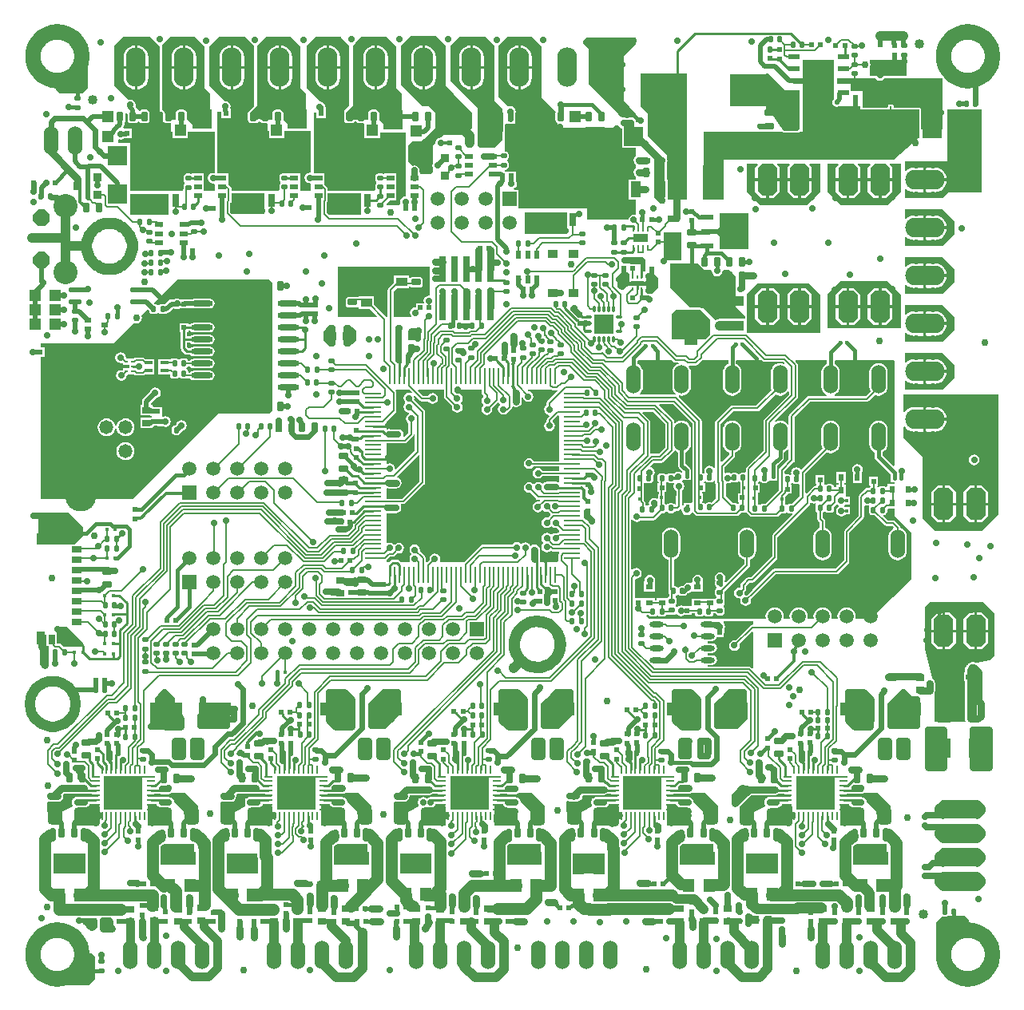
<source format=gtl>
G04*
G04 #@! TF.GenerationSoftware,Altium Limited,Altium Designer,18.1.7 (191)*
G04*
G04 Layer_Physical_Order=1*
G04 Layer_Color=255*
%FSLAX25Y25*%
%MOIN*%
G70*
G01*
G75*
%ADD12C,0.00800*%
%ADD14C,0.01400*%
%ADD15C,0.01000*%
%ADD16C,0.01200*%
%ADD18C,0.02000*%
%ADD19C,0.02400*%
%ADD21C,0.00600*%
%ADD27C,0.00787*%
%ADD31C,0.00700*%
%ADD179C,0.06000*%
%ADD194C,0.04500*%
%ADD195C,0.04300*%
%ADD196C,0.06196*%
G04:AMPARAMS|DCode=197|XSize=22mil|YSize=24mil|CornerRadius=4.4mil|HoleSize=0mil|Usage=FLASHONLY|Rotation=270.000|XOffset=0mil|YOffset=0mil|HoleType=Round|Shape=RoundedRectangle|*
%AMROUNDEDRECTD197*
21,1,0.02200,0.01520,0,0,270.0*
21,1,0.01320,0.02400,0,0,270.0*
1,1,0.00880,-0.00760,-0.00660*
1,1,0.00880,-0.00760,0.00660*
1,1,0.00880,0.00760,0.00660*
1,1,0.00880,0.00760,-0.00660*
%
%ADD197ROUNDEDRECTD197*%
%ADD198O,0.00984X0.03347*%
%ADD199O,0.03347X0.00984*%
%ADD200R,0.16142X0.14173*%
%ADD201R,0.02800X0.05600*%
%ADD202R,0.19700X0.17000*%
%ADD203R,0.01654X0.01654*%
G04:AMPARAMS|DCode=204|XSize=22mil|YSize=24mil|CornerRadius=4.4mil|HoleSize=0mil|Usage=FLASHONLY|Rotation=180.000|XOffset=0mil|YOffset=0mil|HoleType=Round|Shape=RoundedRectangle|*
%AMROUNDEDRECTD204*
21,1,0.02200,0.01520,0,0,180.0*
21,1,0.01320,0.02400,0,0,180.0*
1,1,0.00880,-0.00660,0.00760*
1,1,0.00880,0.00660,0.00760*
1,1,0.00880,0.00660,-0.00760*
1,1,0.00880,-0.00660,-0.00760*
%
%ADD204ROUNDEDRECTD204*%
%ADD205R,0.01654X0.01654*%
%ADD206R,0.01575X0.01181*%
%ADD207R,0.03937X0.02756*%
%ADD208R,0.04724X0.04134*%
%ADD209R,0.04724X0.04528*%
%ADD210R,0.04724X0.05709*%
%ADD211R,0.02731X0.03937*%
%ADD212R,0.03543X0.05512*%
%ADD213R,0.05512X0.02362*%
%ADD214R,0.07087X0.02362*%
%ADD215R,0.07900X0.07900*%
%ADD216R,0.05512X0.13386*%
%ADD217R,0.03740X0.10630*%
%ADD218C,0.03937*%
%ADD219R,0.06299X0.03543*%
%ADD220R,0.00984X0.01968*%
G04:AMPARAMS|DCode=221|XSize=29.13mil|YSize=39.37mil|CornerRadius=5.83mil|HoleSize=0mil|Usage=FLASHONLY|Rotation=90.000|XOffset=0mil|YOffset=0mil|HoleType=Round|Shape=RoundedRectangle|*
%AMROUNDEDRECTD221*
21,1,0.02913,0.02772,0,0,90.0*
21,1,0.01748,0.03937,0,0,90.0*
1,1,0.01165,0.01386,0.00874*
1,1,0.01165,0.01386,-0.00874*
1,1,0.01165,-0.01386,-0.00874*
1,1,0.01165,-0.01386,0.00874*
%
%ADD221ROUNDEDRECTD221*%
G04:AMPARAMS|DCode=222|XSize=29.13mil|YSize=39.37mil|CornerRadius=5.83mil|HoleSize=0mil|Usage=FLASHONLY|Rotation=0.000|XOffset=0mil|YOffset=0mil|HoleType=Round|Shape=RoundedRectangle|*
%AMROUNDEDRECTD222*
21,1,0.02913,0.02772,0,0,0.0*
21,1,0.01748,0.03937,0,0,0.0*
1,1,0.01165,0.00874,-0.01386*
1,1,0.01165,-0.00874,-0.01386*
1,1,0.01165,-0.00874,0.01386*
1,1,0.01165,0.00874,0.01386*
%
%ADD222ROUNDEDRECTD222*%
%ADD223R,0.10630X0.03740*%
%ADD224R,0.02362X0.03150*%
%ADD225R,0.03150X0.02362*%
%ADD226R,0.02638X0.03465*%
%ADD227R,0.13386X0.05512*%
G04:AMPARAMS|DCode=228|XSize=63mil|YSize=71mil|CornerRadius=15.75mil|HoleSize=0mil|Usage=FLASHONLY|Rotation=0.000|XOffset=0mil|YOffset=0mil|HoleType=Round|Shape=RoundedRectangle|*
%AMROUNDEDRECTD228*
21,1,0.06300,0.03950,0,0,0.0*
21,1,0.03150,0.07100,0,0,0.0*
1,1,0.03150,0.01575,-0.01975*
1,1,0.03150,-0.01575,-0.01975*
1,1,0.03150,-0.01575,0.01975*
1,1,0.03150,0.01575,0.01975*
%
%ADD228ROUNDEDRECTD228*%
%ADD229R,0.05118X0.05512*%
%ADD230R,0.03465X0.02638*%
%ADD231R,0.02400X0.02400*%
%ADD232R,0.03600X0.03200*%
%ADD233R,0.02400X0.02400*%
%ADD234R,0.02362X0.03347*%
%ADD235R,0.03347X0.02362*%
%ADD236R,0.04331X0.06693*%
G04:AMPARAMS|DCode=237|XSize=40mil|YSize=40mil|CornerRadius=20mil|HoleSize=0mil|Usage=FLASHONLY|Rotation=270.000|XOffset=0mil|YOffset=0mil|HoleType=Round|Shape=RoundedRectangle|*
%AMROUNDEDRECTD237*
21,1,0.04000,0.00000,0,0,270.0*
21,1,0.00000,0.04000,0,0,270.0*
1,1,0.04000,0.00000,0.00000*
1,1,0.04000,0.00000,0.00000*
1,1,0.04000,0.00000,0.00000*
1,1,0.04000,0.00000,0.00000*
%
%ADD237ROUNDEDRECTD237*%
G04:AMPARAMS|DCode=238|XSize=40mil|YSize=40mil|CornerRadius=20mil|HoleSize=0mil|Usage=FLASHONLY|Rotation=0.000|XOffset=0mil|YOffset=0mil|HoleType=Round|Shape=RoundedRectangle|*
%AMROUNDEDRECTD238*
21,1,0.04000,0.00000,0,0,0.0*
21,1,0.00000,0.04000,0,0,0.0*
1,1,0.04000,0.00000,0.00000*
1,1,0.04000,0.00000,0.00000*
1,1,0.04000,0.00000,0.00000*
1,1,0.04000,0.00000,0.00000*
%
%ADD238ROUNDEDRECTD238*%
%ADD239R,0.06693X0.04331*%
%ADD240R,0.01181X0.01575*%
%ADD241R,0.04800X0.04800*%
%ADD242R,0.04800X0.04800*%
%ADD243R,0.07900X0.07900*%
%ADD244O,0.05906X0.02362*%
%ADD245R,0.02953X0.11024*%
%ADD246R,0.01102X0.01575*%
%ADD247R,0.05512X0.01900*%
%ADD248O,0.07087X0.00981*%
%ADD249O,0.00981X0.07087*%
%ADD250R,0.04724X0.03543*%
%ADD251O,0.09055X0.02362*%
%ADD252R,0.03937X0.03543*%
%ADD253R,0.03543X0.01575*%
%ADD254R,0.01280X0.01063*%
%ADD255R,0.08000X0.08000*%
%ADD256O,0.03150X0.01102*%
%ADD257O,0.01102X0.03150*%
%ADD258R,0.03150X0.02165*%
%ADD259O,0.05709X0.02165*%
%ADD260R,0.05000X0.08300*%
%ADD261R,0.16142X0.13780*%
%ADD262R,0.04921X0.02165*%
%ADD263R,0.09449X0.12205*%
%ADD264R,0.04921X0.03150*%
%ADD265R,0.01968X0.02165*%
%ADD266R,0.02165X0.01968*%
%ADD267C,0.02800*%
%ADD268C,0.03000*%
%ADD269C,0.04600*%
%ADD270C,0.05000*%
%ADD271C,0.02600*%
%ADD272C,0.00950*%
%ADD273C,0.02500*%
%ADD274C,0.04000*%
%ADD275C,0.01600*%
%ADD276C,0.01800*%
%ADD277C,0.01500*%
%ADD278C,0.02300*%
%ADD279C,0.00900*%
%ADD280C,0.02200*%
%ADD281C,0.02900*%
%ADD282C,0.01100*%
%ADD283C,0.01700*%
%ADD284C,0.05300*%
%ADD285C,0.03500*%
%ADD286C,0.04200*%
%ADD287C,0.02700*%
%ADD288C,0.04400*%
%ADD289C,0.05906*%
%ADD290R,0.05906X0.05906*%
%ADD291O,0.06000X0.12000*%
G04:AMPARAMS|DCode=292|XSize=133mil|YSize=83mil|CornerRadius=0mil|HoleSize=0mil|Usage=FLASHONLY|Rotation=90.000|XOffset=0mil|YOffset=0mil|HoleType=Round|Shape=Octagon|*
%AMOCTAGOND292*
4,1,8,0.02075,0.06650,-0.02075,0.06650,-0.04150,0.04575,-0.04150,-0.04575,-0.02075,-0.06650,0.02075,-0.06650,0.04150,-0.04575,0.04150,0.04575,0.02075,0.06650,0.0*
%
%ADD292OCTAGOND292*%

%ADD293O,0.16500X0.08250*%
%ADD294O,0.12000X0.06000*%
%ADD295O,0.08250X0.16500*%
%ADD296C,0.10000*%
%ADD297P,0.07577X8X292.5*%
%ADD298C,0.13050*%
%ADD299C,0.05800*%
%ADD300C,0.02200*%
%ADD301C,0.02800*%
%ADD302C,0.03000*%
%ADD303C,0.02900*%
G36*
X24134Y246043D02*
X8681D01*
Y249279D01*
X8879Y249575D01*
X9058Y250472D01*
X8879Y251370D01*
X8681Y251666D01*
Y252689D01*
X11929Y252689D01*
X24134D01*
X24134Y246043D01*
D02*
G37*
G36*
X38898Y223504D02*
X30119D01*
X30119Y231857D01*
X30057Y232170D01*
X29880Y232434D01*
X29615Y232611D01*
X29303Y232673D01*
X18689D01*
Y233248D01*
X18627Y233560D01*
X18450Y233825D01*
X18185Y234002D01*
X17873Y234064D01*
X17013D01*
X16701Y234002D01*
X16436Y233825D01*
X16259Y233560D01*
X16197Y233248D01*
Y232673D01*
X5598D01*
Y233248D01*
X5583Y233327D01*
X5583Y239744D01*
X830D01*
Y240653D01*
X760D01*
X760Y242697D01*
X-4850D01*
Y244862D01*
X11131D01*
X11332Y244561D01*
X12060Y244075D01*
X12918Y243904D01*
X13776Y244075D01*
X14504Y244561D01*
X14705Y244862D01*
X38898D01*
Y223504D01*
D02*
G37*
G36*
X-317547Y252474D02*
Y240827D01*
X-319922Y238452D01*
X-329200D01*
X-330933Y240185D01*
X-330933Y242697D01*
X-318047Y252719D01*
X-317547Y252474D01*
D02*
G37*
G36*
X-211900Y262052D02*
X-208500Y258652D01*
Y233452D01*
X-210605Y231347D01*
Y230850D01*
X-210707Y230337D01*
Y228252D01*
Y227566D01*
X-210599Y227026D01*
X-210294Y226569D01*
X-209836Y226263D01*
X-209297Y226156D01*
X-207549D01*
X-207009Y226263D01*
X-206552Y226569D01*
X-206328Y226904D01*
X-206205Y226935D01*
X-205894Y226935D01*
X-205773Y226904D01*
X-205548Y226568D01*
X-205091Y226263D01*
X-204552Y226155D01*
X-202803D01*
X-202666Y226183D01*
X-202166Y225772D01*
Y219952D01*
X-195766D01*
Y222252D01*
X-184800D01*
Y195825D01*
X-185080Y195595D01*
X-185939Y195424D01*
X-186666Y194938D01*
X-187153Y194210D01*
X-187323Y193352D01*
X-187164Y192552D01*
X-187198Y192428D01*
X-187459Y192052D01*
X-192873D01*
X-193080Y192552D01*
X-191701Y193931D01*
X-188927D01*
Y197671D01*
Y201411D01*
Y205373D01*
X-193873D01*
Y205348D01*
X-194354Y205071D01*
X-194373Y205073D01*
X-194840Y205166D01*
X-196360D01*
X-196844Y205070D01*
X-197254Y204796D01*
X-197528Y204385D01*
X-197624Y203902D01*
Y202582D01*
X-197528Y202098D01*
X-197254Y201688D01*
X-197194Y201647D01*
Y201046D01*
X-197254Y201006D01*
X-197528Y200596D01*
X-197624Y200112D01*
Y198792D01*
X-197557Y198452D01*
X-197786Y198055D01*
X-197891Y197952D01*
X-217530D01*
Y198683D01*
X-217530Y198683D01*
X-217616Y199113D01*
X-217859Y199476D01*
X-218664Y200281D01*
X-218952Y200474D01*
Y205308D01*
X-223300D01*
X-223300Y230552D01*
X-222300D01*
Y228152D01*
X-218300D01*
Y228252D01*
Y232152D01*
X-218400D01*
Y232952D01*
X-218481Y233033D01*
X-218604Y233654D01*
X-219002Y234250D01*
X-219037Y234272D01*
X-219214Y234538D01*
X-219942Y235024D01*
X-220604Y235156D01*
X-226200Y240752D01*
Y258552D01*
X-222500Y262252D01*
X-212100D01*
X-211900Y262052D01*
D02*
G37*
G36*
X-249663Y259815D02*
X-249371Y259377D01*
X-248933Y259085D01*
X-248300Y258452D01*
Y233152D01*
X-249781Y231671D01*
X-249936Y231640D01*
X-250394Y231335D01*
X-250699Y230877D01*
X-250801Y230365D01*
D01*
X-250807Y230338D01*
X-250807Y230338D01*
Y229152D01*
Y227566D01*
X-250699Y227027D01*
X-250394Y226569D01*
X-249936Y226264D01*
X-249397Y226156D01*
X-247649D01*
X-247109Y226264D01*
X-246652Y226569D01*
X-246360Y227006D01*
X-246225Y227027D01*
X-245975Y227026D01*
X-245841Y227006D01*
X-245548Y226569D01*
X-245091Y226263D01*
X-244551Y226156D01*
X-242804D01*
X-242500Y225907D01*
Y222852D01*
X-242066D01*
Y219952D01*
X-235666D01*
Y222852D01*
X-224700D01*
Y205790D01*
X-224969Y205570D01*
X-225827Y205399D01*
X-226555Y204913D01*
X-227041Y204185D01*
X-227212Y203327D01*
X-227041Y202468D01*
X-226555Y201741D01*
X-225827Y201254D01*
X-224969Y201084D01*
X-224700Y200863D01*
Y197952D01*
X-228991D01*
Y201346D01*
Y205308D01*
X-233938D01*
X-233938Y205308D01*
X-234438Y205093D01*
X-234838Y205172D01*
X-236358D01*
X-236842Y205076D01*
X-237252Y204802D01*
X-237526Y204392D01*
X-237623Y203908D01*
Y202588D01*
X-237526Y202104D01*
X-237252Y201694D01*
X-237192Y201654D01*
Y201052D01*
X-237252Y201012D01*
X-237526Y200602D01*
X-237623Y200118D01*
Y198798D01*
X-237554Y198452D01*
X-237840Y197952D01*
X-257688D01*
Y198758D01*
X-257688Y198758D01*
X-257773Y199187D01*
X-258016Y199551D01*
X-258016Y199551D01*
X-258609Y200144D01*
X-258657Y200215D01*
X-258657Y200216D01*
X-258723Y200281D01*
X-259086Y200524D01*
X-259109Y200529D01*
Y205308D01*
X-263500D01*
Y230752D01*
X-262100D01*
Y228152D01*
X-258100D01*
Y229152D01*
Y232152D01*
X-258100D01*
X-258156Y232652D01*
X-258057Y233152D01*
X-258228Y234010D01*
X-258714Y234738D01*
X-259442Y235224D01*
X-260300Y235395D01*
X-260419Y235371D01*
X-266900Y241852D01*
X-266900Y258252D01*
X-262900Y262252D01*
X-252100Y262252D01*
X-249663Y259815D01*
D02*
G37*
G36*
X-89075Y259055D02*
X-93996Y254134D01*
X-93996Y235512D01*
X-86508Y227107D01*
X-86702Y226646D01*
X-88818Y226545D01*
X-88951Y227217D01*
X-89438Y227944D01*
X-90165Y228431D01*
X-91024Y228601D01*
X-91882Y228431D01*
X-92113Y228276D01*
X-92887D01*
X-93118Y228431D01*
X-93976Y228601D01*
X-94722Y228453D01*
X-108760Y242491D01*
Y257382D01*
X-110925Y259547D01*
Y260728D01*
X-109744Y261910D01*
X-89075D01*
Y259055D01*
D02*
G37*
G36*
X-289545Y260196D02*
X-289081Y259503D01*
X-288387Y259039D01*
X-287500Y258152D01*
X-287500Y230752D01*
X-286573D01*
X-286256Y230365D01*
X-286261Y230338D01*
Y227566D01*
X-286154Y227027D01*
X-285848Y226569D01*
X-285391Y226264D01*
X-284852Y226156D01*
X-283103D01*
X-282800Y225907D01*
Y222452D01*
X-282266D01*
Y219952D01*
X-275866D01*
Y222452D01*
X-264600D01*
Y205722D01*
X-264986Y205404D01*
X-265323Y205471D01*
X-266181Y205301D01*
X-266909Y204814D01*
X-267395Y204087D01*
X-267566Y203228D01*
X-267395Y202370D01*
X-266909Y201642D01*
X-266181Y201156D01*
X-265323Y200985D01*
X-264986Y201052D01*
X-264600Y200735D01*
Y197952D01*
X-269149D01*
Y201346D01*
Y205308D01*
X-274095D01*
Y205298D01*
X-274595Y205011D01*
X-274939Y205080D01*
X-276459D01*
X-276943Y204983D01*
X-277353Y204709D01*
X-277627Y204299D01*
X-277724Y203815D01*
Y202495D01*
X-277627Y202012D01*
X-277353Y201601D01*
X-277293Y201561D01*
Y200960D01*
X-277353Y200920D01*
X-277627Y200509D01*
X-277724Y200026D01*
Y198927D01*
X-277814Y198475D01*
Y197952D01*
X-300100D01*
Y218052D01*
X-304900D01*
Y219119D01*
X-304400Y219508D01*
X-303900Y219409D01*
X-303042Y219580D01*
X-302687Y219817D01*
X-301600D01*
X-300920Y219952D01*
X-299400D01*
Y223952D01*
X-302634D01*
X-302807Y224452D01*
X-302481Y224939D01*
X-302342Y225641D01*
Y226546D01*
X-302306Y226570D01*
X-302000Y227027D01*
X-301893Y227566D01*
Y230338D01*
X-301524Y230437D01*
X-301106Y230000D01*
Y227566D01*
X-300999Y227027D01*
X-300693Y226570D01*
X-300236Y226264D01*
X-299696Y226157D01*
X-297949D01*
X-297409Y226264D01*
X-296952Y226570D01*
X-296728Y226905D01*
X-296605Y226936D01*
X-296294Y226936D01*
X-296172Y226905D01*
X-295948Y226569D01*
X-295491Y226264D01*
X-294951Y226156D01*
X-293203D01*
X-292664Y226264D01*
X-292206Y226569D01*
X-291901Y227027D01*
X-291793Y227566D01*
Y227852D01*
Y230338D01*
X-291799Y230365D01*
D01*
X-291901Y230877D01*
X-292206Y231335D01*
X-292664Y231640D01*
X-293203Y231748D01*
X-294951D01*
X-295491Y231640D01*
X-295702Y231499D01*
X-295959Y231340D01*
X-296403Y231554D01*
X-297103Y232255D01*
X-297127Y232377D01*
X-297525Y232972D01*
X-297764Y233212D01*
X-297657Y233752D01*
X-297828Y234610D01*
X-298314Y235338D01*
X-299042Y235824D01*
X-299900Y235995D01*
X-300687Y235839D01*
X-301700Y236852D01*
X-306600Y241751D01*
X-306600Y258652D01*
X-303000Y262252D01*
X-291600D01*
X-289545Y260196D01*
D02*
G37*
G36*
X-128300Y258252D02*
X-128300Y236852D01*
X-122407Y230959D01*
X-122407Y230839D01*
X-122507Y230337D01*
Y230337D01*
Y227565D01*
X-122399Y227026D01*
X-122094Y226568D01*
X-121636Y226263D01*
X-121500Y226236D01*
Y224252D01*
X-95177D01*
X-94792Y223996D01*
X-94776Y223915D01*
Y215802D01*
X-89000D01*
Y212454D01*
X-89222Y212306D01*
X-89719Y211561D01*
X-89894Y210683D01*
X-89719Y209805D01*
X-89675Y209739D01*
X-89672Y209725D01*
X-89186Y208997D01*
X-89000Y208873D01*
Y207446D01*
X-89222Y207298D01*
X-89719Y206553D01*
X-89894Y205676D01*
X-89719Y204798D01*
X-89222Y204053D01*
X-89000Y203905D01*
Y202698D01*
X-91882D01*
Y194405D01*
X-89000D01*
Y188277D01*
X-89386Y187960D01*
X-89842Y188050D01*
X-90701Y187879D01*
X-91429Y187393D01*
X-91915Y186665D01*
X-92086Y185807D01*
X-92131Y185752D01*
X-109200D01*
Y190452D01*
X-137591D01*
X-137947Y190799D01*
Y198305D01*
X-139601D01*
X-139908Y198768D01*
X-139904Y198805D01*
X-139214Y199266D01*
X-138728Y199994D01*
X-138557Y200852D01*
X-138728Y201710D01*
X-138910Y201983D01*
X-138947Y202468D01*
X-138947Y202468D01*
X-138947Y202468D01*
Y206036D01*
X-140574D01*
X-140830Y206087D01*
X-141086Y206036D01*
X-142713D01*
Y206036D01*
X-142717D01*
Y206036D01*
X-143500D01*
Y206728D01*
X-143340D01*
X-142856Y206824D01*
X-142446Y207098D01*
X-142172Y207508D01*
X-142076Y207992D01*
Y209312D01*
X-142172Y209796D01*
X-142446Y210206D01*
X-142506Y210246D01*
Y210847D01*
X-142446Y210888D01*
X-142172Y211298D01*
X-142076Y211782D01*
Y213102D01*
X-142172Y213585D01*
X-142446Y213996D01*
X-142856Y214270D01*
X-143340Y214366D01*
X-143500D01*
Y225635D01*
X-143300Y226052D01*
X-141497D01*
X-141300Y226013D01*
X-141103Y226052D01*
X-139300D01*
Y227855D01*
X-139261Y228052D01*
Y228913D01*
Y230144D01*
X-139228Y230193D01*
X-139196Y230352D01*
X-139057Y231052D01*
X-139228Y231910D01*
X-139714Y232638D01*
X-140442Y233124D01*
X-141300Y233295D01*
X-142139Y233128D01*
X-146200Y237189D01*
Y258652D01*
X-142500Y262352D01*
X-132400D01*
X-128300Y258252D01*
D02*
G37*
G36*
X-189000Y258352D02*
Y240852D01*
X-186600Y238452D01*
Y225952D01*
X-188000Y224552D01*
X-192900D01*
X-195800Y227452D01*
X-195947D01*
X-196039Y227565D01*
Y230337D01*
X-196147Y230876D01*
X-196452Y231334D01*
X-196910Y231639D01*
X-197449Y231747D01*
X-199197D01*
X-199737Y231639D01*
X-200194Y231334D01*
X-200500Y230876D01*
X-200607Y230337D01*
Y227565D01*
X-200700Y227452D01*
X-205189D01*
X-205191Y227454D01*
X-205282Y227555D01*
X-205303Y227566D01*
X-205319Y227582D01*
X-205446Y227634D01*
X-205569Y227694D01*
X-205690Y227725D01*
X-205793Y227731D01*
X-205893Y227751D01*
X-206205Y227751D01*
X-206306Y227731D01*
X-206408Y227726D01*
X-206531Y227694D01*
X-206655Y227635D01*
X-206781Y227582D01*
X-206797Y227566D01*
X-206818Y227556D01*
X-206909Y227454D01*
X-206911Y227452D01*
X-209500D01*
X-209891Y227843D01*
Y230257D01*
X-209816Y230636D01*
X-206900Y233552D01*
Y258652D01*
X-206092Y259460D01*
X-205914Y259579D01*
X-205796Y259756D01*
X-203400Y262152D01*
X-192800D01*
X-189000Y258352D01*
D02*
G37*
G36*
X-229000D02*
Y240852D01*
X-226600Y238452D01*
Y225952D01*
X-228000Y224552D01*
X-232900D01*
X-235800Y227452D01*
X-235946D01*
X-236039Y227566D01*
Y230337D01*
X-236147Y230877D01*
X-236452Y231334D01*
X-236910Y231640D01*
X-237449Y231747D01*
X-239197D01*
X-239737Y231640D01*
X-240194Y231334D01*
X-240500Y230877D01*
X-240607Y230337D01*
Y227566D01*
X-240700Y227452D01*
X-245157D01*
X-245162Y227459D01*
X-245177Y227473D01*
X-245185Y227491D01*
X-245288Y227586D01*
X-245387Y227684D01*
X-245406Y227692D01*
X-245421Y227706D01*
X-245552Y227753D01*
X-245682Y227806D01*
X-245701D01*
X-245720Y227813D01*
X-245854Y227833D01*
X-245915Y227830D01*
X-245974Y227842D01*
X-246225Y227842D01*
X-246285Y227830D01*
X-246345Y227833D01*
X-246480Y227813D01*
X-246499Y227806D01*
X-246519D01*
X-246648Y227753D01*
X-246780Y227706D01*
X-246795Y227692D01*
X-246813Y227685D01*
X-246912Y227586D01*
X-247015Y227492D01*
X-247024Y227474D01*
X-247038Y227460D01*
X-247043Y227452D01*
X-249500D01*
X-249991Y227943D01*
Y230257D01*
X-249940Y230511D01*
X-249552Y230900D01*
X-249547Y230902D01*
X-249469Y230918D01*
X-249402Y230962D01*
X-249328Y230993D01*
X-249271Y231050D01*
X-249204Y231094D01*
X-247723Y232575D01*
X-247546Y232840D01*
X-247530Y232922D01*
X-246900Y233552D01*
Y258652D01*
X-243400Y262152D01*
X-232800D01*
X-229000Y258352D01*
D02*
G37*
G36*
X-269962Y259314D02*
X-269777Y259037D01*
X-269500Y258852D01*
X-269000Y258352D01*
Y240852D01*
X-266600Y238452D01*
Y225952D01*
X-268000Y224552D01*
X-272900D01*
X-275800Y227452D01*
X-276246D01*
X-276339Y227566D01*
Y230338D01*
X-276447Y230877D01*
X-276752Y231335D01*
X-277210Y231640D01*
X-277749Y231748D01*
X-279497D01*
X-280037Y231640D01*
X-280494Y231335D01*
X-280800Y230877D01*
X-280907Y230338D01*
Y227566D01*
X-281001Y227452D01*
X-285407D01*
X-285446Y227646D01*
Y230280D01*
X-285444Y230285D01*
X-285446Y230301D01*
Y230338D01*
X-285453Y230373D01*
X-285456Y230405D01*
X-285456Y230525D01*
X-285471Y230562D01*
X-285475Y230602D01*
X-285532Y230708D01*
X-285578Y230819D01*
X-285606Y230847D01*
X-285625Y230883D01*
X-285943Y231269D01*
X-285974Y231295D01*
X-285996Y231329D01*
X-286096Y231395D01*
X-286189Y231471D01*
X-286227Y231483D01*
X-286261Y231505D01*
X-286378Y231529D01*
X-286493Y231564D01*
X-286684Y232003D01*
X-286684Y258152D01*
X-286746Y258464D01*
X-286883Y258669D01*
X-286333Y259219D01*
X-285909Y259503D01*
X-285625Y259927D01*
X-283400Y262152D01*
X-272800D01*
X-269962Y259314D01*
D02*
G37*
G36*
X-26602Y239843D02*
X-20697D01*
Y223799D01*
X-21484Y223012D01*
X-27171Y223012D01*
X-32699Y230735D01*
X-33688D01*
X-34449Y231496D01*
Y246827D01*
X-33587D01*
X-26602Y239843D01*
D02*
G37*
G36*
X-6327Y236412D02*
X-6435Y236340D01*
X-6855Y235711D01*
X-7003Y234970D01*
X-6855Y234229D01*
X-6435Y233600D01*
X-6327Y233528D01*
Y233248D01*
X-5908D01*
X-5807Y233180D01*
X-5065Y233033D01*
X-4324Y233180D01*
X-4223Y233248D01*
X4783D01*
Y231857D01*
X17013D01*
Y233248D01*
X17873D01*
Y231857D01*
X29303D01*
X29303Y220374D01*
X18717Y211024D01*
X-52193D01*
X-52193Y194173D01*
X-60496Y194173D01*
X-60849Y194527D01*
X-60737Y222421D01*
X-27728D01*
X-27671Y222383D01*
X-27603Y222319D01*
X-27540Y222296D01*
X-27484Y222258D01*
X-27392Y222240D01*
X-27305Y222207D01*
X-27237Y222209D01*
X-27171Y222196D01*
X-21484Y222196D01*
X-21364Y222220D01*
X-20665D01*
Y222421D01*
X-19220D01*
Y252441D01*
X-6327D01*
Y236412D01*
D02*
G37*
G36*
X-168400Y258452D02*
Y248352D01*
Y241752D01*
X-164900Y238252D01*
X-157300Y230652D01*
Y224152D01*
X-160100Y221352D01*
X-169000D01*
X-170181Y220171D01*
X-170300Y220195D01*
X-171158Y220024D01*
X-171886Y219538D01*
X-172372Y218810D01*
X-172543Y217952D01*
X-172519Y217832D01*
X-173500Y216852D01*
Y210752D01*
Y209687D01*
X-173709Y209373D01*
X-173880Y208515D01*
X-173709Y207657D01*
X-173500Y207343D01*
Y206052D01*
X-174500Y205052D01*
X-178520D01*
X-178887Y205373D01*
X-178887Y205373D01*
X-179230Y205787D01*
X-179137Y206252D01*
X-179308Y207110D01*
X-179794Y207838D01*
X-179867Y207887D01*
X-179883Y207910D01*
X-180561Y208363D01*
X-181361Y208522D01*
X-182036Y208388D01*
X-183984Y210336D01*
Y216768D01*
X-182300Y218452D01*
X-178539D01*
X-177408Y219583D01*
X-177324D01*
Y219667D01*
X-172700Y224291D01*
Y230552D01*
X-175500Y233352D01*
X-178300D01*
X-184100Y239152D01*
X-186800Y241852D01*
Y258552D01*
X-182900Y262452D01*
X-172400D01*
X-168400Y258452D01*
D02*
G37*
G36*
X-148100Y258652D02*
Y235452D01*
X-144600Y231952D01*
Y219052D01*
X-147800Y215852D01*
X-154078D01*
X-154900Y216674D01*
Y232352D01*
X-166400Y243852D01*
Y258452D01*
X-162600Y262252D01*
X-151700D01*
X-148100Y258652D01*
D02*
G37*
G36*
X55335Y231870D02*
Y197224D01*
X41584Y197224D01*
X39129Y194769D01*
X23381D01*
Y198617D01*
X23881Y198770D01*
X24853Y198023D01*
X26100Y197507D01*
X27438Y197331D01*
X30963D01*
Y202500D01*
Y207669D01*
X27438D01*
X26100Y207493D01*
X24853Y206977D01*
X23881Y206230D01*
X23381Y206382D01*
Y210222D01*
X40910Y210222D01*
X40910Y231870D01*
X55335Y231870D01*
D02*
G37*
G36*
X21663Y197618D02*
X16053Y192008D01*
X-3435D01*
X-9046Y197618D01*
Y209331D01*
X-4600D01*
X-4408Y208869D01*
X-5550Y207727D01*
Y203252D01*
X-400D01*
X4750D01*
Y207727D01*
X3608Y208869D01*
X3799Y209331D01*
X8800D01*
X8992Y208869D01*
X7850Y207727D01*
Y203252D01*
X13000D01*
X18150D01*
Y207727D01*
X17008Y208869D01*
X17199Y209331D01*
X21663D01*
Y197618D01*
D02*
G37*
G36*
X-11937D02*
X-17547Y192008D01*
X-37035D01*
X-42646Y197618D01*
Y209331D01*
X-38199D01*
X-38008Y208869D01*
X-39150Y207727D01*
Y203252D01*
X-34000D01*
X-28850D01*
Y207727D01*
X-29992Y208869D01*
X-29801Y209331D01*
X-24800D01*
X-24608Y208869D01*
X-25750Y207727D01*
Y203252D01*
X-20600D01*
X-15450D01*
Y207727D01*
X-16592Y208869D01*
X-16400Y209331D01*
X-11937D01*
Y197618D01*
D02*
G37*
G36*
X-67744Y194173D02*
X-75114D01*
X-75518Y194405D01*
Y202698D01*
X-75815D01*
X-75815Y210219D01*
X-75737Y210610D01*
X-75815Y211001D01*
Y212528D01*
X-84083Y220795D01*
X-84083Y230098D01*
X-87035Y233051D01*
Y246831D01*
X-67744D01*
Y194173D01*
D02*
G37*
G36*
X-89764Y226083D02*
X-89764Y223819D01*
X-76870Y210925D01*
Y192500D01*
X-78472D01*
X-81327Y195354D01*
Y211347D01*
X-93976Y223996D01*
Y226654D01*
X-94095Y226772D01*
X-93405Y227461D01*
X-91142D01*
X-89764Y226083D01*
D02*
G37*
G36*
X-243800Y188152D02*
X-257489D01*
X-258230Y188894D01*
Y192802D01*
X-258016Y193016D01*
X-258016Y193016D01*
X-257773Y193379D01*
X-257688Y193809D01*
X-257688Y193809D01*
Y196852D01*
X-243800D01*
Y188152D01*
D02*
G37*
G36*
X-203700Y188052D02*
X-217229D01*
X-217981Y188804D01*
Y192980D01*
X-217859Y193102D01*
X-217859Y193102D01*
X-217616Y193466D01*
X-217530Y193895D01*
Y196852D01*
X-203700D01*
Y188052D01*
D02*
G37*
G36*
X-283900D02*
X-300000D01*
Y196628D01*
X-299900Y196652D01*
X-283900D01*
Y188052D01*
D02*
G37*
G36*
X-117600Y179952D02*
X-135200D01*
Y189052D01*
X-117600D01*
Y179952D01*
D02*
G37*
G36*
X43951Y185202D02*
Y179592D01*
X39129Y174769D01*
X23381D01*
Y178617D01*
X23881Y178770D01*
X24853Y178023D01*
X26100Y177507D01*
X27438Y177331D01*
X30963D01*
Y182500D01*
Y187669D01*
X27438D01*
X26100Y187493D01*
X24853Y186977D01*
X23881Y186230D01*
X23381Y186382D01*
Y190222D01*
X38932D01*
X43951Y185202D01*
D02*
G37*
G36*
X-42008Y173701D02*
X-54114D01*
Y179016D01*
X-54803Y179705D01*
Y182067D01*
X-54114Y182756D01*
Y188661D01*
X-42008D01*
Y173701D01*
D02*
G37*
G36*
X-69862Y168799D02*
X-77146D01*
Y180591D01*
X-69862D01*
Y168799D01*
D02*
G37*
G36*
X-174863Y154508D02*
X-175224Y154212D01*
X-176083Y154041D01*
X-176811Y153555D01*
X-177297Y152827D01*
X-177468Y151969D01*
X-177354Y151398D01*
X-177711Y150898D01*
X-180779D01*
Y149417D01*
X-180933Y149290D01*
X-181791Y149120D01*
X-182519Y148633D01*
X-183005Y147906D01*
X-183176Y147047D01*
X-183005Y146189D01*
X-182618Y145609D01*
X-182824Y145109D01*
X-190076D01*
Y155993D01*
X-188711Y157358D01*
X-183557D01*
Y157779D01*
X-183057Y157886D01*
X-182627Y157599D01*
X-182088Y157492D01*
X-179316D01*
X-178777Y157599D01*
X-178320Y157905D01*
X-178014Y158362D01*
X-177907Y158902D01*
Y160650D01*
X-178014Y161189D01*
X-178320Y161647D01*
X-178777Y161952D01*
X-179316Y162059D01*
X-182088D01*
X-182627Y161952D01*
X-183057Y161666D01*
X-183211Y161698D01*
X-183557Y161841D01*
Y162501D01*
X-189881D01*
Y159649D01*
X-192167Y157362D01*
X-192433Y156965D01*
X-192526Y156497D01*
X-192524Y156486D01*
Y145427D01*
X-192974Y145271D01*
X-193024Y145270D01*
X-198124Y150370D01*
Y153840D01*
X-204448D01*
Y153684D01*
X-205641D01*
X-205827Y153721D01*
X-208598D01*
X-209138Y153613D01*
X-209595Y153308D01*
X-209901Y152850D01*
X-210008Y152311D01*
Y150563D01*
X-209901Y150023D01*
X-209595Y149566D01*
X-209138Y149260D01*
X-208598Y149153D01*
X-205827D01*
X-205287Y149260D01*
X-204948Y149487D01*
X-204544Y149341D01*
X-204448Y149266D01*
Y148696D01*
X-199911D01*
X-196786Y145571D01*
X-196977Y145109D01*
X-213324D01*
Y166153D01*
X-174863D01*
Y154508D01*
D02*
G37*
G36*
X43951Y165202D02*
Y159592D01*
X39129Y154769D01*
X23381D01*
Y158617D01*
X23881Y158770D01*
X24853Y158023D01*
X26100Y157507D01*
X27438Y157331D01*
X30963D01*
Y162500D01*
Y167669D01*
X27438D01*
X26100Y167493D01*
X24853Y166977D01*
X23881Y166230D01*
X23381Y166383D01*
Y170222D01*
X38932D01*
X43951Y165202D01*
D02*
G37*
G36*
X-240700Y159552D02*
Y106852D01*
Y106252D01*
X-242000Y104952D01*
X-263100D01*
X-298900Y69152D01*
X-337200D01*
X-337200Y113852D01*
X-337200Y128452D01*
X-335631D01*
Y132452D01*
X-337200D01*
Y134252D01*
X-306917Y134252D01*
X-298391Y142778D01*
X-298268Y142696D01*
X-297370Y142517D01*
X-296473Y142696D01*
X-295712Y143204D01*
X-295203Y143965D01*
X-295025Y144862D01*
X-295203Y145760D01*
X-295286Y145883D01*
X-292718Y148452D01*
X-292111Y147845D01*
Y147756D01*
X-292014Y147272D01*
X-291740Y146862D01*
X-291330Y146588D01*
X-290846Y146492D01*
X-289526D01*
X-289042Y146588D01*
X-288632Y146862D01*
X-288592Y146922D01*
X-287991D01*
X-287950Y146862D01*
X-287540Y146588D01*
X-287056Y146492D01*
X-285736D01*
X-285253Y146588D01*
X-285114Y146680D01*
X-284960D01*
X-284258Y146820D01*
X-283663Y147218D01*
X-281994Y148887D01*
X-281568D01*
X-281258Y148679D01*
X-280400Y148509D01*
X-279705Y148647D01*
X-279542Y148679D01*
X-279284Y148839D01*
Y148839D01*
X-279284Y148839D01*
X-275716D01*
Y149017D01*
X-274178D01*
X-274131Y148986D01*
X-273358Y148832D01*
X-266665D01*
X-265892Y148986D01*
X-265237Y149424D01*
X-264799Y150079D01*
X-264645Y150852D01*
X-264799Y151625D01*
X-265237Y152280D01*
X-265892Y152718D01*
X-266665Y152872D01*
X-273358D01*
X-274131Y152718D01*
X-274178Y152687D01*
X-277300D01*
X-277715Y152605D01*
X-279213D01*
X-279542Y152824D01*
X-280400Y152995D01*
X-281258Y152824D01*
X-281658Y152557D01*
X-282754D01*
X-283456Y152418D01*
X-284052Y152020D01*
X-285565Y150506D01*
X-285736Y150540D01*
X-287056D01*
X-287540Y150444D01*
X-287950Y150170D01*
X-287991Y150110D01*
X-288592D01*
X-288632Y150170D01*
X-289042Y150444D01*
X-289526Y150540D01*
X-289615D01*
X-290122Y151047D01*
X-280417Y160752D01*
X-241900Y160752D01*
X-240700Y159552D01*
D02*
G37*
G36*
X-60308Y164860D02*
X-57555D01*
X-57238Y164473D01*
X-57243Y164449D01*
X-57072Y163590D01*
X-56586Y162863D01*
X-55858Y162376D01*
X-55000Y162206D01*
X-54142Y162376D01*
X-53414Y162863D01*
X-52928Y163590D01*
X-52757Y164449D01*
X-52762Y164473D01*
X-52445Y164860D01*
X-49927D01*
X-47200Y162133D01*
Y157966D01*
X-47261Y157875D01*
X-47420Y157075D01*
X-47261Y156275D01*
X-47200Y156184D01*
Y149489D01*
X-43314Y145603D01*
X-43412Y145110D01*
X-43389Y144993D01*
X-43706Y144606D01*
X-51346D01*
Y144482D01*
X-53900D01*
X-54631Y144385D01*
X-55312Y144103D01*
X-55674Y143826D01*
X-60900Y149052D01*
X-61808D01*
X-61888Y149106D01*
X-62200Y149168D01*
X-62200Y149168D01*
X-66216D01*
X-74587Y157538D01*
Y167652D01*
X-63100D01*
X-60308Y164860D01*
D02*
G37*
G36*
X21646Y154686D02*
Y140433D01*
X-9063D01*
Y154686D01*
X-3453Y160296D01*
X16035D01*
X21646Y154686D01*
D02*
G37*
G36*
X-11954D02*
Y138464D01*
X-42159D01*
X-42413Y138635D01*
X-42663Y138684D01*
Y144654D01*
X-42608Y144756D01*
X-42605Y144796D01*
X-42589Y144834D01*
Y144953D01*
X-42577Y145073D01*
X-42584Y145094D01*
X-42514Y145444D01*
Y145524D01*
X-42499Y145603D01*
X-42514Y145682D01*
Y145762D01*
X-42545Y145837D01*
X-42561Y145915D01*
X-42605Y145982D01*
X-42636Y146056D01*
X-42663Y146083D01*
Y154686D01*
X-38116Y159232D01*
X-16501D01*
X-11954Y154686D01*
D02*
G37*
G36*
X43951Y145202D02*
Y139592D01*
X39129Y134769D01*
X23381D01*
Y138617D01*
X23881Y138770D01*
X24853Y138023D01*
X26100Y137507D01*
X27438Y137331D01*
X30963D01*
Y142500D01*
Y147669D01*
X27438D01*
X26100Y147493D01*
X24853Y146977D01*
X23881Y146230D01*
X23381Y146382D01*
Y150222D01*
X38932D01*
X43951Y145202D01*
D02*
G37*
G36*
X-58000Y144152D02*
Y137819D01*
X-60067Y135752D01*
X-74000D01*
Y140752D01*
X-74000Y146452D01*
X-72100Y148352D01*
X-62200Y148352D01*
X-58000Y144152D01*
D02*
G37*
G36*
X-50381Y127212D02*
Y125589D01*
X-50666Y125471D01*
X-51460Y124862D01*
X-52069Y124068D01*
X-52452Y123144D01*
X-52583Y122152D01*
Y116152D01*
X-52452Y115160D01*
X-52069Y114235D01*
X-51460Y113442D01*
X-50666Y112833D01*
X-49742Y112450D01*
X-48750Y112319D01*
X-47758Y112450D01*
X-46834Y112833D01*
X-46040Y113442D01*
X-45431Y114235D01*
X-45048Y115160D01*
X-44917Y116152D01*
Y122152D01*
X-45048Y123144D01*
X-45431Y124068D01*
X-46040Y124862D01*
X-46834Y125471D01*
X-47119Y125589D01*
Y126852D01*
X-46765Y127206D01*
X-36280Y127186D01*
X-35980Y126886D01*
X-35616Y126643D01*
X-35186Y126557D01*
X-35186Y126557D01*
X-27391D01*
X-26856Y126022D01*
X-27139Y125598D01*
X-27758Y125854D01*
X-28750Y125985D01*
X-29742Y125854D01*
X-30666Y125471D01*
X-31460Y124862D01*
X-32069Y124068D01*
X-32452Y123144D01*
X-32583Y122152D01*
Y116152D01*
X-32452Y115160D01*
X-32304Y114801D01*
X-38705Y108399D01*
X-48730D01*
X-49198Y108306D01*
X-49595Y108041D01*
X-55560Y102076D01*
X-55825Y101679D01*
X-55918Y101211D01*
Y82417D01*
X-56418Y82265D01*
X-56569Y82492D01*
X-57297Y82978D01*
X-58156Y83149D01*
X-59014Y82978D01*
X-59742Y82492D01*
X-60228Y81764D01*
X-60399Y80905D01*
X-60277Y80293D01*
X-60727Y79992D01*
X-60840Y80068D01*
X-61324Y80164D01*
X-61392D01*
Y101900D01*
X-61392Y101900D01*
X-61478Y102329D01*
X-61721Y102693D01*
X-61721Y102693D01*
X-71015Y111987D01*
X-70806Y112414D01*
X-70767Y112446D01*
X-69800Y112319D01*
X-68808Y112450D01*
X-67884Y112833D01*
X-67090Y113442D01*
X-66481Y114235D01*
X-66098Y115160D01*
X-65967Y116152D01*
Y122152D01*
X-66098Y123144D01*
X-66481Y124068D01*
X-66811Y124498D01*
X-66564Y124998D01*
X-64062D01*
X-64062Y124998D01*
X-63633Y125083D01*
X-63269Y125327D01*
X-61362Y127233D01*
X-50381Y127212D01*
D02*
G37*
G36*
X43951Y125202D02*
Y119592D01*
X39129Y114769D01*
X23381D01*
Y118617D01*
X23881Y118770D01*
X24853Y118023D01*
X26100Y117507D01*
X27438Y117331D01*
X30963D01*
Y122500D01*
Y127669D01*
X27438D01*
X26100Y127493D01*
X24853Y126977D01*
X23881Y126230D01*
X23381Y126383D01*
Y130222D01*
X38932D01*
X43951Y125202D01*
D02*
G37*
G36*
X-183512Y114957D02*
X-182402Y113847D01*
X-182721Y113459D01*
X-182742Y113472D01*
X-183600Y113643D01*
X-184458Y113472D01*
X-185186Y112986D01*
X-185672Y112258D01*
X-185843Y111400D01*
X-185672Y110542D01*
X-185189Y109819D01*
X-185116Y109701D01*
Y109267D01*
X-185195Y109214D01*
X-185681Y108486D01*
X-185852Y107628D01*
X-185681Y106769D01*
X-185195Y106042D01*
X-184467Y105555D01*
X-183609Y105385D01*
X-183547Y105397D01*
X-183500Y105346D01*
X-183521Y105155D01*
X-183648Y104764D01*
X-184286Y104338D01*
X-184772Y103610D01*
X-184943Y102752D01*
X-184772Y101893D01*
X-184286Y101166D01*
X-183822Y100855D01*
Y96865D01*
X-185562Y95124D01*
X-185629Y95142D01*
X-186047Y95411D01*
X-185876Y96270D01*
X-186047Y97128D01*
X-186533Y97856D01*
X-187261Y98342D01*
X-188119Y98513D01*
X-188655Y98406D01*
X-191290D01*
X-191802Y98508D01*
X-192476Y98374D01*
X-192976Y98682D01*
Y101556D01*
X-189157Y105375D01*
X-189157Y105375D01*
X-188914Y105739D01*
X-188828Y106168D01*
Y113655D01*
X-188828Y113655D01*
X-188914Y114084D01*
X-189157Y114448D01*
X-189157Y114448D01*
X-189204Y114496D01*
X-189013Y114958D01*
X-183512Y114957D01*
D02*
G37*
G36*
X-73862Y127257D02*
X-73175Y126569D01*
X-72811Y126326D01*
X-72382Y126241D01*
X-72381Y126241D01*
X-71165D01*
X-71066Y125741D01*
X-71716Y125471D01*
X-72510Y124862D01*
X-73119Y124068D01*
X-73502Y123144D01*
X-73633Y122152D01*
Y116152D01*
X-73502Y115160D01*
X-73119Y114235D01*
X-72510Y113442D01*
X-72291Y113274D01*
X-72461Y112774D01*
X-87139D01*
X-87309Y113274D01*
X-87090Y113442D01*
X-86481Y114235D01*
X-86098Y115160D01*
X-85967Y116152D01*
Y122152D01*
X-86098Y123144D01*
X-86481Y124068D01*
X-87090Y124862D01*
X-87884Y125471D01*
X-88169Y125589D01*
Y126929D01*
X-87815Y127283D01*
X-73862Y127257D01*
D02*
G37*
G36*
X18695Y127083D02*
X18906Y126871D01*
Y86683D01*
Y83168D01*
X18444Y82977D01*
X13931Y87490D01*
Y88714D01*
X14216Y88833D01*
X15010Y89442D01*
X15619Y90236D01*
X16002Y91160D01*
X16133Y92152D01*
Y98152D01*
X16002Y99144D01*
X15619Y100068D01*
X15010Y100862D01*
X14216Y101471D01*
X13292Y101854D01*
X12300Y101985D01*
X11308Y101854D01*
X10384Y101471D01*
X9590Y100862D01*
X8981Y100068D01*
X8598Y99144D01*
X8467Y98152D01*
Y92152D01*
X8598Y91160D01*
X8981Y90236D01*
X9590Y89442D01*
X10384Y88833D01*
X10669Y88714D01*
Y86814D01*
X10793Y86190D01*
X11146Y85661D01*
X17266Y79541D01*
Y77953D01*
X17271Y77930D01*
Y76326D01*
X18875D01*
X18898Y76321D01*
X18906Y76314D01*
Y75678D01*
X15969D01*
Y74575D01*
X15802Y74459D01*
X15469Y74353D01*
X15150Y74566D01*
X14666Y74662D01*
X13346D01*
X12863Y74566D01*
X12452Y74292D01*
X12440Y74273D01*
X11944Y74245D01*
X11749Y74442D01*
X11957Y74942D01*
X12124D01*
Y78510D01*
X8359D01*
Y74942D01*
X8735D01*
X8887Y74442D01*
X8663Y74292D01*
X8388Y73882D01*
X8384Y73861D01*
X7603D01*
X7134Y73768D01*
X6737Y73503D01*
X6472Y73106D01*
X6469Y73090D01*
X4286Y70907D01*
X4043Y70543D01*
X3957Y70114D01*
X3957Y70114D01*
Y67665D01*
X3957Y67665D01*
X4036Y67269D01*
Y62217D01*
X-1777Y56403D01*
X-2020Y56039D01*
X-2106Y55610D01*
X-2106Y55610D01*
Y43575D01*
X-5583Y40098D01*
X-31024D01*
X-31453Y40013D01*
X-31817Y39769D01*
X-31817Y39769D01*
X-40419Y31167D01*
X-40443Y31131D01*
X-42602Y28973D01*
X-43159Y29084D01*
X-43205Y29074D01*
X-43631Y29500D01*
X-43527Y30021D01*
X-43636Y30569D01*
X-43301Y30904D01*
X-43301Y30904D01*
X-43058Y31267D01*
X-42973Y31697D01*
X-42973Y31697D01*
Y32902D01*
X-41465Y34410D01*
X-40354D01*
X-40354Y34410D01*
X-39925Y34495D01*
X-39561Y34738D01*
X-30112Y44187D01*
X-29869Y44551D01*
X-29784Y44980D01*
X-29784Y44980D01*
Y53374D01*
X-16530Y66628D01*
X-16287Y66992D01*
X-16201Y67421D01*
X-16201Y67421D01*
Y67431D01*
X-15701Y67699D01*
X-15425Y67514D01*
X-14567Y67343D01*
X-14105Y67435D01*
X-13804Y66985D01*
X-13866Y66893D01*
X-13962Y66410D01*
Y64890D01*
X-13866Y64406D01*
X-13592Y63996D01*
X-13182Y63722D01*
X-13159Y63717D01*
Y61054D01*
X-13159Y61054D01*
X-13074Y60624D01*
X-12831Y60260D01*
X-12122Y59551D01*
Y57200D01*
X-12916Y56871D01*
X-13710Y56262D01*
X-14319Y55468D01*
X-14702Y54544D01*
X-14833Y53552D01*
Y47552D01*
X-14702Y46560D01*
X-14319Y45636D01*
X-13710Y44842D01*
X-12916Y44233D01*
X-11992Y43850D01*
X-11000Y43719D01*
X-10008Y43850D01*
X-9084Y44233D01*
X-8290Y44842D01*
X-7681Y45636D01*
X-7298Y46560D01*
X-7167Y47552D01*
Y53552D01*
X-7298Y54544D01*
X-7681Y55468D01*
X-8290Y56262D01*
X-9084Y56871D01*
X-9878Y57200D01*
Y60016D01*
X-9878Y60016D01*
X-9964Y60445D01*
X-10207Y60809D01*
X-10916Y61518D01*
Y63717D01*
X-10894Y63722D01*
X-10484Y63996D01*
X-10444Y64056D01*
X-9842D01*
X-9802Y63996D01*
X-9392Y63722D01*
X-8908Y63625D01*
X-7588D01*
X-7104Y63722D01*
X-6694Y63996D01*
X-6420Y64406D01*
X-6324Y64890D01*
Y65844D01*
X-5419Y66749D01*
X-4933Y66921D01*
X-4415Y66575D01*
X-4378Y66002D01*
X-4381Y65997D01*
X-4736Y65759D01*
X-5222Y65032D01*
X-5393Y64173D01*
X-5222Y63315D01*
X-4736Y62587D01*
X-4008Y62101D01*
X-3150Y61930D01*
X-2291Y62101D01*
X-1564Y62587D01*
X-1433Y62783D01*
X406D01*
Y65957D01*
X-1860D01*
X-2054Y66087D01*
X-2089Y66578D01*
X-1720Y66917D01*
X406D01*
Y70091D01*
X-1187D01*
X-1267Y70558D01*
X-1267D01*
Y75308D01*
X-1926D01*
Y75873D01*
X-1168D01*
Y80623D01*
X-5131D01*
Y75873D01*
X-4373D01*
Y75308D01*
X-5229D01*
Y74157D01*
X-6313D01*
Y74185D01*
X-6410Y74669D01*
X-6684Y75079D01*
X-7094Y75353D01*
X-7578Y75450D01*
X-8898D01*
X-9382Y75353D01*
X-9792Y75079D01*
X-10065Y75254D01*
X-10125Y75578D01*
X-10125D01*
Y79146D01*
X-13891D01*
Y75578D01*
X-13735D01*
X-13582Y75079D01*
X-13856Y74669D01*
X-14272Y74547D01*
X-14701Y74461D01*
X-15065Y74218D01*
X-15065Y74218D01*
X-17666Y71617D01*
X-18166Y71824D01*
Y78992D01*
X-18137Y79140D01*
Y79838D01*
X-9281Y88694D01*
X-8692Y88450D01*
X-7700Y88319D01*
X-6708Y88450D01*
X-5784Y88833D01*
X-4990Y89442D01*
X-4381Y90236D01*
X-3998Y91160D01*
X-3867Y92152D01*
Y98152D01*
X-3998Y99144D01*
X-4381Y100068D01*
X-4990Y100862D01*
X-5784Y101471D01*
X-6708Y101854D01*
X-7700Y101985D01*
X-8692Y101854D01*
X-9616Y101471D01*
X-10410Y100862D01*
X-11019Y100068D01*
X-11402Y99144D01*
X-11533Y98152D01*
Y92152D01*
X-11402Y91160D01*
X-11072Y90363D01*
X-19798Y81637D01*
X-20296Y81686D01*
X-20374Y81803D01*
X-21102Y82289D01*
X-21960Y82460D01*
X-22819Y82289D01*
X-23547Y81803D01*
X-24033Y81075D01*
X-24204Y80216D01*
X-24093Y79663D01*
X-24543Y79362D01*
X-24594Y79396D01*
X-25078Y79492D01*
X-26398D01*
X-26441Y79484D01*
X-26828Y79801D01*
Y80792D01*
X-23003Y84617D01*
X-22738Y85014D01*
X-22645Y85482D01*
X-22694Y85730D01*
Y103332D01*
X-16253Y109772D01*
X7410D01*
X7878Y109865D01*
X8275Y110131D01*
X10803Y112659D01*
X11308Y112450D01*
X12300Y112319D01*
X13292Y112450D01*
X14216Y112833D01*
X15010Y113442D01*
X15619Y114235D01*
X16002Y115160D01*
X16133Y116152D01*
Y122152D01*
X16002Y123144D01*
X15619Y124068D01*
X15010Y124862D01*
X14216Y125471D01*
X13292Y125854D01*
X12300Y125985D01*
X11308Y125854D01*
X10384Y125471D01*
X9590Y124862D01*
X8981Y124068D01*
X8598Y123144D01*
X8467Y122152D01*
Y116152D01*
X8598Y115160D01*
X8963Y114279D01*
X6903Y112219D01*
X-5958D01*
X-6057Y112719D01*
X-5784Y112833D01*
X-4990Y113442D01*
X-4381Y114235D01*
X-3998Y115160D01*
X-3867Y116152D01*
Y122152D01*
X-3998Y123144D01*
X-4381Y124068D01*
X-4990Y124862D01*
X-5784Y125471D01*
X-6069Y125589D01*
Y126775D01*
X-5715Y127129D01*
X18695Y127083D01*
D02*
G37*
G36*
X-25039Y113925D02*
Y112965D01*
X-35340Y102663D01*
X-35583Y102299D01*
X-35669Y101870D01*
X-35669Y101870D01*
Y89539D01*
X-42624Y82584D01*
X-42867Y82221D01*
X-42952Y81791D01*
X-42952Y81791D01*
Y80545D01*
X-43452Y80135D01*
X-43455Y80135D01*
X-44775D01*
X-45259Y80039D01*
X-45669Y79765D01*
X-45709Y79705D01*
X-46310D01*
X-46350Y79765D01*
X-46761Y80039D01*
X-47245Y80135D01*
X-48564D01*
X-49048Y80039D01*
X-49276Y79887D01*
X-49636Y80127D01*
X-50495Y80298D01*
X-51353Y80127D01*
X-51430Y80076D01*
X-51871Y80312D01*
Y82432D01*
X-47885Y86418D01*
X-47620Y86815D01*
X-47526Y87283D01*
Y88546D01*
X-46834Y88833D01*
X-46040Y89442D01*
X-45431Y90236D01*
X-45048Y91160D01*
X-44917Y92152D01*
Y98152D01*
X-45048Y99144D01*
X-45431Y100068D01*
X-46040Y100862D01*
X-46834Y101471D01*
X-47758Y101854D01*
X-48750Y101985D01*
X-49742Y101854D01*
X-50666Y101471D01*
X-51460Y100862D01*
X-52069Y100068D01*
X-52452Y99144D01*
X-52583Y98152D01*
Y92152D01*
X-52452Y91160D01*
X-52069Y90236D01*
X-51460Y89442D01*
X-50666Y88833D01*
X-49973Y88546D01*
Y87790D01*
X-53009Y84754D01*
X-53471Y84946D01*
Y100704D01*
X-48223Y105952D01*
X-38198D01*
X-37730Y106045D01*
X-37333Y106310D01*
X-30748Y112895D01*
X-30666Y112833D01*
X-29742Y112450D01*
X-28750Y112319D01*
X-27758Y112450D01*
X-26834Y112833D01*
X-26040Y113442D01*
X-25539Y114094D01*
X-25039Y113925D01*
D02*
G37*
G36*
X-168948Y114955D02*
Y112008D01*
X-168948Y112008D01*
X-168863Y111579D01*
X-168620Y111215D01*
X-165621Y108216D01*
X-165743Y107600D01*
X-165572Y106742D01*
X-165086Y106014D01*
X-164358Y105528D01*
X-163500Y105357D01*
X-162642Y105528D01*
X-161914Y106014D01*
X-161428Y106742D01*
X-161257Y107600D01*
X-161428Y108458D01*
X-161836Y109069D01*
X-161906Y109623D01*
X-161420Y110351D01*
X-161249Y111209D01*
X-161420Y112067D01*
X-161906Y112795D01*
X-162634Y113281D01*
X-163493Y113452D01*
X-164041Y113343D01*
X-164778Y114081D01*
Y114601D01*
X-164425Y114954D01*
X-153200Y114953D01*
Y113702D01*
X-153200Y113702D01*
X-153115Y113273D01*
X-152872Y112909D01*
X-152539Y112576D01*
X-152602Y111932D01*
X-152649Y111901D01*
X-153135Y111173D01*
X-153306Y110315D01*
X-153135Y109457D01*
X-152691Y108791D01*
X-152641Y108588D01*
Y108223D01*
X-152646Y108220D01*
X-153132Y107492D01*
X-153303Y106634D01*
X-153132Y105776D01*
X-152646Y105048D01*
X-151918Y104562D01*
X-151060Y104391D01*
X-150202Y104562D01*
X-149474Y105048D01*
X-148988Y105776D01*
X-148817Y106634D01*
X-148926Y107182D01*
X-146678Y109429D01*
X-146035Y109366D01*
X-145800Y109014D01*
X-145622Y108895D01*
Y108395D01*
X-145812Y108268D01*
X-146298Y107540D01*
X-146469Y106682D01*
X-146298Y105823D01*
X-145812Y105096D01*
X-145084Y104609D01*
X-144226Y104439D01*
X-143368Y104609D01*
X-142640Y105096D01*
X-142285Y105626D01*
X-142189Y105646D01*
X-141825Y105889D01*
X-140881Y106833D01*
X-140881Y106833D01*
X-140638Y107196D01*
X-140553Y107626D01*
Y107661D01*
X-140053Y107929D01*
X-139785Y107749D01*
X-138887Y107571D01*
X-137990Y107749D01*
X-137229Y108258D01*
X-136721Y109019D01*
X-136542Y109916D01*
Y111495D01*
X-136042Y111544D01*
X-135972Y111194D01*
X-135486Y110466D01*
X-134758Y109979D01*
X-133900Y109809D01*
X-133042Y109979D01*
X-132314Y110466D01*
X-131828Y111194D01*
X-131657Y112052D01*
X-131828Y112910D01*
X-132314Y113638D01*
X-133042Y114124D01*
X-133900Y114295D01*
X-133952Y114285D01*
X-134100Y114450D01*
X-133877Y114950D01*
X-124393Y114949D01*
X-124197Y114818D01*
X-123768Y114733D01*
X-123768Y114733D01*
X-121914D01*
X-121734Y114437D01*
X-121696Y114243D01*
X-125800Y110139D01*
X-126043Y109775D01*
X-126128Y109346D01*
X-126128Y109346D01*
Y108528D01*
X-126593Y108218D01*
X-127079Y107490D01*
X-127250Y106632D01*
X-127079Y105773D01*
X-126593Y105046D01*
X-125865Y104560D01*
X-125119Y104411D01*
X-124880Y103943D01*
X-125793Y103030D01*
X-126036Y102666D01*
X-126122Y102237D01*
X-126122Y102237D01*
Y101648D01*
X-126586Y101338D01*
X-127072Y100610D01*
X-127243Y99752D01*
X-127072Y98893D01*
X-126586Y98166D01*
X-125858Y97680D01*
X-125000Y97509D01*
X-124142Y97680D01*
X-123414Y98166D01*
X-122928Y98893D01*
X-122757Y99752D01*
X-122928Y100610D01*
X-123414Y101338D01*
X-123531Y101416D01*
X-123592Y102058D01*
X-121496Y104155D01*
X-120996Y103948D01*
Y85005D01*
X-131459D01*
X-131914Y85686D01*
X-132642Y86172D01*
X-133500Y86343D01*
X-134358Y86172D01*
X-135086Y85686D01*
X-135572Y84958D01*
X-135743Y84100D01*
X-135572Y83242D01*
X-135086Y82514D01*
X-134358Y82028D01*
X-133500Y81857D01*
X-132642Y82028D01*
X-131914Y82514D01*
X-131748Y82762D01*
X-120996D01*
Y81068D01*
X-122272D01*
X-122300Y81073D01*
X-122300Y81073D01*
X-127808D01*
X-128169Y81613D01*
X-128896Y82099D01*
X-129755Y82270D01*
X-130613Y82099D01*
X-131341Y81613D01*
X-131827Y80885D01*
X-131998Y80026D01*
X-131827Y79168D01*
X-131341Y78440D01*
X-130613Y77954D01*
X-129755Y77783D01*
X-128896Y77954D01*
X-128169Y78440D01*
X-127908Y78830D01*
X-122322D01*
X-122294Y78825D01*
X-120996D01*
Y76431D01*
X-121437Y76195D01*
X-121524Y76253D01*
X-122382Y76424D01*
X-126104D01*
X-126962Y76253D01*
X-127690Y75767D01*
X-127743Y75739D01*
X-128305Y75750D01*
X-128922Y76162D01*
X-129781Y76333D01*
X-130639Y76162D01*
X-131318Y75709D01*
X-131490Y75653D01*
X-131882D01*
X-131892Y75667D01*
X-132620Y76153D01*
X-133478Y76324D01*
X-134336Y76153D01*
X-135064Y75667D01*
X-135550Y74939D01*
X-135721Y74081D01*
X-135550Y73223D01*
X-135064Y72495D01*
X-134336Y72009D01*
X-133478Y71838D01*
X-133093Y71915D01*
X-130489Y69311D01*
X-130125Y69068D01*
X-129696Y68982D01*
X-129696Y68982D01*
X-129033D01*
X-128842Y68520D01*
X-129244Y68119D01*
X-129791Y68228D01*
X-130650Y68057D01*
X-131378Y67571D01*
X-131864Y66843D01*
X-132035Y65985D01*
X-131864Y65126D01*
X-131378Y64399D01*
X-130650Y63912D01*
X-129791Y63742D01*
X-128933Y63912D01*
X-128205Y64399D01*
X-128163Y64462D01*
X-127550Y64479D01*
X-126946Y64075D01*
X-126088Y63904D01*
X-125540Y64013D01*
X-124625Y63099D01*
X-124603Y62413D01*
X-125531Y61485D01*
X-126079Y61594D01*
X-126938Y61423D01*
X-127665Y60937D01*
X-128152Y60209D01*
X-128322Y59351D01*
X-128152Y58492D01*
X-127665Y57765D01*
X-126938Y57279D01*
X-126079Y57108D01*
X-125221Y57279D01*
X-124560Y57720D01*
X-124344Y57768D01*
X-123991D01*
X-123974Y57743D01*
X-123246Y57257D01*
X-122388Y57086D01*
X-121840Y57195D01*
X-120996Y56351D01*
Y55458D01*
X-121328Y55392D01*
X-121692Y55149D01*
X-121692Y55149D01*
X-121839Y55002D01*
X-122387Y55111D01*
X-123245Y54940D01*
X-123973Y54454D01*
X-123986Y54434D01*
X-124486D01*
X-124491Y54441D01*
X-125219Y54928D01*
X-126077Y55098D01*
X-126936Y54928D01*
X-127663Y54441D01*
X-128150Y53714D01*
X-128320Y52855D01*
X-128150Y51997D01*
X-127665Y51272D01*
X-127670Y50797D01*
X-127686Y50786D01*
X-128172Y50058D01*
X-128343Y49200D01*
X-128172Y48342D01*
X-127686Y47614D01*
X-126958Y47128D01*
X-126100Y46957D01*
X-125242Y47128D01*
X-124860Y47383D01*
X-124443Y47657D01*
X-124080Y47414D01*
X-123650Y47329D01*
X-120996D01*
Y46395D01*
X-121144Y46173D01*
X-121229Y45744D01*
X-121229Y45744D01*
Y43545D01*
X-121229Y43545D01*
X-121216Y43477D01*
X-121607Y42977D01*
X-128807Y42975D01*
X-129045Y43455D01*
X-129043Y43475D01*
X-128868Y44354D01*
Y48031D01*
X-129046Y48928D01*
X-129555Y49689D01*
X-130316Y50197D01*
X-131213Y50376D01*
X-132111Y50197D01*
X-132475Y49954D01*
X-132880Y49730D01*
X-133115Y50081D01*
X-133378Y50474D01*
X-134122Y50971D01*
X-135000Y51146D01*
X-135878Y50971D01*
X-136622Y50474D01*
X-137004D01*
X-137114Y50638D01*
X-137842Y51124D01*
X-138700Y51295D01*
X-139558Y51124D01*
X-140286Y50638D01*
X-140596Y50173D01*
X-152836D01*
X-152836Y50173D01*
X-153265Y50088D01*
X-153629Y49845D01*
X-153629Y49845D01*
X-160510Y42964D01*
X-170543Y42961D01*
X-170779Y43402D01*
X-170726Y43480D01*
X-170555Y44338D01*
X-170726Y45197D01*
X-171212Y45924D01*
X-171940Y46411D01*
X-172799Y46582D01*
X-173657Y46411D01*
X-174385Y45924D01*
X-174871Y45197D01*
X-175042Y44338D01*
X-174933Y43790D01*
X-175764Y42959D01*
X-176194Y42959D01*
X-176548Y43312D01*
Y44521D01*
X-176633Y44950D01*
X-176876Y45314D01*
X-176876Y45314D01*
X-179066Y47504D01*
X-178957Y48052D01*
X-179128Y48910D01*
X-179614Y49638D01*
X-180342Y50124D01*
X-181200Y50295D01*
X-182058Y50124D01*
X-182786Y49638D01*
X-183272Y48910D01*
X-183443Y48052D01*
X-183272Y47194D01*
X-182786Y46466D01*
X-182765Y46452D01*
Y45952D01*
X-182786Y45938D01*
X-183272Y45210D01*
X-183443Y44352D01*
X-183272Y43494D01*
X-183208Y43397D01*
X-183444Y42956D01*
X-187104Y42955D01*
X-187639Y43489D01*
X-188052Y43766D01*
X-188540Y43863D01*
X-190421D01*
X-190908Y43766D01*
X-191322Y43489D01*
X-191858Y42954D01*
X-192452Y42953D01*
X-192851Y43359D01*
X-192846Y43625D01*
X-192821Y43743D01*
X-191456Y45107D01*
X-190429D01*
X-190429Y45107D01*
X-190000Y45193D01*
X-189636Y45436D01*
X-188461Y46611D01*
X-187913Y46502D01*
X-187055Y46673D01*
X-186327Y47159D01*
X-185841Y47886D01*
X-185670Y48745D01*
X-185841Y49603D01*
X-186327Y50331D01*
X-187055Y50817D01*
X-187913Y50988D01*
X-188771Y50817D01*
X-189436Y50373D01*
X-189641Y50323D01*
X-190004D01*
X-190014Y50338D01*
X-190742Y50824D01*
X-191600Y50995D01*
X-192458Y50824D01*
X-192535Y50773D01*
X-192976Y51008D01*
Y63151D01*
X-192683Y63392D01*
X-189780D01*
X-189100Y63257D01*
X-188242Y63428D01*
X-187514Y63914D01*
X-187028Y64642D01*
X-187015Y64706D01*
X-186968Y64777D01*
X-186797Y65635D01*
X-186968Y66494D01*
X-187104Y66698D01*
X-186869Y67139D01*
X-185991D01*
X-185991Y67139D01*
X-185562Y67225D01*
X-185198Y67468D01*
X-177307Y75359D01*
X-177307Y75359D01*
X-177064Y75723D01*
X-176978Y76152D01*
X-176978Y76152D01*
Y105722D01*
X-177064Y106151D01*
X-177307Y106515D01*
X-177307Y106515D01*
X-181495Y110703D01*
X-181357Y111400D01*
X-181528Y112258D01*
X-181541Y112279D01*
X-181153Y112598D01*
X-178960Y110405D01*
X-178960Y110405D01*
X-178596Y110162D01*
X-178167Y110076D01*
X-175645D01*
X-175335Y109612D01*
X-174607Y109126D01*
X-173749Y108955D01*
X-172890Y109126D01*
X-172163Y109612D01*
X-171676Y110340D01*
X-171506Y111198D01*
X-171676Y112056D01*
X-172163Y112784D01*
X-172890Y113270D01*
X-173749Y113441D01*
X-174607Y113270D01*
X-175335Y112784D01*
X-175645Y112320D01*
X-177703D01*
X-179877Y114494D01*
X-179686Y114956D01*
X-168948Y114955D01*
D02*
G37*
G36*
X-9331Y127135D02*
Y125589D01*
X-9616Y125471D01*
X-10410Y124862D01*
X-11019Y124068D01*
X-11402Y123144D01*
X-11533Y122152D01*
Y116152D01*
X-11402Y115160D01*
X-11019Y114235D01*
X-10410Y113442D01*
X-9616Y112833D01*
X-9343Y112719D01*
X-9442Y112219D01*
X-16760D01*
X-17228Y112126D01*
X-17625Y111861D01*
X-24782Y104704D01*
X-25048Y104307D01*
X-25141Y103839D01*
Y100512D01*
X-25641Y100342D01*
X-26040Y100862D01*
X-26834Y101471D01*
X-27758Y101854D01*
X-28750Y101985D01*
X-29742Y101854D01*
X-30529Y101528D01*
X-30812Y101952D01*
X-21648Y111116D01*
X-21648Y111116D01*
X-21405Y111480D01*
X-21319Y111909D01*
Y125197D01*
X-21319Y125197D01*
X-21405Y125626D01*
X-21648Y125990D01*
X-22356Y126698D01*
X-22164Y127160D01*
X-9331Y127135D01*
D02*
G37*
G36*
X62472Y112776D02*
X62472Y63024D01*
X55334Y55886D01*
X36066D01*
X30878Y61074D01*
X30878Y86693D01*
X22807Y94764D01*
Y99295D01*
X23307Y99465D01*
X23783Y98845D01*
X24853Y98023D01*
X26100Y97507D01*
X27438Y97331D01*
X30963D01*
Y102500D01*
Y107669D01*
X27438D01*
X26100Y107493D01*
X24853Y106977D01*
X23783Y106155D01*
X23307Y105535D01*
X22807Y105705D01*
Y112776D01*
X62472Y112776D01*
D02*
G37*
G36*
X-181122Y96134D02*
Y89416D01*
X-189012Y81526D01*
X-189473Y81772D01*
X-189457Y81852D01*
X-189628Y82710D01*
X-190114Y83438D01*
X-190842Y83924D01*
X-191700Y84095D01*
X-192476Y83941D01*
X-192976Y84190D01*
Y92604D01*
X-185374D01*
X-185374Y92604D01*
X-184945Y92690D01*
X-184581Y92933D01*
X-181907Y95607D01*
X-181664Y95971D01*
X-181622Y96183D01*
X-181122Y96134D01*
D02*
G37*
G36*
X-76722Y100487D02*
Y90816D01*
X-79365Y88174D01*
X-82420D01*
X-82420Y88174D01*
X-82478Y88162D01*
X-82978Y88557D01*
Y101552D01*
X-83064Y101981D01*
X-83307Y102345D01*
X-83307Y102345D01*
X-86124Y105162D01*
X-85932Y105624D01*
X-81858D01*
X-76722Y100487D01*
D02*
G37*
G36*
X-72510Y89442D02*
X-71716Y88833D01*
X-71431Y88714D01*
Y83383D01*
X-71307Y82758D01*
X-70954Y82229D01*
X-69501Y80777D01*
X-69542Y80483D01*
X-70065Y80255D01*
X-70429Y80498D01*
X-71287Y80668D01*
X-72146Y80498D01*
X-72874Y80011D01*
X-72979Y79853D01*
X-73109Y79940D01*
X-73592Y80036D01*
X-74912D01*
X-75396Y79940D01*
X-75806Y79665D01*
X-75847Y79605D01*
X-76448D01*
X-76488Y79665D01*
X-76898Y79940D01*
X-77382Y80036D01*
X-78702D01*
X-79186Y79940D01*
X-79596Y79665D01*
X-79870Y79255D01*
X-79966Y78772D01*
Y77251D01*
X-79870Y76768D01*
X-79596Y76358D01*
X-79438Y76252D01*
X-79589Y75752D01*
X-79908D01*
Y72183D01*
X-79236D01*
Y71336D01*
X-79728D01*
Y69614D01*
X-80169Y69378D01*
X-80346Y69497D01*
X-81205Y69668D01*
X-82063Y69497D01*
X-82791Y69011D01*
X-83277Y68283D01*
X-83448Y67424D01*
X-83330Y66830D01*
X-83568Y66782D01*
X-83979Y66509D01*
X-84474Y66526D01*
X-84824Y66864D01*
Y67551D01*
X-84824Y67551D01*
X-84910Y67980D01*
X-85153Y68344D01*
X-85153Y68344D01*
X-85508Y68699D01*
Y75810D01*
X-85008Y76036D01*
X-84771Y75878D01*
X-84287Y75782D01*
X-82967D01*
X-82483Y75878D01*
X-82073Y76152D01*
X-81799Y76562D01*
X-81703Y77046D01*
Y78566D01*
X-81741Y78762D01*
X-81256Y79488D01*
X-81085Y80347D01*
X-81256Y81205D01*
X-81743Y81933D01*
X-82470Y82419D01*
X-82798Y82484D01*
X-82943Y82963D01*
X-81498Y84408D01*
X-78240D01*
X-78239Y84408D01*
X-77810Y84493D01*
X-77446Y84736D01*
X-73307Y88875D01*
X-73307Y88875D01*
X-73064Y89239D01*
X-73048Y89321D01*
X-72513Y89445D01*
X-72510Y89442D01*
D02*
G37*
G36*
X-65393Y100810D02*
Y67872D01*
X-65834Y67729D01*
Y67729D01*
X-69009D01*
Y66761D01*
X-69217Y66607D01*
X-69717Y66860D01*
Y70074D01*
X-69695Y70108D01*
X-69602Y70577D01*
Y72730D01*
X-69620Y72823D01*
X-69355Y73000D01*
X-68869Y73728D01*
X-68698Y74586D01*
X-68869Y75445D01*
X-69355Y76173D01*
X-69561Y76310D01*
X-69619Y76834D01*
X-69589Y76870D01*
X-69414Y77026D01*
X-69275Y77113D01*
X-68887Y77113D01*
X-67740D01*
X-67716Y77109D01*
X-67694Y77113D01*
X-66090D01*
Y78717D01*
X-66085Y78740D01*
Y81299D01*
X-66209Y81924D01*
X-66563Y82453D01*
X-68169Y84058D01*
Y88714D01*
X-67884Y88833D01*
X-67090Y89442D01*
X-66481Y90236D01*
X-66098Y91160D01*
X-65967Y92152D01*
Y98152D01*
X-66098Y99144D01*
X-66481Y100068D01*
X-67090Y100862D01*
X-67884Y101471D01*
X-68808Y101854D01*
X-69800Y101985D01*
X-70792Y101854D01*
X-71716Y101471D01*
X-72478Y100886D01*
X-72695Y100925D01*
X-72978Y101021D01*
Y101652D01*
X-72978Y101652D01*
X-73064Y102081D01*
X-73307Y102445D01*
X-73307Y102445D01*
X-79230Y108368D01*
X-79039Y108830D01*
X-73413D01*
X-65393Y100810D01*
D02*
G37*
G36*
X-25141Y89792D02*
Y85940D01*
X-28916Y82164D01*
X-29182Y81767D01*
X-29275Y81299D01*
Y73031D01*
X-34984Y67322D01*
X-36024D01*
X-36508Y67226D01*
X-36918Y66952D01*
X-36958Y66891D01*
X-37560D01*
X-37600Y66952D01*
X-37994Y67215D01*
Y72057D01*
X-37209D01*
Y75626D01*
X-37994D01*
Y76142D01*
X-37972Y76146D01*
X-37562Y76420D01*
X-37521Y76480D01*
X-36920D01*
X-36880Y76420D01*
X-36470Y76146D01*
X-35986Y76050D01*
X-34666D01*
X-34182Y76146D01*
X-33772Y76420D01*
X-33562Y76733D01*
X-33123Y76916D01*
X-33123Y76916D01*
X-33123Y76916D01*
X-31519D01*
X-31496Y76912D01*
X-31473Y76916D01*
X-29869D01*
Y78520D01*
X-29865Y78543D01*
Y83183D01*
X-27597Y85451D01*
X-27243Y85980D01*
X-27119Y86604D01*
X-27119Y86604D01*
Y88714D01*
X-26834Y88833D01*
X-26040Y89442D01*
X-25641Y89962D01*
X-25141Y89792D01*
D02*
G37*
G36*
X-56074Y76790D02*
X-55918Y76734D01*
Y76315D01*
X-55825Y75847D01*
X-55560Y75450D01*
X-55456Y75346D01*
Y69566D01*
X-57283Y67739D01*
X-57546Y67791D01*
X-58866D01*
X-59350Y67695D01*
X-59760Y67421D01*
X-59800Y67360D01*
X-60402D01*
X-60442Y67421D01*
X-60852Y67695D01*
X-61336Y67791D01*
X-61392D01*
Y68388D01*
X-60956D01*
Y71563D01*
X-61392D01*
Y72222D01*
X-60099D01*
Y75790D01*
X-60410D01*
X-60578Y76290D01*
X-60336Y76546D01*
X-59788D01*
X-59748Y76486D01*
X-59338Y76212D01*
X-58854Y76115D01*
X-57534D01*
X-57050Y76212D01*
X-56640Y76486D01*
X-56418Y76817D01*
X-56074Y76790D01*
D02*
G37*
G36*
X-45694Y76494D02*
X-45669Y76457D01*
X-45552Y76379D01*
X-45338Y76205D01*
Y75413D01*
X-45351D01*
Y72238D01*
X-45338D01*
Y71585D01*
X-46398D01*
Y68017D01*
X-45915D01*
X-45800Y67517D01*
X-46006Y67314D01*
X-46022Y67304D01*
X-46032Y67289D01*
X-46079Y67243D01*
X-46664D01*
X-46704Y67304D01*
X-47114Y67578D01*
X-47598Y67674D01*
X-48552D01*
X-51409Y70530D01*
Y75484D01*
X-50909Y75894D01*
X-50495Y75812D01*
X-49636Y75983D01*
X-49193Y76279D01*
X-49048Y76183D01*
X-48564Y76087D01*
X-47245D01*
X-46761Y76183D01*
X-46350Y76457D01*
X-46310Y76517D01*
X-45722D01*
X-45694Y76494D01*
D02*
G37*
G36*
X-179222Y87491D02*
Y76617D01*
X-186456Y69383D01*
X-192976D01*
Y73451D01*
X-192590Y73769D01*
X-192111Y73673D01*
X-189027D01*
X-188129Y73852D01*
X-187368Y74360D01*
X-186860Y75121D01*
X-186682Y76018D01*
X-186860Y76916D01*
X-187368Y77676D01*
X-188129Y78185D01*
X-188486Y78256D01*
X-188631Y78734D01*
X-179683Y87682D01*
X-179222Y87491D01*
D02*
G37*
G36*
X-75396Y76083D02*
X-74912Y75987D01*
X-73592D01*
X-73200Y76065D01*
X-72973Y75843D01*
X-72870Y75660D01*
X-73013Y75445D01*
X-73184Y74586D01*
X-73013Y73728D01*
X-72527Y73000D01*
X-72144Y72745D01*
X-72071Y72378D01*
X-72049Y72344D01*
Y70963D01*
X-72071Y70929D01*
X-72164Y70461D01*
Y67157D01*
X-72664Y67005D01*
X-72719Y67087D01*
X-73130Y67361D01*
X-73613Y67457D01*
X-74933D01*
X-75417Y67361D01*
X-75827Y67087D01*
X-75868Y67027D01*
X-76469D01*
X-76509Y67087D01*
X-76919Y67361D01*
X-76993Y67376D01*
Y68161D01*
X-76947D01*
Y71336D01*
X-76993D01*
Y72183D01*
X-76143D01*
Y75752D01*
X-76143D01*
X-76322Y76252D01*
X-76292Y76288D01*
X-75806Y76358D01*
X-75396Y76083D01*
D02*
G37*
G36*
X-23502Y75814D02*
X-23092Y75540D01*
X-22608Y75444D01*
X-21288D01*
X-21113Y75479D01*
X-20613Y75112D01*
Y70475D01*
X-23764Y67325D01*
X-24718D01*
X-25202Y67228D01*
X-25612Y66954D01*
X-25652Y66894D01*
X-26254D01*
X-26294Y66954D01*
X-26704Y67228D01*
X-26726Y67233D01*
Y67724D01*
X-26643D01*
Y70225D01*
X-25683Y71185D01*
X-25445Y71542D01*
X-23848D01*
Y75110D01*
X-24225D01*
X-24369Y75610D01*
X-24110Y75874D01*
X-23543D01*
X-23502Y75814D01*
D02*
G37*
G36*
X-319500Y57652D02*
Y53952D01*
X-323065Y50387D01*
X-325079D01*
Y50197D01*
X-338400D01*
Y63652D01*
X-325500D01*
X-319500Y57652D01*
D02*
G37*
G36*
X7579Y66458D02*
X8230Y66587D01*
X8531Y66137D01*
X8378Y65909D01*
X8282Y65425D01*
Y63905D01*
X8378Y63421D01*
X8652Y63011D01*
X9063Y62737D01*
X9546Y62641D01*
X10644D01*
X14925Y58360D01*
X14925Y58360D01*
X15289Y58117D01*
X15718Y58032D01*
X18039D01*
X18643Y57428D01*
X18545Y56938D01*
X18384Y56871D01*
X17590Y56262D01*
X16981Y55468D01*
X16598Y54544D01*
X16467Y53552D01*
Y47552D01*
X16598Y46560D01*
X16981Y45636D01*
X17590Y44842D01*
X18384Y44233D01*
X19308Y43850D01*
X20300Y43719D01*
X21292Y43850D01*
X22216Y44233D01*
X23010Y44842D01*
X23619Y45636D01*
X24002Y46560D01*
X24133Y47552D01*
Y53552D01*
X24002Y54544D01*
X23619Y55468D01*
X23010Y56262D01*
X22216Y56871D01*
X21421Y57200D01*
Y57358D01*
X21336Y57787D01*
X21093Y58151D01*
X21093Y58151D01*
X19297Y59947D01*
X18933Y60190D01*
X18504Y60275D01*
X18504Y60275D01*
X16183D01*
X14279Y62179D01*
X14470Y62641D01*
X14656D01*
X15140Y62737D01*
X15550Y63011D01*
X15824Y63421D01*
X15920Y63905D01*
Y64859D01*
X16295Y65234D01*
X16800D01*
X17082Y65290D01*
X18906D01*
Y62359D01*
X19752Y61513D01*
X25886Y55379D01*
Y51149D01*
Y35920D01*
X18272Y28305D01*
X9176Y19210D01*
X3018D01*
X2689Y19586D01*
X2761Y20138D01*
X2633Y21117D01*
X2254Y22030D01*
X1653Y22814D01*
X869Y23416D01*
X-44Y23794D01*
X-1024Y23923D01*
X-2003Y23794D01*
X-2916Y23416D01*
X-3700Y22814D01*
X-4302Y22030D01*
X-4680Y21117D01*
X-4809Y20138D01*
X-4736Y19586D01*
X-5066Y19210D01*
X-6982D01*
X-7311Y19586D01*
X-7238Y20138D01*
X-7367Y21117D01*
X-7746Y22030D01*
X-8347Y22814D01*
X-9131Y23416D01*
X-10044Y23794D01*
X-11024Y23923D01*
X-12003Y23794D01*
X-12916Y23416D01*
X-13700Y22814D01*
X-14302Y22030D01*
X-14680Y21117D01*
X-14809Y20138D01*
X-14736Y19586D01*
X-15066Y19210D01*
X-16982D01*
X-17311Y19586D01*
X-17239Y20138D01*
X-17368Y21117D01*
X-17746Y22030D01*
X-18347Y22814D01*
X-19131Y23416D01*
X-20044Y23794D01*
X-21024Y23923D01*
X-22003Y23794D01*
X-22916Y23416D01*
X-23700Y22814D01*
X-24302Y22030D01*
X-24680Y21117D01*
X-24809Y20138D01*
X-24736Y19586D01*
X-25066Y19210D01*
X-26981D01*
X-27311Y19586D01*
X-27239Y20138D01*
X-27367Y21117D01*
X-27746Y22030D01*
X-28347Y22814D01*
X-29131Y23416D01*
X-30044Y23794D01*
X-31024Y23923D01*
X-32003Y23794D01*
X-32916Y23416D01*
X-33700Y22814D01*
X-34302Y22030D01*
X-34680Y21117D01*
X-34809Y20138D01*
X-34736Y19586D01*
X-35066Y19210D01*
X-83256D01*
X-84471Y20426D01*
X-84428Y20714D01*
X-84340Y20926D01*
X-83675D01*
X-83666Y20878D01*
X-83392Y20468D01*
X-82982Y20194D01*
X-82498Y20098D01*
X-81178D01*
X-80694Y20194D01*
X-80284Y20468D01*
X-80244Y20528D01*
X-79642D01*
X-79602Y20468D01*
X-79192Y20194D01*
X-78708Y20098D01*
X-77388D01*
X-76904Y20194D01*
X-76494Y20468D01*
X-76220Y20878D01*
X-76196Y20999D01*
X-74854D01*
X-74608Y20950D01*
X-73088D01*
X-72604Y21046D01*
X-72194Y21320D01*
X-71804D01*
X-71634Y21066D01*
X-70906Y20580D01*
X-70048Y20409D01*
X-69190Y20580D01*
X-68789Y20847D01*
X-65764D01*
Y21560D01*
X-64247D01*
Y21386D01*
X-64151Y20902D01*
X-63877Y20492D01*
X-63467Y20218D01*
X-62983Y20121D01*
X-61663D01*
X-61179Y20218D01*
X-60769Y20492D01*
X-60729Y20552D01*
X-60127D01*
X-60087Y20492D01*
X-59677Y20218D01*
X-59193Y20121D01*
X-57873D01*
X-57389Y20218D01*
X-56979Y20492D01*
X-56705Y20902D01*
X-56609Y21386D01*
Y21416D01*
X-55697D01*
X-55471Y21079D01*
X-55061Y20804D01*
X-54577Y20708D01*
X-53057D01*
X-52573Y20804D01*
X-52163Y21079D01*
X-51889Y21489D01*
X-51793Y21972D01*
Y23292D01*
X-51889Y23776D01*
X-52163Y24186D01*
X-52223Y24227D01*
Y24828D01*
X-52163Y24868D01*
X-51889Y25278D01*
X-51793Y25762D01*
Y27082D01*
X-51889Y27566D01*
X-52025Y27769D01*
Y28981D01*
X-51911Y29151D01*
X-51814Y29635D01*
Y30589D01*
X-41635Y40769D01*
X-41370Y41166D01*
X-41276Y41634D01*
Y43946D01*
X-40584Y44233D01*
X-39790Y44842D01*
X-39181Y45636D01*
X-38798Y46560D01*
X-38667Y47552D01*
Y53552D01*
X-38798Y54544D01*
X-39181Y55468D01*
X-39790Y56262D01*
X-40584Y56871D01*
X-41508Y57254D01*
X-42500Y57385D01*
X-43492Y57254D01*
X-44416Y56871D01*
X-45210Y56262D01*
X-45819Y55468D01*
X-46202Y54544D01*
X-46333Y53552D01*
Y47552D01*
X-46202Y46560D01*
X-45819Y45636D01*
X-45210Y44842D01*
X-44416Y44233D01*
X-43723Y43946D01*
Y42141D01*
X-51352Y34512D01*
X-51814Y34703D01*
Y34745D01*
X-51911Y35229D01*
X-51949Y35286D01*
X-51766Y35559D01*
X-51595Y36417D01*
X-51766Y37276D01*
X-52253Y38003D01*
X-52980Y38490D01*
X-53839Y38660D01*
X-54697Y38490D01*
X-55425Y38003D01*
X-55911Y37276D01*
X-56082Y36417D01*
X-55911Y35559D01*
X-55729Y35286D01*
X-55767Y35229D01*
X-55863Y34745D01*
Y33425D01*
X-55767Y32941D01*
X-55493Y32531D01*
X-55432Y32491D01*
Y31890D01*
X-55493Y31849D01*
X-55767Y31439D01*
X-55863Y30955D01*
Y29635D01*
X-55767Y29151D01*
X-55493Y28741D01*
X-55359Y28652D01*
X-55359Y28104D01*
X-55728Y27735D01*
X-60423D01*
Y27475D01*
X-60973D01*
Y27735D01*
X-65723D01*
Y25096D01*
X-65764Y24613D01*
X-69023D01*
X-69190Y24724D01*
X-70048Y24895D01*
X-70906Y24724D01*
X-71518Y24316D01*
X-71963Y24318D01*
X-72151Y24364D01*
X-72194Y24428D01*
X-72254Y24468D01*
Y25069D01*
X-72194Y25110D01*
X-71920Y25520D01*
X-71824Y26004D01*
Y27324D01*
X-71920Y27808D01*
X-72194Y28218D01*
X-72308Y28294D01*
X-72202Y28824D01*
X-72094Y28846D01*
X-71684Y29120D01*
X-71644Y29180D01*
X-71042D01*
X-71002Y29120D01*
X-70592Y28846D01*
X-70108Y28750D01*
X-68788D01*
X-68304Y28846D01*
X-67894Y29120D01*
X-67620Y29530D01*
X-67534Y29962D01*
X-67515Y29982D01*
X-67148Y29909D01*
X-66290Y30080D01*
X-65712Y30465D01*
X-60973D01*
Y34427D01*
X-60973Y34428D01*
X-60973D01*
X-61004Y34928D01*
X-60905Y35426D01*
X-61076Y36284D01*
X-61562Y37012D01*
X-62290Y37498D01*
X-63148Y37669D01*
X-64006Y37498D01*
X-64734Y37012D01*
X-65220Y36284D01*
X-65391Y35426D01*
X-65292Y34928D01*
X-65683Y34428D01*
X-65723D01*
Y34376D01*
X-66164Y34140D01*
X-66290Y34224D01*
X-67148Y34395D01*
X-68006Y34224D01*
X-68734Y33738D01*
X-69220Y33010D01*
X-69263Y32798D01*
X-70108D01*
X-70592Y32702D01*
X-71002Y32428D01*
X-71042Y32368D01*
X-71644D01*
X-71684Y32428D01*
X-72094Y32702D01*
X-72578Y32798D01*
X-72976D01*
Y43946D01*
X-72284Y44233D01*
X-71490Y44842D01*
X-70881Y45636D01*
X-70498Y46560D01*
X-70367Y47552D01*
Y53552D01*
X-70498Y54544D01*
X-70881Y55468D01*
X-71490Y56262D01*
X-72284Y56871D01*
X-73208Y57254D01*
X-74200Y57385D01*
X-75192Y57254D01*
X-76116Y56871D01*
X-76910Y56262D01*
X-77519Y55468D01*
X-77902Y54544D01*
X-78033Y53552D01*
Y47552D01*
X-77902Y46560D01*
X-77519Y45636D01*
X-76910Y44842D01*
X-76116Y44233D01*
X-75424Y43946D01*
Y31736D01*
X-75330Y31268D01*
X-75162Y31016D01*
Y30014D01*
X-75072Y29559D01*
Y28496D01*
X-75092Y28492D01*
X-75502Y28218D01*
X-75709Y27909D01*
X-80223D01*
Y27046D01*
X-80873D01*
Y28009D01*
X-85623D01*
X-85623Y28009D01*
X-85624Y28008D01*
X-86072Y27887D01*
X-89400D01*
Y35559D01*
X-88900Y35970D01*
X-88779Y35946D01*
X-87921Y36117D01*
X-87193Y36603D01*
X-86707Y37331D01*
X-86536Y38189D01*
X-86707Y39047D01*
X-87193Y39775D01*
X-87921Y40261D01*
X-88779Y40432D01*
X-89638Y40261D01*
X-90300Y39819D01*
X-90800Y39957D01*
Y60511D01*
X-90300Y60663D01*
X-90075Y60326D01*
X-89347Y59840D01*
X-88489Y59669D01*
X-87630Y59840D01*
X-86902Y60326D01*
X-86851Y60404D01*
X-81692D01*
X-81691Y60404D01*
X-81262Y60489D01*
X-80898Y60732D01*
X-78221Y63409D01*
X-77403D01*
X-76919Y63505D01*
X-76509Y63779D01*
X-76469Y63840D01*
X-75868D01*
X-75827Y63779D01*
X-75417Y63505D01*
X-74933Y63409D01*
X-73613D01*
X-73130Y63505D01*
X-72719Y63779D01*
X-72445Y64189D01*
X-72432Y64255D01*
X-71781D01*
X-71313Y64348D01*
X-70916Y64614D01*
X-70275Y65255D01*
X-69814Y65009D01*
X-69862Y64767D01*
X-69691Y63909D01*
X-69205Y63181D01*
X-68477Y62695D01*
X-67619Y62524D01*
X-66760Y62695D01*
X-66033Y63181D01*
X-65717Y63653D01*
X-65124Y63666D01*
X-65065Y63577D01*
X-63980Y62492D01*
X-63980Y62492D01*
X-63616Y62249D01*
X-63187Y62164D01*
X-63187Y62164D01*
X-46833D01*
X-46833Y62164D01*
X-46404Y62249D01*
X-46040Y62492D01*
X-44907Y63625D01*
X-43808D01*
X-43325Y63722D01*
X-43291Y63744D01*
X-42874Y63938D01*
X-42650Y63617D01*
X-42624Y63577D01*
X-41246Y62199D01*
X-41246Y62199D01*
X-40882Y61956D01*
X-40453Y61871D01*
X-40453Y61871D01*
X-30156D01*
X-30156Y61871D01*
X-29727Y61956D01*
X-29363Y62199D01*
X-28286Y63276D01*
X-27188D01*
X-26704Y63372D01*
X-26294Y63646D01*
X-26254Y63706D01*
X-25652D01*
X-25612Y63646D01*
X-25202Y63372D01*
X-24718Y63276D01*
X-23761D01*
X-23554Y62776D01*
X-31699Y54632D01*
X-31942Y54268D01*
X-32027Y53839D01*
X-32027Y53838D01*
Y45445D01*
X-40819Y36653D01*
X-41929D01*
X-41929Y36653D01*
X-42358Y36568D01*
X-42722Y36325D01*
X-42722Y36325D01*
X-44888Y34159D01*
X-45131Y33795D01*
X-45216Y33366D01*
X-45216Y33366D01*
Y32664D01*
X-45716Y32254D01*
X-45770Y32264D01*
X-46628Y32094D01*
X-47356Y31607D01*
X-47842Y30880D01*
X-48013Y30021D01*
X-47842Y29163D01*
X-47356Y28435D01*
X-46628Y27949D01*
X-45770Y27778D01*
X-45724Y27787D01*
X-45299Y27362D01*
X-45403Y26840D01*
X-45232Y25982D01*
X-44746Y25254D01*
X-44018Y24768D01*
X-43159Y24597D01*
X-42301Y24768D01*
X-41573Y25254D01*
X-41087Y25982D01*
X-40916Y26840D01*
X-41023Y27379D01*
X-38833Y29569D01*
X-38809Y29605D01*
X-30559Y37855D01*
X-5118D01*
X-5118Y37855D01*
X-4689Y37940D01*
X-4325Y38183D01*
X-191Y42317D01*
X-191Y42317D01*
X52Y42681D01*
X137Y43110D01*
X137Y43110D01*
Y55146D01*
X5951Y60959D01*
X5951Y60959D01*
X6194Y61323D01*
X6279Y61752D01*
X6279Y61752D01*
Y66393D01*
X6612Y66571D01*
X6779Y66617D01*
X7579Y66458D01*
D02*
G37*
G36*
X-319500Y9252D02*
Y8252D01*
X-320100Y7652D01*
X-327700D01*
X-330047Y9999D01*
Y16043D01*
X-326291D01*
X-319500Y9252D01*
D02*
G37*
G36*
X60760Y21599D02*
Y3947D01*
X58686Y1872D01*
X53393Y760D01*
X53078Y970D01*
X52181Y1149D01*
X51481D01*
X50583Y970D01*
X49822Y462D01*
X49822Y462D01*
X49739Y379D01*
X49250Y-111D01*
X49169Y-128D01*
Y-191D01*
X49022Y-338D01*
X48514Y-1099D01*
X48336Y-1996D01*
Y-3212D01*
X47998D01*
Y-6780D01*
X48336D01*
Y-22396D01*
X48514Y-23293D01*
X48594Y-23413D01*
X48358Y-23854D01*
X35785D01*
X35785Y-11711D01*
X35800Y-11688D01*
X35979Y-10791D01*
Y-7598D01*
X35800Y-6701D01*
X35292Y-5940D01*
X34641Y-5505D01*
X31851Y6600D01*
X31817Y24404D01*
X33790Y26377D01*
X55982D01*
X60760Y21599D01*
D02*
G37*
G36*
X-334869Y7842D02*
X-333900D01*
Y52D01*
X-335000Y-1048D01*
X-336500D01*
X-337700Y152D01*
Y12697D01*
X-334869D01*
Y7842D01*
D02*
G37*
G36*
X-39988Y17148D02*
X-40256Y16771D01*
X-40685Y16686D01*
X-41049Y16443D01*
X-41049Y16443D01*
X-47238Y10254D01*
X-47785Y10363D01*
X-48644Y10192D01*
X-49372Y9706D01*
X-49858Y8979D01*
X-50029Y8120D01*
X-49858Y7262D01*
X-49372Y6534D01*
X-48644Y6048D01*
X-47785Y5877D01*
X-46927Y6048D01*
X-46199Y6534D01*
X-45713Y7262D01*
X-45542Y8120D01*
X-45651Y8668D01*
X-40450Y13869D01*
X-39988Y13678D01*
Y-1301D01*
X-40450Y-1492D01*
X-40934Y-1009D01*
X-41298Y-765D01*
X-41727Y-680D01*
X-41727Y-680D01*
X-59083D01*
Y8D01*
X-57114D01*
X-56341Y161D01*
X-55686Y599D01*
X-55248Y1254D01*
X-55094Y2028D01*
X-55248Y2801D01*
X-55686Y3456D01*
X-56341Y3894D01*
X-57114Y4047D01*
X-59083D01*
Y5008D01*
X-57114D01*
X-56341Y5161D01*
X-55686Y5599D01*
X-55248Y6255D01*
X-55094Y7028D01*
X-55248Y7801D01*
X-55686Y8456D01*
X-56341Y8894D01*
X-57114Y9047D01*
X-59083D01*
Y10008D01*
X-57114D01*
X-56341Y10161D01*
X-55686Y10599D01*
X-55248Y11254D01*
X-55188Y11558D01*
X-52161D01*
Y13184D01*
X-52110Y13441D01*
Y14817D01*
X-51865Y15185D01*
X-51694Y16043D01*
X-51865Y16902D01*
X-52351Y17629D01*
X-52440Y17689D01*
X-52288Y18189D01*
X-39988D01*
Y17148D01*
D02*
G37*
G36*
X-54752Y-58780D02*
Y-62520D01*
X-60854D01*
Y-61142D01*
X-64866Y-57130D01*
X-64983Y-56543D01*
X-65469Y-55816D01*
X-66197Y-55329D01*
X-67055Y-55159D01*
X-67911D01*
X-68020Y-55137D01*
X-73256D01*
Y-54941D01*
X-75815D01*
Y-54055D01*
X-73256D01*
Y-53800D01*
X-70130D01*
X-69922Y-53841D01*
X-67055D01*
X-66158Y-53663D01*
X-65714Y-53366D01*
X-60165D01*
X-54752Y-58780D01*
D02*
G37*
G36*
X-199240D02*
Y-62520D01*
X-205343D01*
Y-61142D01*
X-209354Y-57130D01*
X-209471Y-56543D01*
X-209957Y-55816D01*
X-210685Y-55329D01*
X-211543Y-55159D01*
X-212399D01*
X-212508Y-55137D01*
X-217744D01*
Y-54941D01*
X-220303D01*
Y-54055D01*
X-217744D01*
Y-53800D01*
X-214618D01*
X-214410Y-53841D01*
X-211543D01*
X-210646Y-53663D01*
X-210202Y-53366D01*
X-204654D01*
X-199240Y-58780D01*
D02*
G37*
G36*
X-126996D02*
Y-62520D01*
X-133098D01*
Y-61142D01*
X-137110Y-57130D01*
X-137227Y-56543D01*
X-137713Y-55816D01*
X-138441Y-55329D01*
X-139299Y-55159D01*
X-140155D01*
X-140264Y-55137D01*
X-145500D01*
Y-54941D01*
X-148059D01*
Y-54055D01*
X-145500D01*
Y-53800D01*
X-142937D01*
X-142252Y-53936D01*
X-142209Y-53927D01*
X-142166Y-53936D01*
X-139299D01*
X-138441Y-53765D01*
X-137844Y-53366D01*
X-132409D01*
X-126996Y-58780D01*
D02*
G37*
G36*
X-271484D02*
Y-62520D01*
X-277587D01*
Y-61142D01*
X-281598Y-57130D01*
X-281715Y-56543D01*
X-282201Y-55816D01*
X-282929Y-55329D01*
X-283787Y-55159D01*
X-284643D01*
X-284752Y-55137D01*
X-289988D01*
Y-54941D01*
X-292547D01*
Y-54055D01*
X-289988D01*
Y-53800D01*
X-287773D01*
X-287618Y-53903D01*
X-286760Y-54074D01*
X-284122D01*
X-283264Y-53903D01*
X-282536Y-53417D01*
X-282485Y-53366D01*
X-276898D01*
X-271484Y-58780D01*
D02*
G37*
G36*
X-171484Y-54055D02*
X-168827D01*
Y-54941D01*
X-171484D01*
Y-55137D01*
X-174603D01*
X-175101Y-55236D01*
X-175230Y-55322D01*
X-175462Y-55368D01*
X-175795Y-55591D01*
X-176335Y-55611D01*
X-176698Y-55368D01*
X-177556Y-55198D01*
X-178414Y-55368D01*
X-178919Y-55705D01*
X-179555Y-55728D01*
Y-56473D01*
X-179628Y-56582D01*
X-179799Y-57441D01*
X-179628Y-58299D01*
X-179555Y-58408D01*
Y-59075D01*
X-183984Y-61536D01*
X-190087D01*
Y-57268D01*
X-189675Y-57004D01*
X-189587Y-57013D01*
X-188709Y-57188D01*
X-185756D01*
X-184859Y-57009D01*
X-184098Y-56501D01*
X-183589Y-55740D01*
X-183411Y-54843D01*
X-183447Y-54661D01*
X-183130Y-54274D01*
X-175315D01*
X-174417Y-54096D01*
X-173975Y-53800D01*
X-171484D01*
Y-54055D01*
D02*
G37*
G36*
X-99240D02*
X-96583D01*
Y-54941D01*
X-99240D01*
Y-55137D01*
X-105489D01*
X-105987Y-55236D01*
X-106408Y-55518D01*
X-106420Y-55535D01*
X-106674Y-55705D01*
X-107311Y-55728D01*
Y-56473D01*
X-107384Y-56582D01*
X-107555Y-57441D01*
X-107384Y-58299D01*
X-107311Y-58408D01*
Y-59075D01*
X-111740Y-61536D01*
X-117842D01*
Y-57098D01*
X-117402Y-56862D01*
X-117323Y-56915D01*
X-116465Y-57086D01*
X-113512D01*
X-112653Y-56915D01*
X-111926Y-56429D01*
X-111440Y-55701D01*
X-111269Y-54843D01*
X-111305Y-54661D01*
X-110988Y-54274D01*
X-102359D01*
X-101462Y-54096D01*
X-101019Y-53800D01*
X-99240D01*
Y-54055D01*
D02*
G37*
G36*
X-243728D02*
X-241071D01*
Y-54941D01*
X-243728D01*
Y-55137D01*
X-249977D01*
X-250475Y-55236D01*
X-250897Y-55518D01*
X-250908Y-55535D01*
X-251163Y-55705D01*
X-251799Y-55728D01*
Y-56473D01*
X-251872Y-56582D01*
X-252043Y-57441D01*
X-251872Y-58299D01*
X-251799Y-58408D01*
Y-59075D01*
X-256228Y-61536D01*
X-262331D01*
Y-57268D01*
X-261920Y-57004D01*
X-261831Y-57013D01*
X-260953Y-57188D01*
X-258000D01*
X-257103Y-57009D01*
X-256342Y-56501D01*
X-255833Y-55740D01*
X-255655Y-54843D01*
X-255770Y-54265D01*
X-255429Y-53880D01*
X-247461D01*
X-247057Y-53800D01*
X-243728D01*
Y-54055D01*
D02*
G37*
G36*
X-315972D02*
X-313315D01*
Y-54941D01*
X-315972D01*
Y-55137D01*
X-322221D01*
X-322719Y-55236D01*
X-323141Y-55518D01*
X-323152Y-55535D01*
X-323407Y-55705D01*
X-324043Y-55728D01*
Y-56473D01*
X-324116Y-56582D01*
X-324287Y-57441D01*
X-324116Y-58299D01*
X-324043Y-58408D01*
Y-59075D01*
X-328472Y-61536D01*
X-334575D01*
Y-57268D01*
X-334164Y-57004D01*
X-334075Y-57013D01*
X-333197Y-57188D01*
X-330244D01*
X-329347Y-57009D01*
X-328586Y-56501D01*
X-328078Y-55740D01*
X-327899Y-54843D01*
X-328014Y-54265D01*
X-327673Y-53880D01*
X-319409D01*
X-319006Y-53800D01*
X-315972D01*
Y-54055D01*
D02*
G37*
G36*
X-24339Y-61831D02*
X-22370D01*
Y-64193D01*
X-23945D01*
Y-67146D01*
X-31425D01*
Y-59684D01*
X-30201D01*
X-30158Y-59675D01*
X-30115Y-59684D01*
X-29257Y-59513D01*
X-28529Y-59027D01*
X-28043Y-58299D01*
X-27982Y-57992D01*
X-24339D01*
Y-61831D01*
D02*
G37*
G36*
X-96583D02*
X-94614D01*
Y-64193D01*
X-96189D01*
Y-67146D01*
X-103669D01*
Y-59684D01*
X-102445D01*
X-102402Y-59675D01*
X-102359Y-59684D01*
X-101501Y-59513D01*
X-100773Y-59027D01*
X-100287Y-58299D01*
X-100226Y-57992D01*
X-96583D01*
Y-61831D01*
D02*
G37*
G36*
X-168827D02*
X-166858D01*
Y-64193D01*
X-168433D01*
Y-67146D01*
X-175913D01*
Y-59665D01*
X-174695D01*
X-174603Y-59684D01*
X-173745Y-59513D01*
X-173017Y-59027D01*
X-172531Y-58299D01*
X-172470Y-57992D01*
X-168827D01*
Y-61831D01*
D02*
G37*
G36*
X-241071D02*
X-239102D01*
Y-64193D01*
X-240677D01*
Y-67146D01*
X-248158D01*
Y-59684D01*
X-246933D01*
X-246890Y-59675D01*
X-246847Y-59684D01*
X-245989Y-59513D01*
X-245261Y-59027D01*
X-244775Y-58299D01*
X-244714Y-57992D01*
X-241071D01*
Y-61831D01*
D02*
G37*
G36*
X-313315D02*
X-311347D01*
Y-64193D01*
X-312921D01*
Y-67036D01*
X-312943Y-67146D01*
X-320402D01*
Y-59684D01*
X-319177D01*
X-319134Y-59675D01*
X-319091Y-59684D01*
X-318233Y-59513D01*
X-317505Y-59027D01*
X-317019Y-58299D01*
X-316958Y-57992D01*
X-313315D01*
Y-61831D01*
D02*
G37*
G36*
X-26996Y-54055D02*
X-24339D01*
Y-54941D01*
X-26996D01*
Y-55137D01*
X-33245D01*
X-33743Y-55236D01*
X-34164Y-55518D01*
X-34176Y-55535D01*
X-34430Y-55705D01*
X-35067Y-55728D01*
Y-56473D01*
X-35140Y-56582D01*
X-35311Y-57441D01*
X-35140Y-58299D01*
X-35067Y-58408D01*
Y-59075D01*
X-39496Y-61536D01*
X-45598D01*
Y-58981D01*
X-44688Y-58128D01*
X-40577Y-54280D01*
X-30849D01*
X-29951Y-54102D01*
X-29500Y-53800D01*
X-26996D01*
Y-54055D01*
D02*
G37*
G36*
X17492Y-58780D02*
Y-62520D01*
X11390D01*
Y-61142D01*
X7378Y-57130D01*
X7261Y-56543D01*
X6775Y-55816D01*
X6047Y-55329D01*
X5189Y-55159D01*
X4333D01*
X4224Y-55137D01*
X-1012D01*
Y-54941D01*
X-3571D01*
Y-54055D01*
X-1012D01*
Y-53800D01*
X5366D01*
X5864Y-53701D01*
X6286Y-53419D01*
X6297Y-53401D01*
X6350Y-53366D01*
X12079D01*
X17492Y-58780D01*
D02*
G37*
G36*
X164Y-58260D02*
X650Y-58988D01*
X1378Y-59474D01*
X2236Y-59645D01*
X3965D01*
X5484Y-60059D01*
Y-67047D01*
X-3571D01*
Y-59961D01*
Y-57992D01*
X111D01*
X164Y-58260D01*
D02*
G37*
G36*
X-72080D02*
X-71594Y-58988D01*
X-70866Y-59474D01*
X-70008Y-59645D01*
X-68279D01*
X-66760Y-60059D01*
Y-67047D01*
X-75815D01*
Y-59961D01*
Y-57992D01*
X-72133D01*
X-72080Y-58260D01*
D02*
G37*
G36*
X-144324D02*
X-143838Y-58988D01*
X-143110Y-59474D01*
X-142252Y-59645D01*
X-140523D01*
X-139004Y-60059D01*
Y-67047D01*
X-148059D01*
Y-59961D01*
Y-57992D01*
X-144378D01*
X-144324Y-58260D01*
D02*
G37*
G36*
X-216568D02*
X-216082Y-58988D01*
X-215354Y-59474D01*
X-214496Y-59645D01*
X-212768D01*
X-211248Y-60059D01*
Y-67047D01*
X-220303D01*
Y-59961D01*
Y-57992D01*
X-216622D01*
X-216568Y-58260D01*
D02*
G37*
G36*
X-288812D02*
X-288326Y-58988D01*
X-287599Y-59474D01*
X-286740Y-59645D01*
X-285012D01*
X-283492Y-60059D01*
Y-67047D01*
X-292547D01*
Y-59961D01*
Y-57992D01*
X-288866D01*
X-288812Y-58260D01*
D02*
G37*
G36*
X-56524Y-77973D02*
X-55933D01*
Y-83288D01*
X-70518D01*
Y-75628D01*
X-69827Y-74938D01*
X-69800Y-74943D01*
X-69196Y-74823D01*
X-56524D01*
Y-77973D01*
D02*
G37*
G36*
X-273256D02*
X-272665D01*
Y-83288D01*
X-287250D01*
Y-75628D01*
X-286608Y-74986D01*
X-286543Y-74999D01*
X-285685Y-74828D01*
X-285677Y-74823D01*
X-273256D01*
Y-77973D01*
D02*
G37*
G36*
X-201012Y-74904D02*
Y-77973D01*
X-200421D01*
Y-83288D01*
X-215006D01*
Y-75628D01*
X-214348Y-74970D01*
X-214201Y-74999D01*
X-213342Y-74828D01*
X-213334Y-74823D01*
X-201093D01*
X-201012Y-74904D01*
D02*
G37*
G36*
X15721Y-77973D02*
X16311D01*
Y-83288D01*
X1726D01*
Y-75628D01*
X2341Y-75014D01*
X2488Y-75043D01*
X3346Y-74872D01*
X3420Y-74823D01*
X15721D01*
Y-77973D01*
D02*
G37*
G36*
X-128768Y-74846D02*
Y-77973D01*
X-128177D01*
Y-83288D01*
X-142762D01*
Y-75628D01*
X-142014Y-74880D01*
X-141725Y-74823D01*
X-128791D01*
X-128768Y-74846D01*
D02*
G37*
G36*
X-29752Y-86929D02*
X-42941D01*
Y-78760D01*
X-29752D01*
Y-86929D01*
D02*
G37*
G36*
X-101996D02*
X-115185D01*
Y-78760D01*
X-101996D01*
Y-86929D01*
D02*
G37*
G36*
X-174240D02*
X-187429D01*
Y-78760D01*
X-174240D01*
Y-86929D01*
D02*
G37*
G36*
X-246832Y-79880D02*
X-246719Y-80742D01*
X-246524Y-81212D01*
X-246484Y-81309D01*
Y-86929D01*
X-259673D01*
Y-78760D01*
X-246832D01*
Y-79880D01*
D02*
G37*
G36*
X-318728Y-86929D02*
X-331917D01*
Y-78760D01*
X-318728D01*
Y-86929D01*
D02*
G37*
G36*
X48503Y-104850D02*
X49933Y-106280D01*
X49933Y-109193D01*
X37047Y-119215D01*
X36547Y-118971D01*
Y-107323D01*
X38973Y-104897D01*
X39350Y-104972D01*
X40670D01*
X41154Y-104876D01*
X41194Y-104850D01*
X48503Y-104850D01*
D02*
G37*
G36*
X-315953Y-120315D02*
X-314595Y-121673D01*
X-314595Y-131221D01*
X-317075Y-133701D01*
X-328723D01*
X-328967Y-133201D01*
X-318945Y-120315D01*
X-315953Y-120315D01*
D02*
G37*
%LPC*%
G36*
X-216900Y258667D02*
Y250052D01*
X-212331D01*
Y253577D01*
X-212507Y254915D01*
X-213023Y256161D01*
X-213845Y257232D01*
X-214915Y258054D01*
X-216162Y258570D01*
X-216900Y258667D01*
D02*
G37*
G36*
X-218100D02*
X-218838Y258570D01*
X-220085Y258054D01*
X-221155Y257232D01*
X-221977Y256161D01*
X-222493Y254915D01*
X-222669Y253577D01*
Y250052D01*
X-218100D01*
Y258667D01*
D02*
G37*
G36*
X-212331Y248852D02*
X-216900D01*
Y240237D01*
X-216162Y240334D01*
X-214915Y240850D01*
X-213845Y241672D01*
X-213023Y242742D01*
X-212507Y243989D01*
X-212331Y245327D01*
Y248852D01*
D02*
G37*
G36*
X-218100D02*
X-222669D01*
Y245327D01*
X-222493Y243989D01*
X-221977Y242742D01*
X-221155Y241672D01*
X-220085Y240850D01*
X-218838Y240334D01*
X-218100Y240237D01*
Y248852D01*
D02*
G37*
G36*
X-256900Y258667D02*
Y250052D01*
X-252331D01*
Y253577D01*
X-252507Y254915D01*
X-253023Y256161D01*
X-253845Y257232D01*
X-254915Y258054D01*
X-256162Y258570D01*
X-256900Y258667D01*
D02*
G37*
G36*
X-258100D02*
X-258838Y258570D01*
X-260085Y258054D01*
X-261155Y257232D01*
X-261977Y256161D01*
X-262493Y254915D01*
X-262669Y253577D01*
Y250052D01*
X-258100D01*
Y258667D01*
D02*
G37*
G36*
X-252331Y248852D02*
X-256900D01*
Y240237D01*
X-256162Y240334D01*
X-254915Y240850D01*
X-253845Y241672D01*
X-253023Y242742D01*
X-252507Y243989D01*
X-252331Y245327D01*
Y248852D01*
D02*
G37*
G36*
X-258100D02*
X-262669D01*
Y245327D01*
X-262493Y243989D01*
X-261977Y242742D01*
X-261155Y241672D01*
X-260085Y240850D01*
X-258838Y240334D01*
X-258100Y240237D01*
Y248852D01*
D02*
G37*
G36*
X-296900Y258667D02*
Y250052D01*
X-292331D01*
Y253577D01*
X-292507Y254915D01*
X-293023Y256161D01*
X-293845Y257232D01*
X-294915Y258054D01*
X-296162Y258570D01*
X-296900Y258667D01*
D02*
G37*
G36*
X-298100D02*
X-298838Y258570D01*
X-300085Y258054D01*
X-301155Y257232D01*
X-301977Y256161D01*
X-302493Y254915D01*
X-302669Y253577D01*
Y250052D01*
X-298100D01*
Y258667D01*
D02*
G37*
G36*
X-292331Y248852D02*
X-296900D01*
Y240237D01*
X-296162Y240334D01*
X-294915Y240850D01*
X-293845Y241672D01*
X-293023Y242742D01*
X-292507Y243989D01*
X-292331Y245327D01*
Y248852D01*
D02*
G37*
G36*
X-298100D02*
X-302669D01*
Y245327D01*
X-302493Y243989D01*
X-301977Y242742D01*
X-301155Y241672D01*
X-300085Y240850D01*
X-298838Y240334D01*
X-298100Y240237D01*
Y248852D01*
D02*
G37*
G36*
X-136900Y258667D02*
Y250052D01*
X-132331D01*
Y253577D01*
X-132507Y254915D01*
X-133023Y256161D01*
X-133845Y257232D01*
X-134915Y258054D01*
X-136162Y258570D01*
X-136900Y258667D01*
D02*
G37*
G36*
X-138100D02*
X-138838Y258570D01*
X-140085Y258054D01*
X-141155Y257232D01*
X-141977Y256161D01*
X-142493Y254915D01*
X-142669Y253577D01*
Y250052D01*
X-138100D01*
Y258667D01*
D02*
G37*
G36*
X-132331Y248852D02*
X-136900D01*
Y240237D01*
X-136162Y240334D01*
X-134915Y240850D01*
X-133845Y241672D01*
X-133023Y242742D01*
X-132507Y243989D01*
X-132331Y245327D01*
Y248852D01*
D02*
G37*
G36*
X-138100D02*
X-142669D01*
Y245327D01*
X-142493Y243989D01*
X-141977Y242742D01*
X-141155Y241672D01*
X-140085Y240850D01*
X-138838Y240334D01*
X-138100Y240237D01*
Y248852D01*
D02*
G37*
G36*
X-196900Y258667D02*
Y250052D01*
X-192331D01*
Y253577D01*
X-192507Y254915D01*
X-193023Y256161D01*
X-193845Y257232D01*
X-194915Y258054D01*
X-196162Y258570D01*
X-196900Y258667D01*
D02*
G37*
G36*
X-198100D02*
X-198838Y258570D01*
X-200085Y258054D01*
X-201155Y257232D01*
X-201977Y256161D01*
X-202493Y254915D01*
X-202669Y253577D01*
Y250052D01*
X-198100D01*
Y258667D01*
D02*
G37*
G36*
X-192331Y248852D02*
X-196900D01*
Y240237D01*
X-196162Y240334D01*
X-194915Y240850D01*
X-193845Y241672D01*
X-193023Y242742D01*
X-192507Y243989D01*
X-192331Y245327D01*
Y248852D01*
D02*
G37*
G36*
X-198100D02*
X-202669D01*
Y245327D01*
X-202493Y243989D01*
X-201977Y242742D01*
X-201155Y241672D01*
X-200085Y240850D01*
X-198838Y240334D01*
X-198100Y240237D01*
Y248852D01*
D02*
G37*
G36*
X-236900Y258667D02*
Y250052D01*
X-232331D01*
Y253577D01*
X-232507Y254915D01*
X-233023Y256161D01*
X-233845Y257232D01*
X-234915Y258054D01*
X-236162Y258570D01*
X-236900Y258667D01*
D02*
G37*
G36*
X-238100D02*
X-238838Y258570D01*
X-240085Y258054D01*
X-241155Y257232D01*
X-241977Y256161D01*
X-242493Y254915D01*
X-242669Y253577D01*
Y250052D01*
X-238100D01*
Y258667D01*
D02*
G37*
G36*
X-232331Y248852D02*
X-236900D01*
Y240237D01*
X-236162Y240334D01*
X-234915Y240850D01*
X-233845Y241672D01*
X-233023Y242742D01*
X-232507Y243989D01*
X-232331Y245327D01*
Y248852D01*
D02*
G37*
G36*
X-238100D02*
X-242669D01*
Y245327D01*
X-242493Y243989D01*
X-241977Y242742D01*
X-241155Y241672D01*
X-240085Y240850D01*
X-238838Y240334D01*
X-238100Y240237D01*
Y248852D01*
D02*
G37*
G36*
X-276900Y258667D02*
Y250052D01*
X-272331D01*
Y253577D01*
X-272507Y254915D01*
X-273023Y256161D01*
X-273845Y257232D01*
X-274915Y258054D01*
X-276162Y258570D01*
X-276900Y258667D01*
D02*
G37*
G36*
X-278100D02*
X-278838Y258570D01*
X-280085Y258054D01*
X-281155Y257232D01*
X-281977Y256161D01*
X-282493Y254915D01*
X-282669Y253577D01*
Y250052D01*
X-278100D01*
Y258667D01*
D02*
G37*
G36*
X-272331Y248852D02*
X-276900D01*
Y240237D01*
X-276162Y240334D01*
X-274915Y240850D01*
X-273845Y241672D01*
X-273023Y242742D01*
X-272507Y243989D01*
X-272331Y245327D01*
Y248852D01*
D02*
G37*
G36*
X-278100D02*
X-282669D01*
Y245327D01*
X-282493Y243989D01*
X-281977Y242742D01*
X-281155Y241672D01*
X-280085Y240850D01*
X-278838Y240334D01*
X-278100Y240237D01*
Y248852D01*
D02*
G37*
G36*
X-176900Y258667D02*
Y250052D01*
X-172331D01*
Y253577D01*
X-172507Y254915D01*
X-173023Y256161D01*
X-173845Y257232D01*
X-174915Y258054D01*
X-176162Y258570D01*
X-176900Y258667D01*
D02*
G37*
G36*
X-178100D02*
X-178838Y258570D01*
X-180085Y258054D01*
X-181155Y257232D01*
X-181977Y256161D01*
X-182493Y254915D01*
X-182669Y253577D01*
Y250052D01*
X-178100D01*
Y258667D01*
D02*
G37*
G36*
X-172331Y248852D02*
X-176900D01*
Y240237D01*
X-176162Y240334D01*
X-174915Y240850D01*
X-173845Y241672D01*
X-173023Y242742D01*
X-172507Y243989D01*
X-172331Y245327D01*
Y248852D01*
D02*
G37*
G36*
X-178100D02*
X-182669D01*
Y245327D01*
X-182493Y243989D01*
X-181977Y242742D01*
X-181155Y241672D01*
X-180085Y240850D01*
X-178838Y240334D01*
X-178100Y240237D01*
Y248852D01*
D02*
G37*
G36*
X-156900Y258667D02*
Y250052D01*
X-152331D01*
Y253577D01*
X-152507Y254915D01*
X-153023Y256161D01*
X-153845Y257232D01*
X-154915Y258054D01*
X-156162Y258570D01*
X-156900Y258667D01*
D02*
G37*
G36*
X-158100D02*
X-158838Y258570D01*
X-160085Y258054D01*
X-161155Y257232D01*
X-161977Y256161D01*
X-162493Y254915D01*
X-162669Y253577D01*
Y250052D01*
X-158100D01*
Y258667D01*
D02*
G37*
G36*
X-152331Y248852D02*
X-156900D01*
Y240237D01*
X-156162Y240334D01*
X-154915Y240850D01*
X-153845Y241672D01*
X-153023Y242742D01*
X-152507Y243989D01*
X-152331Y245327D01*
Y248852D01*
D02*
G37*
G36*
X-158100D02*
X-162669D01*
Y245327D01*
X-162493Y243989D01*
X-161977Y242742D01*
X-161155Y241672D01*
X-160085Y240850D01*
X-158838Y240334D01*
X-158100Y240237D01*
Y248852D01*
D02*
G37*
G36*
X35688Y207669D02*
X32163D01*
Y203100D01*
X40778D01*
X40681Y203838D01*
X40165Y205084D01*
X39343Y206155D01*
X38273Y206977D01*
X37026Y207493D01*
X35688Y207669D01*
D02*
G37*
G36*
X40778Y201900D02*
X32163D01*
Y197331D01*
X35688D01*
X37026Y197507D01*
X38273Y198023D01*
X39343Y198845D01*
X40165Y199915D01*
X40681Y201162D01*
X40778Y201900D01*
D02*
G37*
G36*
X18150Y202052D02*
X13600D01*
Y195002D01*
X15575D01*
X18150Y197577D01*
Y202052D01*
D02*
G37*
G36*
X12400D02*
X7850D01*
Y197577D01*
X10425Y195002D01*
X12400D01*
Y202052D01*
D02*
G37*
G36*
X4750D02*
X200D01*
Y195002D01*
X2175D01*
X4750Y197577D01*
Y202052D01*
D02*
G37*
G36*
X-1000D02*
X-5550D01*
Y197577D01*
X-2975Y195002D01*
X-1000D01*
Y202052D01*
D02*
G37*
G36*
X-15450D02*
X-20000D01*
Y195002D01*
X-18025D01*
X-15450Y197577D01*
Y202052D01*
D02*
G37*
G36*
X-21200D02*
X-25750D01*
Y197577D01*
X-23175Y195002D01*
X-21200D01*
Y202052D01*
D02*
G37*
G36*
X-28850D02*
X-33400D01*
Y195002D01*
X-31425D01*
X-28850Y197577D01*
Y202052D01*
D02*
G37*
G36*
X-34600D02*
X-39150D01*
Y197577D01*
X-36575Y195002D01*
X-34600D01*
Y202052D01*
D02*
G37*
G36*
X35688Y187669D02*
X32163D01*
Y183100D01*
X40778D01*
X40681Y183838D01*
X40165Y185084D01*
X39343Y186155D01*
X38273Y186977D01*
X37026Y187493D01*
X35688Y187669D01*
D02*
G37*
G36*
X40778Y181900D02*
X32163D01*
Y177331D01*
X35688D01*
X37026Y177507D01*
X38273Y178023D01*
X39343Y178845D01*
X40165Y179915D01*
X40681Y181162D01*
X40778Y181900D01*
D02*
G37*
G36*
X35688Y167669D02*
X32163D01*
Y163100D01*
X40778D01*
X40681Y163838D01*
X40165Y165085D01*
X39343Y166155D01*
X38273Y166977D01*
X37026Y167493D01*
X35688Y167669D01*
D02*
G37*
G36*
X40778Y161900D02*
X32163D01*
Y157331D01*
X35688D01*
X37026Y157507D01*
X38273Y158023D01*
X39343Y158845D01*
X40165Y159915D01*
X40681Y161162D01*
X40778Y161900D01*
D02*
G37*
G36*
X-266665Y142872D02*
X-273358D01*
X-274131Y142718D01*
X-274787Y142280D01*
X-274855Y142177D01*
X-275647D01*
Y142636D01*
X-279413D01*
Y139068D01*
X-278855D01*
Y135952D01*
Y132082D01*
X-278755Y131575D01*
X-278467Y131145D01*
X-277237Y129915D01*
X-276807Y129627D01*
X-276300Y129526D01*
X-274855D01*
X-274787Y129424D01*
X-274131Y128986D01*
X-273358Y128832D01*
X-266665D01*
X-265892Y128986D01*
X-265237Y129424D01*
X-264799Y130079D01*
X-264645Y130852D01*
X-264799Y131625D01*
X-265237Y132280D01*
X-265892Y132718D01*
X-266665Y132872D01*
X-273358D01*
X-274131Y132718D01*
X-274787Y132280D01*
X-274855Y132177D01*
X-275751D01*
X-276204Y132631D01*
Y134526D01*
X-274855D01*
X-274787Y134424D01*
X-274131Y133986D01*
X-273358Y133832D01*
X-266665D01*
X-265892Y133986D01*
X-265237Y134424D01*
X-264799Y135079D01*
X-264645Y135852D01*
X-264799Y136625D01*
X-265237Y137280D01*
X-265892Y137718D01*
X-266665Y137872D01*
X-273358D01*
X-274131Y137718D01*
X-274787Y137280D01*
X-274855Y137177D01*
X-276204D01*
Y139068D01*
X-275647D01*
Y139526D01*
X-274855D01*
X-274787Y139424D01*
X-274131Y138986D01*
X-273358Y138832D01*
X-266665D01*
X-265892Y138986D01*
X-265237Y139424D01*
X-264799Y140079D01*
X-264645Y140852D01*
X-264799Y141625D01*
X-265237Y142280D01*
X-265892Y142718D01*
X-266665Y142872D01*
D02*
G37*
G36*
X-276950Y127976D02*
X-278270D01*
X-278754Y127880D01*
X-279164Y127606D01*
X-279204Y127546D01*
X-279806D01*
X-279846Y127606D01*
X-280256Y127880D01*
X-280740Y127976D01*
X-282060D01*
X-282544Y127880D01*
X-282712Y127768D01*
X-283182Y127695D01*
X-283182Y127695D01*
X-283182Y127695D01*
X-288325D01*
Y124520D01*
Y121371D01*
X-283324D01*
Y120792D01*
X-283228Y120308D01*
X-282954Y119898D01*
X-282544Y119624D01*
X-282060Y119528D01*
X-280740D01*
X-280256Y119624D01*
X-279846Y119898D01*
X-279806Y119958D01*
X-279204D01*
X-279164Y119898D01*
X-278754Y119624D01*
X-278270Y119528D01*
X-276950D01*
X-276466Y119624D01*
X-276307Y119730D01*
X-274991D01*
X-274787Y119424D01*
X-274131Y118986D01*
X-273358Y118832D01*
X-266665D01*
X-265892Y118986D01*
X-265237Y119424D01*
X-264799Y120079D01*
X-264645Y120852D01*
X-264799Y121625D01*
X-265237Y122280D01*
X-265892Y122718D01*
X-266665Y122872D01*
X-273358D01*
X-274131Y122718D01*
X-274787Y122280D01*
X-274991Y121974D01*
X-275686D01*
Y122312D01*
X-275782Y122796D01*
X-276056Y123206D01*
X-276466Y123480D01*
X-276552Y123497D01*
Y124007D01*
X-276466Y124024D01*
X-276056Y124298D01*
X-275782Y124708D01*
X-275778Y124730D01*
X-274991D01*
X-274787Y124424D01*
X-274131Y123986D01*
X-273358Y123832D01*
X-266665D01*
X-265892Y123986D01*
X-265237Y124424D01*
X-264799Y125079D01*
X-264645Y125852D01*
X-264799Y126625D01*
X-265237Y127280D01*
X-265892Y127718D01*
X-266665Y127872D01*
X-273358D01*
X-274131Y127718D01*
X-274787Y127280D01*
X-274991Y126973D01*
X-275738D01*
X-275782Y127196D01*
X-276056Y127606D01*
X-276466Y127880D01*
X-276950Y127976D01*
D02*
G37*
G36*
X-303900Y130476D02*
X-304758Y130305D01*
X-305486Y129819D01*
X-305972Y129091D01*
X-306143Y128233D01*
X-305972Y127375D01*
X-305486Y126647D01*
X-304758Y126161D01*
X-303900Y125990D01*
X-303386Y126092D01*
X-302969Y125730D01*
Y125170D01*
X-300313D01*
Y123896D01*
X-302969D01*
Y123345D01*
X-303355Y123027D01*
X-303600Y123076D01*
X-304458Y122905D01*
X-305186Y122419D01*
X-305672Y121691D01*
X-305843Y120833D01*
X-305672Y119975D01*
X-305186Y119247D01*
X-304458Y118761D01*
X-303600Y118590D01*
X-302742Y118761D01*
X-302014Y119247D01*
X-301528Y119975D01*
X-301357Y120833D01*
X-300944Y121233D01*
X-298334D01*
X-298191Y121090D01*
X-298191Y121090D01*
X-297827Y120847D01*
X-297398Y120761D01*
X-297398Y120761D01*
X-294750D01*
X-294750Y120761D01*
X-294321Y120847D01*
X-293957Y121090D01*
X-293676Y121371D01*
X-289875D01*
Y124520D01*
Y127695D01*
X-293578D01*
X-293859Y127976D01*
X-294222Y128219D01*
X-294652Y128305D01*
X-294652Y128305D01*
X-297711D01*
X-297711Y128305D01*
X-298140Y128219D01*
X-298504Y127976D01*
X-298504Y127976D01*
X-298647Y127833D01*
X-301227D01*
X-301657Y128233D01*
X-301828Y129091D01*
X-302314Y129819D01*
X-303042Y130305D01*
X-303900Y130476D01*
D02*
G37*
G36*
X-301900Y102905D02*
X-302866Y102778D01*
X-303766Y102405D01*
X-304539Y101812D01*
X-305132Y101039D01*
X-305505Y100139D01*
X-305598Y99432D01*
X-306102D01*
X-306195Y100139D01*
X-306568Y101039D01*
X-307161Y101812D01*
X-307934Y102405D01*
X-308834Y102778D01*
X-309800Y102905D01*
X-310766Y102778D01*
X-311666Y102405D01*
X-312439Y101812D01*
X-313032Y101039D01*
X-313405Y100139D01*
X-313532Y99173D01*
X-313405Y98207D01*
X-313032Y97307D01*
X-312439Y96534D01*
X-311666Y95941D01*
X-310766Y95568D01*
X-309800Y95441D01*
X-308834Y95568D01*
X-307934Y95941D01*
X-307161Y96534D01*
X-306568Y97307D01*
X-306195Y98207D01*
X-306102Y98914D01*
X-305598D01*
X-305505Y98207D01*
X-305132Y97307D01*
X-304539Y96534D01*
X-303766Y95941D01*
X-302866Y95568D01*
X-301900Y95441D01*
X-300934Y95568D01*
X-300034Y95941D01*
X-299261Y96534D01*
X-298668Y97307D01*
X-298295Y98207D01*
X-298168Y99173D01*
X-298295Y100139D01*
X-298668Y101039D01*
X-299261Y101812D01*
X-300034Y102405D01*
X-300934Y102778D01*
X-301900Y102905D01*
D02*
G37*
G36*
X-289496Y115826D02*
X-290354Y115655D01*
X-291082Y115169D01*
X-291568Y114441D01*
X-291652Y114023D01*
X-294452Y111222D01*
X-294850Y110627D01*
X-294990Y109924D01*
Y108430D01*
X-295687D01*
Y104192D01*
X-291709D01*
X-291498Y104051D01*
X-291105Y103973D01*
Y103463D01*
X-291407Y103403D01*
X-291720Y103194D01*
X-295687D01*
Y98956D01*
X-290622D01*
Y99339D01*
X-290420Y99380D01*
X-289824Y99778D01*
X-289793Y99825D01*
X-288916D01*
X-288380Y99718D01*
X-286440D01*
X-286085Y99481D01*
X-285226Y99311D01*
X-284368Y99481D01*
X-283640Y99968D01*
X-283154Y100695D01*
X-282983Y101554D01*
X-283154Y102412D01*
X-283640Y103140D01*
X-284368Y103626D01*
X-285226Y103797D01*
X-286085Y103626D01*
X-286250Y103516D01*
X-286721Y103586D01*
X-286753Y103841D01*
X-286756Y104088D01*
Y105491D01*
X-286705Y105747D01*
X-286756Y106003D01*
Y107630D01*
X-289855D01*
X-290420Y108007D01*
X-290622Y108047D01*
Y108430D01*
X-291319D01*
Y109164D01*
X-289056Y111427D01*
X-288638Y111510D01*
X-287910Y111997D01*
X-287424Y112724D01*
X-287253Y113583D01*
X-287424Y114441D01*
X-287910Y115169D01*
X-288638Y115655D01*
X-289496Y115826D01*
D02*
G37*
G36*
X-278557Y102149D02*
X-279415Y101979D01*
X-280143Y101493D01*
X-280629Y100765D01*
X-280651Y100654D01*
X-281254Y100052D01*
X-281343D01*
X-281826Y99956D01*
X-282237Y99682D01*
X-282511Y99271D01*
X-282607Y98788D01*
Y97268D01*
X-282511Y96784D01*
X-282237Y96374D01*
X-281826Y96100D01*
X-281343Y96003D01*
X-280023D01*
X-279539Y96100D01*
X-279129Y96374D01*
X-278854Y96784D01*
X-278758Y97268D01*
Y97356D01*
X-278425Y97690D01*
X-277698Y97834D01*
X-276971Y98320D01*
X-276484Y99048D01*
X-276314Y99906D01*
X-276484Y100765D01*
X-276971Y101493D01*
X-277698Y101979D01*
X-278557Y102149D01*
D02*
G37*
G36*
X-301900Y92984D02*
X-302866Y92857D01*
X-303766Y92484D01*
X-304539Y91891D01*
X-305132Y91118D01*
X-305505Y90218D01*
X-305632Y89252D01*
X-305505Y88286D01*
X-305132Y87386D01*
X-304539Y86613D01*
X-303766Y86020D01*
X-302866Y85647D01*
X-301900Y85520D01*
X-300934Y85647D01*
X-300034Y86020D01*
X-299261Y86613D01*
X-298668Y87386D01*
X-298295Y88286D01*
X-298168Y89252D01*
X-298295Y90218D01*
X-298668Y91118D01*
X-299261Y91891D01*
X-300034Y92484D01*
X-300934Y92857D01*
X-301900Y92984D01*
D02*
G37*
G36*
X15575Y157302D02*
X13600D01*
Y150252D01*
X18150D01*
Y154727D01*
X15575Y157302D01*
D02*
G37*
G36*
X2175D02*
X200D01*
Y150252D01*
X4750D01*
Y154727D01*
X2175Y157302D01*
D02*
G37*
G36*
X12400D02*
X10425D01*
X7850Y154727D01*
Y150252D01*
X12400D01*
Y157302D01*
D02*
G37*
G36*
X-1000D02*
X-2975D01*
X-5550Y154727D01*
Y150252D01*
X-1000D01*
Y157302D01*
D02*
G37*
G36*
X18150Y149052D02*
X13600D01*
Y142002D01*
X15575D01*
X18150Y144577D01*
Y149052D01*
D02*
G37*
G36*
X12400D02*
X7850D01*
Y144577D01*
X10425Y142002D01*
X12400D01*
Y149052D01*
D02*
G37*
G36*
X4750D02*
X200D01*
Y142002D01*
X2175D01*
X4750Y144577D01*
Y149052D01*
D02*
G37*
G36*
X-1000D02*
X-5550D01*
Y144577D01*
X-2975Y142002D01*
X-1000D01*
Y149052D01*
D02*
G37*
G36*
X-18025Y157302D02*
X-20000D01*
Y150252D01*
X-15450D01*
Y154727D01*
X-18025Y157302D01*
D02*
G37*
G36*
X-31425D02*
X-33400D01*
Y150252D01*
X-28850D01*
Y154727D01*
X-31425Y157302D01*
D02*
G37*
G36*
X-21200D02*
X-23175D01*
X-25750Y154727D01*
Y150252D01*
X-21200D01*
Y157302D01*
D02*
G37*
G36*
X-34600D02*
X-36575D01*
X-39150Y154727D01*
Y150252D01*
X-34600D01*
Y157302D01*
D02*
G37*
G36*
X-15450Y149052D02*
X-20000D01*
Y142002D01*
X-18025D01*
X-15450Y144577D01*
Y149052D01*
D02*
G37*
G36*
X-21200D02*
X-25750D01*
Y144577D01*
X-23175Y142002D01*
X-21200D01*
Y149052D01*
D02*
G37*
G36*
X-28850D02*
X-33400D01*
Y142002D01*
X-31425D01*
X-28850Y144577D01*
Y149052D01*
D02*
G37*
G36*
X-34600D02*
X-39150D01*
Y144577D01*
X-36575Y142002D01*
X-34600D01*
Y149052D01*
D02*
G37*
G36*
X35688Y147669D02*
X32163D01*
Y143100D01*
X40778D01*
X40681Y143838D01*
X40165Y145085D01*
X39343Y146155D01*
X38273Y146977D01*
X37026Y147493D01*
X35688Y147669D01*
D02*
G37*
G36*
X40778Y141900D02*
X32163D01*
Y137331D01*
X35688D01*
X37026Y137507D01*
X38273Y138023D01*
X39343Y138845D01*
X40165Y139915D01*
X40681Y141162D01*
X40778Y141900D01*
D02*
G37*
G36*
X35688Y127669D02*
X32163D01*
Y123100D01*
X40778D01*
X40681Y123838D01*
X40165Y125084D01*
X39343Y126155D01*
X38273Y126977D01*
X37026Y127493D01*
X35688Y127669D01*
D02*
G37*
G36*
X40778Y121900D02*
X32163D01*
Y117331D01*
X35688D01*
X37026Y117507D01*
X38273Y118023D01*
X39343Y118845D01*
X40165Y119915D01*
X40681Y121162D01*
X40778Y121900D01*
D02*
G37*
G36*
X3543Y83838D02*
X2685Y83667D01*
X1957Y83181D01*
X1471Y82453D01*
X1300Y81595D01*
X1471Y80736D01*
X1562Y80599D01*
Y75873D01*
X5524D01*
Y80599D01*
X5616Y80736D01*
X5786Y81595D01*
X5616Y82453D01*
X5129Y83181D01*
X4402Y83667D01*
X3543Y83838D01*
D02*
G37*
G36*
X35688Y107669D02*
X32163D01*
Y103100D01*
X40778D01*
X40681Y103838D01*
X40165Y105085D01*
X39343Y106155D01*
X38273Y106977D01*
X37026Y107493D01*
X35688Y107669D01*
D02*
G37*
G36*
X40778Y101900D02*
X32163D01*
Y97331D01*
X35688D01*
X37026Y97507D01*
X38273Y98023D01*
X39343Y98845D01*
X40165Y99915D01*
X40681Y101162D01*
X40778Y101900D01*
D02*
G37*
G36*
X52264Y87873D02*
X51405Y87702D01*
X50678Y87216D01*
X50191Y86488D01*
X50021Y85630D01*
X50191Y84772D01*
X50678Y84044D01*
X51405Y83558D01*
X52264Y83387D01*
X53122Y83558D01*
X53850Y84044D01*
X54336Y84772D01*
X54507Y85630D01*
X54336Y86488D01*
X53850Y87216D01*
X53122Y87702D01*
X52264Y87873D01*
D02*
G37*
G36*
X55507Y74780D02*
X53532D01*
Y67730D01*
X58082D01*
Y72205D01*
X55507Y74780D01*
D02*
G37*
G36*
X42107D02*
X40132D01*
Y67730D01*
X44682D01*
Y72205D01*
X42107Y74780D01*
D02*
G37*
G36*
X52332D02*
X50357D01*
X47782Y72205D01*
Y67730D01*
X52332D01*
Y74780D01*
D02*
G37*
G36*
X38932D02*
X36957D01*
X34382Y72205D01*
Y67730D01*
X38932D01*
Y74780D01*
D02*
G37*
G36*
X58082Y66530D02*
X53532D01*
Y59480D01*
X55507D01*
X58082Y62055D01*
Y66530D01*
D02*
G37*
G36*
X52332D02*
X47782D01*
Y62055D01*
X50357Y59480D01*
X52332D01*
Y66530D01*
D02*
G37*
G36*
X44682D02*
X40132D01*
Y59480D01*
X42107D01*
X44682Y62055D01*
Y66530D01*
D02*
G37*
G36*
X38932D02*
X34382D01*
Y62055D01*
X36957Y59480D01*
X38932D01*
Y66530D01*
D02*
G37*
G36*
X-83048Y37614D02*
X-83906Y37443D01*
X-84634Y36957D01*
X-85120Y36229D01*
X-85291Y35371D01*
X-85235Y35088D01*
X-85552Y34701D01*
X-85623D01*
Y30739D01*
X-80873D01*
Y34701D01*
X-80873D01*
X-80925Y34765D01*
X-80805Y35371D01*
X-80976Y36229D01*
X-81462Y36957D01*
X-82190Y37443D01*
X-83048Y37614D01*
D02*
G37*
G36*
X55507Y21780D02*
X53532D01*
Y14730D01*
X58082D01*
Y19205D01*
X55507Y21780D01*
D02*
G37*
G36*
X42107D02*
X40132D01*
Y14730D01*
X44682D01*
Y19205D01*
X42107Y21780D01*
D02*
G37*
G36*
X52332D02*
X50357D01*
X47782Y19205D01*
Y14730D01*
X52332D01*
Y21780D01*
D02*
G37*
G36*
X38932D02*
X36957D01*
X34382Y19205D01*
Y14730D01*
X38932D01*
Y21780D01*
D02*
G37*
G36*
X58082Y13530D02*
X53532D01*
Y6480D01*
X55507D01*
X58082Y9055D01*
Y13530D01*
D02*
G37*
G36*
X52332D02*
X47782D01*
Y9055D01*
X50357Y6480D01*
X52332D01*
Y13530D01*
D02*
G37*
G36*
X44682D02*
X40132D01*
Y6480D01*
X42107D01*
X44682Y9055D01*
Y13530D01*
D02*
G37*
G36*
X38932D02*
X34382D01*
Y9055D01*
X36957Y6480D01*
X38932D01*
Y13530D01*
D02*
G37*
%LPD*%
G54D12*
X-202126Y40945D02*
X-200492D01*
X-203405Y39665D02*
X-202126Y40945D01*
X-178768Y-36172D02*
Y-36142D01*
X-171617Y-48563D02*
Y-48287D01*
X-326110Y-37225D02*
X-323650Y-39685D01*
X-323354Y-39715D02*
X-322695Y-40374D01*
X-207600Y88282D02*
X-205500Y86182D01*
X2435Y240758D02*
Y246670D01*
X-314730Y193076D02*
X-312171Y190517D01*
Y189764D02*
Y190517D01*
X-315721Y193076D02*
X-314730D01*
X-156154Y-41010D02*
Y-32425D01*
X-157167Y-42024D02*
X-156154Y-41010D01*
X-157167Y-42044D02*
Y-42024D01*
X-157223Y-42100D02*
X-157167Y-42044D01*
X-157323Y-42100D02*
X-157223D01*
X-157443Y-42220D02*
X-157323Y-42100D01*
X-157443Y-43917D02*
Y-42220D01*
X-161400Y-41400D02*
Y-37345D01*
Y-41400D02*
X-161380Y-41420D01*
X-161400Y-37345D02*
X-160539Y-36484D01*
X17907Y67565D02*
X18007Y67665D01*
X16800Y66458D02*
X17907Y67565D01*
Y68865D01*
Y66840D02*
Y67565D01*
X15788Y66458D02*
X16800D01*
X13996Y64665D02*
X15788Y66458D01*
X-152322Y212390D02*
X-152224Y212292D01*
X-184980Y193252D02*
Y193552D01*
X-185050Y193182D02*
Y193482D01*
Y193182D02*
X-184980Y193252D01*
X-169122Y-35324D02*
X-166900Y-37547D01*
Y-40729D02*
Y-37547D01*
X-33984Y-34597D02*
X-33465Y-35117D01*
Y-37958D02*
Y-35117D01*
Y-37958D02*
X-28700Y-42723D01*
X-295800Y182808D02*
X-294094Y181102D01*
X-313563Y195112D02*
X-312563Y196112D01*
X-292351Y181102D02*
X-291900Y180652D01*
X-294094Y181102D02*
X-292351D01*
X-295800Y182808D02*
Y184852D01*
X-83799Y77204D02*
X-83329Y77675D01*
X-180933Y147047D02*
X-178866Y149114D01*
X-54695Y101211D02*
X-48730Y107176D01*
X-53095Y82938D02*
X-48750Y87283D01*
X-53095Y76978D02*
Y82938D01*
X-54695Y76315D02*
Y101211D01*
X-54232Y69059D02*
Y75853D01*
X-54695Y76315D02*
X-54232Y75853D01*
X-53095Y76978D02*
X-52632Y76516D01*
Y70024D02*
Y76516D01*
X-265200Y81652D02*
X-254700Y92152D01*
X-255200Y81652D02*
X-241500Y95352D01*
X-44115Y66003D02*
Y78111D01*
X-236949Y192780D02*
X-235598Y194131D01*
X-67421Y71653D02*
Y74114D01*
Y69882D02*
Y71653D01*
X-86639Y8894D02*
X-84772Y7028D01*
X-80146D01*
X-73938Y30774D02*
Y31474D01*
X-54117Y26422D02*
X-53248Y27292D01*
X-82252Y25822D02*
X-78664D01*
X-78058D02*
X-77848D01*
X-78664D02*
X-78058Y26428D01*
Y25822D02*
Y26428D01*
Y22222D02*
X-74500D01*
X-83048Y26618D02*
X-82252Y25822D01*
X-73938Y31474D02*
X-73238Y30774D01*
X-74200Y31736D02*
X-73938Y31474D01*
X-74200Y31736D02*
Y49174D01*
X-238512Y-67343D02*
Y-65669D01*
X-5968Y67930D02*
Y70213D01*
X-8248Y65650D02*
X-5968Y67930D01*
X7603Y72638D02*
X10216D01*
X10206Y64911D02*
X13996Y68701D01*
X10206Y64665D02*
Y64911D01*
X10216Y72638D02*
X10242Y72663D01*
Y76726D01*
X-5968Y70213D02*
X-3248Y72933D01*
X-8238Y73425D02*
X-7746Y72933D01*
X-3248D01*
X-24058Y65300D02*
X-19390Y69968D01*
X-19361Y80344D02*
X-7700Y92005D01*
X-19361Y79140D02*
Y80344D01*
X-19390Y79110D02*
X-19361Y79140D01*
X-19390Y69968D02*
Y79110D01*
X-3248Y72933D02*
X-3150Y73032D01*
Y78248D01*
X-67716Y74410D02*
X-67421Y74114D01*
X-70941Y72846D02*
X-70825Y72730D01*
Y70577D02*
Y72730D01*
X-70941Y70461D02*
X-70825Y70577D01*
X-70941Y66319D02*
Y70461D01*
X-71781Y65479D02*
X-70941Y66319D01*
X-73425Y71117D02*
Y71653D01*
X-74794Y69748D02*
X-73425Y71117D01*
X-23917Y85433D02*
X-23868Y85482D01*
X-28051Y81299D02*
X-23917Y85433D01*
Y103839D01*
X-52632Y70024D02*
X-48258Y65650D01*
X-57525Y65767D02*
X-54232Y69059D01*
X-58206Y65767D02*
X-57525D01*
X-44469Y65650D02*
X-44115Y66003D01*
X-42500Y41634D02*
Y50552D01*
X-53839Y30295D02*
X-42500Y41634D01*
X-53248Y27292D02*
Y30217D01*
X-58221Y22640D02*
Y26224D01*
Y22640D02*
X-54125D01*
X14006Y72638D02*
X17284D01*
X13555D02*
X14006D01*
X17284D02*
X17950Y73303D01*
X-7700Y92005D02*
Y95152D01*
X-28051Y72525D02*
Y81299D01*
X-35179Y65397D02*
X-28051Y72525D01*
X7410Y110996D02*
X12300Y115886D01*
X-23917Y103839D02*
X-16760Y110996D01*
X7410D01*
X-28750Y116624D02*
Y119152D01*
X-38198Y107176D02*
X-28750Y116624D01*
X-48730Y107176D02*
X-38198D01*
X-70941Y72846D02*
Y74586D01*
X6625Y250560D02*
X6713Y250472D01*
X2335Y250560D02*
X6625D01*
X5446Y258360D02*
X5531Y258445D01*
X2335Y258360D02*
X5446D01*
X2335D02*
Y258447D01*
X-142Y260924D02*
X2335Y258447D01*
X-3308Y260924D02*
X-142D01*
X-5492Y258740D02*
X-3308Y260924D01*
X-161921Y120498D02*
Y127353D01*
X-162586Y128018D02*
X-161921Y127353D01*
X-85957Y181870D02*
Y185805D01*
X-85974Y185822D02*
X-85957Y185805D01*
X-26820Y256279D02*
Y258937D01*
Y254478D02*
Y256279D01*
X-26563Y256537D01*
X-14191D01*
X-11791Y258937D01*
X-26112Y253770D02*
X-23100D01*
X-26820Y254478D02*
X-26112Y253770D01*
X-26820Y258937D02*
X-23435D01*
X-28986Y261102D02*
X-26820Y258937D01*
X-188640Y159159D02*
X-181771D01*
X-191300Y126918D02*
Y156495D01*
Y126918D02*
X-189480Y125098D01*
Y120498D02*
Y125098D01*
X-206773Y152460D02*
X-200959D01*
X-191449Y120498D02*
Y124520D01*
X-193877Y126948D02*
X-191449Y124520D01*
X-193877Y126948D02*
Y144393D01*
X-200752Y151268D02*
X-193877Y144393D01*
X-201286Y151268D02*
X-200752D01*
X-218690Y81075D02*
Y98552D01*
X18498Y68865D02*
Y72461D01*
X-62048Y26352D02*
X-61948Y26252D01*
X-78058Y22222D02*
Y25822D01*
X-78664D02*
X-78058D01*
X-74500Y22222D02*
X-73848Y22874D01*
X-115465Y103568D02*
X-111479D01*
X-9053Y-29744D02*
Y-23051D01*
X-11740Y-38483D02*
X-11600Y-38623D01*
Y-40777D02*
Y-38623D01*
X-12955Y-42132D02*
X-11600Y-40777D01*
X-12955Y-43917D02*
Y-42132D01*
X-11740Y-38483D02*
Y-32500D01*
X-9053Y-29813D01*
X-20829Y-43917D02*
Y-42309D01*
X-22400Y-40738D02*
X-20829Y-42309D01*
X-22400Y-40738D02*
Y-37558D01*
X-22798Y-43917D02*
Y-42702D01*
X-24634Y-40866D02*
X-22798Y-42702D01*
X-202286Y52387D02*
X-198535D01*
X-206910Y47763D02*
X-202286Y52387D01*
X-207784Y88772D02*
Y89966D01*
Y88772D02*
X-207600Y88588D01*
X-209100Y91282D02*
X-207784Y89966D01*
X-207600Y88282D02*
Y88588D01*
X-209100Y91282D02*
Y91400D01*
X-132300Y128852D02*
Y129700D01*
X-132100Y129900D01*
Y129910D01*
X-191763Y81915D02*
X-191700Y81852D01*
X-90200Y153152D02*
X-88435Y154917D01*
Y156753D01*
X-206000Y103446D02*
Y103500D01*
X-206910Y47352D02*
Y47763D01*
X-214900Y94252D02*
Y98552D01*
Y94252D02*
X-211900Y91252D01*
X-2424Y-46594D02*
X-1248D01*
X-4049D02*
X-2424D01*
X-4324Y-46870D02*
X-4049Y-46594D01*
X-6391Y-46870D02*
X-4324D01*
X-15874Y-19705D02*
X-12853D01*
X-12843Y-19715D01*
Y-23051D02*
Y-19715D01*
X-9053Y-29813D02*
Y-29744D01*
X-78768Y-46870D02*
X-76701D01*
X-76425Y-46594D01*
X-74668D01*
X-148669D02*
X-146912D01*
X-148945Y-46870D02*
X-148669Y-46594D01*
X-151012Y-46870D02*
X-148945D01*
X-223256D02*
X-221189D01*
X-220913Y-46594D01*
X-219156D01*
X-74668D02*
X-73492D01*
X-219156D02*
X-217980D01*
X-291400D02*
X-290224D01*
X18498Y72461D02*
X18600Y72563D01*
X-160000Y120545D02*
Y125974D01*
Y120545D02*
X-159953Y120498D01*
X-160000Y125974D02*
X-157625Y128349D01*
X-331399Y142128D02*
X-331351Y142081D01*
X-293851Y167741D02*
X-291395D01*
X-291184Y167952D01*
X-293903Y163900D02*
X-291240D01*
X-291186Y163846D01*
X-200752Y151268D02*
X-200178D01*
X-191302Y156497D02*
X-191300Y156495D01*
X-111479Y103568D02*
X-109965Y105083D01*
X12300Y115886D02*
Y119152D01*
X-48750Y87283D02*
Y95152D01*
X-83799Y77204D02*
X-83734Y77138D01*
X-54125Y22640D02*
X-54117Y22633D01*
X-61948Y26252D02*
X-58248D01*
X-58221Y26224D01*
X-149600Y164252D02*
X-149127Y163778D01*
X-149600Y164252D02*
Y165344D01*
X-127890Y176162D02*
X-111400D01*
X-130360Y173692D02*
X-127890Y176162D01*
X-130360Y171103D02*
Y173692D01*
X-111750Y179602D02*
X-111400Y179952D01*
X-115350Y179602D02*
X-111750D01*
X-116800Y178152D02*
X-115350Y179602D01*
Y185915D01*
X-129400Y178152D02*
X-116800D01*
X-131700Y175852D02*
X-129400Y178152D01*
X-134000Y175852D02*
X-131700D01*
X-221425Y203327D02*
X-221393D01*
X-292010Y184852D02*
X-288865D01*
X-287792Y183779D01*
X-309700Y191152D02*
X-305200D01*
X-298900Y184852D02*
X-295800D01*
X-291337Y176299D02*
X-287792D01*
X-291900Y176862D02*
X-291337Y176299D01*
X-273349Y172431D02*
X-273328Y172452D01*
X-140830Y200882D02*
X-140800Y200852D01*
X-148531Y212442D02*
X-144100D01*
X-148680Y212292D02*
X-148531Y212442D01*
X-185080Y193212D02*
X-185050Y193182D01*
X-304100Y124533D02*
X-301529D01*
X-185050Y193482D02*
X-184980Y193552D01*
X-233988Y120852D02*
X-228978D01*
X-233988Y125852D02*
X-228478D01*
X-205130Y105852D02*
X-204815Y105537D01*
X-181361Y203392D02*
X-181310Y203342D01*
X-181380Y206452D02*
X-181361Y206432D01*
X-181380Y206252D02*
Y206452D01*
X-108712Y228986D02*
X-108677Y228951D01*
X-198966Y223152D02*
X-198323Y223795D01*
X-238866Y223152D02*
X-238323Y223695D01*
X-185080Y193212D02*
Y193352D01*
X-157300Y165352D02*
X-157292Y165344D01*
X-235598Y194131D02*
Y199458D01*
X-267980Y190728D02*
X-267980Y190728D01*
X-268177Y190728D02*
X-267980D01*
X-221425Y195846D02*
X-221395Y195817D01*
X-265323Y203228D02*
X-265224Y203327D01*
X-152322Y212292D02*
Y212390D01*
X-163000Y204362D02*
X-162550Y204812D01*
X-158720D01*
X-159450Y212292D02*
X-158720D01*
X-163100Y215942D02*
X-159450Y212292D01*
X-163100Y208252D02*
Y212152D01*
X-165200Y208252D02*
X-163100D01*
X-171637Y208515D02*
X-171600D01*
X-170300Y217952D02*
X-170200Y218052D01*
X-190200Y227626D02*
X-188874Y228952D01*
X-312563Y196112D02*
X-311060D01*
X-313600Y200278D02*
X-313563Y200315D01*
X-195600Y203242D02*
X-195510Y203152D01*
X-191640D01*
X-195500Y191862D02*
X-191450Y195912D01*
X-191400D01*
X-312750Y214402D02*
X-312400Y214052D01*
X-287792Y183779D02*
X-287065Y183052D01*
X-73848Y26664D02*
Y30684D01*
X-73938Y30774D02*
X-73848Y30684D01*
X-191302Y156497D02*
X-188640Y159159D01*
X-130371Y161053D02*
X-130360Y161064D01*
X-276590Y198475D02*
X-275699Y199366D01*
X-143730Y130322D02*
X-143700Y130352D01*
X-231465Y194212D02*
Y195846D01*
X-232869Y192807D02*
X-231465Y194212D01*
X-241000Y193915D02*
X-239865Y192780D01*
X-236949D01*
X-115350Y185915D02*
X-113016Y188249D01*
X-280850Y189216D02*
Y191344D01*
Y193915D01*
X-167058Y206676D02*
X-166081Y207653D01*
X-168463Y204112D02*
X-167058Y205517D01*
Y206676D01*
X-305200Y191152D02*
X-298900Y184852D01*
X-74185Y65479D02*
X-71781D01*
X-90404Y161871D02*
Y165278D01*
X-90230Y165452D01*
X-293157Y-46594D02*
X-291400D01*
X-293433Y-46870D02*
X-293157Y-46594D01*
X-295500Y-46870D02*
X-293433D01*
X-86639Y8894D02*
X-86487D01*
X-238512Y-65669D02*
X-237561Y-64719D01*
Y-63051D01*
X-198535Y81915D02*
X-191763D01*
X-115465Y113411D02*
X-109531D01*
X-109290Y113652D01*
X-169795Y31237D02*
Y37427D01*
Y31237D02*
X-169500Y30942D01*
X-254700Y92152D02*
Y99652D01*
X-241500Y95352D02*
Y99652D01*
X-174000Y30752D02*
X-173732Y31020D01*
X-314708Y-48287D02*
X-314432Y-48563D01*
X-316314Y-48287D02*
X-314708D01*
X-317400Y-47200D02*
X-316314Y-48287D01*
X-323650Y-39685D02*
X-323354D01*
X-322695Y-40374D02*
X-320098D01*
X-319942Y-40530D01*
X-318923D01*
X-178768Y-38307D02*
X-176092Y-40983D01*
X-318923Y-40530D02*
X-317400Y-42053D01*
Y-47200D02*
Y-42053D01*
X-251110Y-38504D02*
X-248750Y-40865D01*
X-246659D01*
X-245136Y-42388D01*
Y-47463D02*
Y-42388D01*
Y-47463D02*
X-244036Y-48563D01*
X-242187D01*
X-171617D02*
X-169943D01*
X-171825Y-48287D02*
X-171617D01*
X-172817Y-47295D02*
X-171825Y-48287D01*
X-172817Y-47295D02*
Y-42525D01*
X-174358Y-40983D02*
X-172817Y-42525D01*
X-176092Y-40983D02*
X-174358D01*
X-231543Y203248D02*
X-230847Y202552D01*
X-228478Y125852D02*
X-225877Y123252D01*
X-166100Y207352D02*
X-165200Y208252D01*
X-228978Y120852D02*
X-225877Y117752D01*
X-280850Y191344D02*
X-277297D01*
X-276590Y190644D02*
Y198475D01*
X-173732Y31020D02*
Y37427D01*
X-146800Y126985D02*
Y127452D01*
X-251110Y-38504D02*
Y-37747D01*
Y-37717D01*
X-178768Y-38307D02*
Y-36172D01*
X-106524Y-38307D02*
Y-36073D01*
Y-36043D01*
X-33984Y-34597D02*
Y-34567D01*
X-165317Y-43917D02*
Y-42309D01*
X-169122Y-40866D02*
Y-39094D01*
Y-40866D02*
X-167286Y-42702D01*
Y-43917D02*
Y-42702D01*
X-165626Y-42000D02*
X-165317Y-42309D01*
X-165629Y-42000D02*
X-165626D01*
X-166900Y-40729D02*
X-165629Y-42000D01*
X-161380Y-43917D02*
Y-41420D01*
X-156154Y-32425D02*
X-153541Y-29813D01*
X-160539Y-36484D02*
X-160531Y-36476D01*
X-301829Y-18029D02*
X-301800Y-18000D01*
X-305630Y-20100D02*
X-301898D01*
X-301829Y-19953D02*
Y-18029D01*
X-301898Y-20021D02*
X-301829Y-19953D01*
X-301898Y-20100D02*
Y-20021D01*
X-301819Y-23051D02*
Y-20021D01*
X-233230Y-19700D02*
X-230490D01*
X-229190Y-21000D01*
X-230490Y-19700D02*
Y-18190D01*
X-229200Y-16900D01*
X-161030Y-19300D02*
X-158790D01*
X-156990Y-21100D01*
X-158790Y-19300D02*
Y-18790D01*
X-157000Y-17000D01*
X-153541Y-29813D02*
Y-20941D01*
X-153400Y-20800D01*
X-99432Y-48563D02*
X-97699D01*
X-100620Y-47375D02*
X-99432Y-48563D01*
X-106524Y-38307D02*
X-103931Y-40900D01*
X-102200D01*
X-96878Y-40866D02*
Y-39291D01*
Y-39094D01*
X-100620Y-47375D02*
Y-42480D01*
X-102200Y-40900D02*
X-100620Y-42480D01*
X-93073Y-43917D02*
Y-42309D01*
X-96878Y-40866D02*
X-95042Y-42702D01*
Y-43917D02*
Y-42702D01*
X-94500Y-40882D02*
X-93073Y-42309D01*
X-96878Y-35324D02*
X-94600Y-37602D01*
X-94500Y-40882D02*
Y-38139D01*
X-94600Y-38039D02*
X-94500Y-38139D01*
X-94600Y-38039D02*
Y-37602D01*
X-88830Y-18800D02*
X-86600D01*
X-84800Y-17000D01*
X-86600Y-19390D02*
Y-18800D01*
Y-19390D02*
X-84790Y-21200D01*
X-28700Y-47463D02*
Y-42723D01*
Y-47463D02*
X-27600Y-48563D01*
X-25455D01*
X-24634Y-40866D02*
Y-39094D01*
Y-35324D02*
X-22400Y-37558D01*
X-305710Y48600D02*
Y52700D01*
X-306600Y16800D02*
X-304800Y18600D01*
X-304500D01*
X-306609Y25000D02*
X-306309Y24700D01*
X-306600Y12800D02*
Y16800D01*
X2335Y246770D02*
X2435Y246670D01*
X-2431Y248770D02*
X545D01*
X2335Y250560D02*
Y254570D01*
X545Y248770D02*
X2335Y250560D01*
X-310366Y191818D02*
X-309700Y191152D01*
X-310366Y191818D02*
Y195418D01*
X-311060Y196112D02*
X-310366Y195418D01*
X-317600Y194765D02*
X-316955Y194120D01*
X-316765D01*
X-315721Y193076D01*
X-241000Y193915D02*
Y194013D01*
X-241024Y193891D02*
X-241000Y193915D01*
X-241024Y189449D02*
Y193891D01*
X-88600Y144942D02*
X-85431Y148110D01*
X-85413D01*
G54D14*
X-83329Y77675D02*
Y80347D01*
X-285018Y71652D02*
X-275200D01*
X-298100Y61082D02*
X-295470D01*
X-294200Y62352D01*
Y62470D01*
X-285018Y71652D01*
G54D15*
X-150141Y160490D02*
X-143931D01*
X-12843Y-26417D02*
X-12823Y-26398D01*
X-19614Y-20295D02*
Y-19705D01*
X-85087Y-29744D02*
Y-27165D01*
X-92681Y-18881D02*
X-88807Y-22756D01*
X-214800Y43460D02*
X-212070D01*
X-308900Y-21000D02*
Y-20014D01*
X-157331Y-29646D02*
Y-26417D01*
X-229575Y-29547D02*
Y-26221D01*
X-232803Y-26693D02*
X-230047D01*
X-304555Y-26398D02*
X-301898D01*
X-24193Y263661D02*
X-19557Y259026D01*
X-323445Y11497D02*
X-319750Y7801D01*
X-171191Y-101339D02*
X-170600Y-100748D01*
X-85087Y-27165D02*
Y-26417D01*
X-88039Y-27165D02*
X-85087D01*
X-88315Y-26890D02*
X-88039Y-27165D01*
X-85087Y-26417D02*
X-85067Y-26398D01*
X-85087Y-26417D02*
Y-25487D01*
X-236600Y-19980D02*
X-236319Y-20261D01*
Y-21181D02*
Y-20261D01*
Y-21181D02*
X-234449Y-23051D01*
X-296600Y124433D02*
X-296300D01*
X-296600D02*
Y124533D01*
X-64154Y263661D02*
X-24193D01*
X-71484Y256331D02*
X-64154Y263661D01*
X-71484Y240236D02*
Y256331D01*
X-1680Y254520D02*
Y258970D01*
X-29365Y252970D02*
X-28095Y251700D01*
X-19614Y-20295D02*
X-16809Y-23100D01*
X-16415D01*
X-306900Y2500D02*
X-305408D01*
X-316944D02*
X-306900D01*
X-306928Y2528D02*
X-306900Y2500D01*
X-306928Y2528D02*
Y4729D01*
X-305408Y2500D02*
X-304200Y3708D01*
X-118610Y148756D02*
Y150652D01*
X-112300Y142630D02*
Y142698D01*
Y142482D02*
Y142630D01*
Y146222D02*
X-111334Y145256D01*
X-91980Y178130D02*
X-88910D01*
X-86941D01*
X-94028Y176083D02*
X-91980Y178130D01*
X-32980Y252970D02*
X-29365D01*
X-28095Y251657D02*
X-27334Y250895D01*
X-27291D01*
X-26265Y249869D01*
X-5465Y235370D02*
X-5065Y234970D01*
X-2431Y253770D02*
X-1680Y254520D01*
X-25209Y248770D02*
X-23100D01*
X-26265Y249826D02*
Y249869D01*
X-27334Y250895D02*
X-26265Y249826D01*
X-25209Y248770D01*
X-33065Y257070D02*
X-32850Y256855D01*
X-29065D01*
X-13315Y-26890D02*
X-12843Y-26417D01*
X-16071Y-26890D02*
X-13315D01*
X-12843Y-29744D02*
Y-26417D01*
X-88807Y-22756D02*
X-88315D01*
X-157803Y-26890D02*
X-157331Y-26417D01*
X-160559Y-26890D02*
X-157803D01*
X-230047Y-26693D02*
X-229575Y-26221D01*
X-293706Y171686D02*
X-291413D01*
X-291157Y171942D01*
X-191640Y203152D02*
X-191400Y203392D01*
X-280400Y150752D02*
X-280370Y150722D01*
X-277500D01*
X-298873Y124533D02*
X-296600D01*
X-277530Y135952D02*
Y140852D01*
Y132082D02*
Y135952D01*
X-277430Y135852D01*
X-270012D01*
X-276300Y130852D02*
X-270012D01*
X-277530Y132082D02*
X-276300Y130852D01*
X-277530Y140852D02*
X-270012D01*
X-198535Y99631D02*
X-198535Y99631D01*
X-209590Y113552D02*
X-209500Y113642D01*
X-205390D02*
X-205300Y113552D01*
X-205370Y109852D02*
X-205300Y109782D01*
X-212600Y109752D02*
X-212500Y109852D01*
X-235598Y203248D02*
X-231543D01*
X-231465Y203327D01*
X-195600Y195752D02*
Y199452D01*
X-200900Y193915D02*
X-197437D01*
X-198535Y74041D02*
X-197645D01*
X-143931Y160490D02*
X-143048Y159606D01*
X-271622Y193229D02*
Y195846D01*
X-273507Y191344D02*
X-271622Y193229D01*
X-275528Y203327D02*
X-271622D01*
X-275699Y203155D02*
X-275528Y203327D01*
X-228263Y130852D02*
X-226915Y132200D01*
X-233988Y130852D02*
X-228263D01*
X-233988Y135852D02*
X-227044D01*
X-226915Y135722D01*
Y132200D02*
Y135722D01*
Y140078D01*
X-88435Y156753D02*
Y159312D01*
X-86467Y153189D02*
Y156753D01*
Y153189D02*
X-86430Y153152D01*
X-86467Y161871D02*
Y164955D01*
X-86070Y165352D01*
X-301819Y-29744D02*
Y-26476D01*
X-301898Y-26398D02*
X-301819Y-26476D01*
X-305047Y-26890D02*
X-304555Y-26398D01*
X-326798Y11497D02*
X-323445D01*
X-202594Y79946D02*
X-198535D01*
X-111334Y145256D02*
X-108689D01*
X-319750Y5305D02*
Y7801D01*
X-233098Y-23051D02*
X-232894D01*
X-305343D02*
X-305300Y-23094D01*
Y-23500D02*
Y-23094D01*
X-306849Y-23051D02*
X-305343D01*
X-308900Y-21000D02*
X-306849Y-23051D01*
X-229575Y-26221D02*
X-229555Y-26201D01*
X-229575Y-26221D02*
Y-25275D01*
X-229200Y-24900D01*
X-234449Y-23051D02*
X-233098D01*
X-157331Y-26417D02*
X-157311Y-26398D01*
X-170600Y-101830D02*
Y-100748D01*
Y-101830D02*
X-170500Y-101930D01*
X-164102Y-20133D02*
X-161479Y-22756D01*
X-164102Y-20133D02*
Y-19998D01*
X-161479Y-22756D02*
X-160559D01*
X-164800Y-19300D02*
X-164102Y-19998D01*
X-157331Y-26417D02*
Y-25431D01*
X-157000Y-25100D01*
X-85087Y-25487D02*
X-84800Y-25200D01*
X-303482Y54918D02*
X-303217D01*
X-305700Y52700D02*
X-303482Y54918D01*
X-319750Y5305D02*
X-316944Y2500D01*
X-306928Y29000D02*
X-304582D01*
X-304200Y14600D02*
X-301400Y17400D01*
X-304582Y29000D02*
X-301400Y25818D01*
X-306928Y20900D02*
X-306528Y21300D01*
X-301700D01*
X-301400Y21000D01*
Y17400D02*
Y21000D01*
Y25818D01*
X-306928Y8800D02*
X-304400D01*
X-304200Y8600D01*
Y3708D02*
Y8600D01*
Y14600D01*
X-214800Y43460D02*
X-214748Y43408D01*
X-214700D01*
X-233988Y140852D02*
X-227688D01*
X-226915Y140078D01*
X-226600Y145852D02*
X-226506Y145946D01*
X-226500Y145952D01*
X-200900Y193915D02*
X-200866Y193881D01*
Y189547D02*
Y193881D01*
X-197437Y193915D02*
X-195600Y195752D01*
X-110500Y140052D02*
Y142300D01*
Y140052D02*
X-109798Y139350D01*
X-108689D01*
X-118610Y148756D02*
X-113656Y143802D01*
X-113404D01*
X-112300Y142698D01*
G54D16*
X-48215Y78055D02*
X-48032Y78238D01*
X-139500Y114029D02*
X-138887Y113416D01*
X-129100Y30422D02*
Y31069D01*
X-50495Y78390D02*
X-50365Y78519D01*
X-50495Y78055D02*
X-48215D01*
X-50495D02*
Y78390D01*
X-22933Y5413D02*
X-21024Y10138D01*
X-22933Y1575D02*
Y5413D01*
X-30315Y-5807D02*
X-22933Y1575D01*
X-48032Y78238D02*
X-47905Y78111D01*
X-110458Y69679D02*
X-108900Y68122D01*
X-110458Y69679D02*
Y72803D01*
X-111695Y74041D02*
X-110458Y72803D01*
X-74252Y78012D02*
X-71433D01*
X-122382Y74181D02*
X-122342Y74141D01*
X-125100Y44200D02*
Y44352D01*
X-124600Y44852D01*
X-125252Y44200D02*
X-125100D01*
X-126488Y42964D02*
X-125252Y44200D01*
X-139900Y125954D02*
Y127630D01*
X-140268Y125587D02*
X-139900Y125954D01*
X-192400Y99852D02*
Y99900D01*
X-192621Y99631D02*
X-192400Y99852D01*
X-187900Y127482D02*
X-187512Y127094D01*
X-193183Y66167D02*
X-192683Y65666D01*
X-181361Y195912D02*
X-181280Y195831D01*
X-170200Y218052D02*
X-166800D01*
X-320800Y193375D02*
X-318377Y190952D01*
X-320800Y193375D02*
Y198752D01*
X-192871Y85852D02*
X-192383Y86341D01*
X-184391Y125541D02*
Y126561D01*
X-321900Y199852D02*
X-320800Y198752D01*
X-205227Y90652D02*
X-203400Y88825D01*
X-140268Y116157D02*
X-139500Y115389D01*
Y114029D02*
Y115389D01*
X-184391Y126561D02*
X-183900Y127052D01*
X-109406Y79122D02*
X-108792D01*
X-251110Y-33976D02*
Y-32350D01*
X-247323Y-28563D01*
X-246976D01*
X-189480Y31909D02*
Y32172D01*
G54D18*
X-136227Y132217D02*
X-136100Y132090D01*
X-136227Y132217D02*
Y134357D01*
X-254209Y-36879D02*
X-254059D01*
X-253326D01*
X-252488Y-37717D01*
X-254457Y-37126D02*
X-254209Y-36879D01*
X-164329Y-36536D02*
Y-32727D01*
X-252488Y-37717D02*
X-251110D01*
X-54242Y16102D02*
X-53946Y16398D01*
Y16043D02*
Y16398D01*
Y13441D02*
Y16043D01*
X-55263Y16339D02*
X-54575Y17028D01*
X-83048Y32720D02*
Y35174D01*
X-161541Y141413D02*
X-157611D01*
X-229137Y150644D02*
Y150852D01*
X-228725Y150232D02*
X-226890D01*
X-321991Y31205D02*
X-312302D01*
X-331197Y612D02*
Y5118D01*
X-300400Y233252D02*
X-298822Y231674D01*
X12815Y249818D02*
X12918Y249715D01*
X-34291Y261170D02*
X-32755D01*
X-36850Y252030D02*
Y257065D01*
X-82520Y162372D02*
X-82300Y162591D01*
X-58248Y32398D02*
Y34646D01*
X-87894Y29820D02*
X-87530Y30184D01*
X-16071Y-28800D02*
Y-26890D01*
X-19811Y-28927D02*
Y-26496D01*
X3231Y-63209D02*
X6154Y-66132D01*
X5275Y-76408D02*
X5777Y-75906D01*
X-92055Y-28927D02*
Y-26496D01*
X-34161Y-66132D02*
X-31239Y-63209D01*
X-68819Y-75945D02*
X-57542D01*
X-69013Y-63209D02*
X-66091Y-66132D01*
X-106405D02*
X-103483Y-63209D01*
X-140000Y131152D02*
Y133952D01*
X-182978Y129510D02*
Y132734D01*
X-190308Y31343D02*
X-189480Y32172D01*
X-205352Y81600D02*
X-204300D01*
X-206900Y82852D02*
X-205500Y81452D01*
X-208100Y30267D02*
X-200727D01*
X-220300Y230152D02*
Y232952D01*
X-228178Y146462D02*
X-222764D01*
X-226956Y146396D02*
X-226506Y145946D01*
X-237323Y158452D02*
X-237119Y158248D01*
X-337090Y195352D02*
Y199338D01*
X-274572Y184726D02*
X-270341D01*
X-229246Y102400D02*
X-228492Y101646D01*
X-280682Y98028D02*
X-278633Y100077D01*
X-273300Y8222D02*
X-272030D01*
X-321991Y39867D02*
X-308976D01*
X-160559Y-29000D02*
Y-26890D01*
X-232803Y-28900D02*
Y-26890D01*
X-141258Y-63209D02*
X-138335Y-66132D01*
X-141063Y-75945D02*
X-129786D01*
X-178650Y-66132D02*
X-175727Y-63209D01*
X-213502D02*
X-210579Y-66132D01*
X-188800Y-110248D02*
Y-107048D01*
X-225000Y-103148D02*
Y-99748D01*
X-285746Y-63209D02*
X-282823Y-66132D01*
X-305047Y-29547D02*
Y-26890D01*
X-309700Y-27409D02*
X-305343Y-23051D01*
X-296878Y-91457D02*
X-294250D01*
X-312000Y-123858D02*
Y-120848D01*
X-186925Y-63209D02*
X-184004Y-66130D01*
X-275964Y146849D02*
Y146952D01*
X-328000Y130452D02*
X-326700Y129152D01*
X-114681Y-63209D02*
X-111760Y-66130D01*
X-42437Y-63209D02*
X-39516Y-66130D01*
X-309700Y165152D02*
X-308600D01*
X-141346Y-76283D02*
Y-76227D01*
X-141063Y-75945D01*
X-336422Y158755D02*
Y159434D01*
X-339733Y155445D02*
X-336422Y158755D01*
X-339733Y154328D02*
Y155445D01*
X-284933Y2285D02*
Y4752D01*
X-125882Y28861D02*
Y28976D01*
X-211925Y56514D02*
X-209356D01*
X-322310Y39548D02*
X-321991Y39867D01*
X-322310Y30887D02*
X-321991Y31205D01*
X-282754Y150722D02*
X-280370D01*
X-291122Y101075D02*
Y101290D01*
X-278557Y99906D02*
Y100001D01*
X-278633Y100077D02*
X-278557Y100001D01*
X-291122Y106073D02*
Y106311D01*
X-148680Y204857D02*
X-145205D01*
X-221425Y185925D02*
Y195846D01*
X-203565Y35317D02*
X-203240Y35641D01*
Y35317D02*
X-200541D01*
X-203240Y35641D02*
X-200865D01*
X-198837Y33613D02*
X-194261D01*
X-206565Y35317D02*
X-205343D01*
X-211035D02*
X-206565D01*
X-212727D02*
X-211035D01*
X-206623Y34037D02*
X-205343Y35317D01*
X-209755Y34037D02*
X-206623D01*
X14498Y-76248D02*
X14801Y-75945D01*
X-276799Y-76248D02*
X-274583D01*
X-279850D02*
X-276799D01*
X-282857D02*
X-279850D01*
X-132980Y-66130D02*
X-130059Y-63209D01*
X-274583Y-76248D02*
X-274240Y-75906D01*
X11508Y-66130D02*
X14429Y-63209D01*
X-87530Y30184D02*
Y34176D01*
X-53946Y16043D02*
X-53937D01*
X-55442D02*
X-53946D01*
X-55500Y16102D02*
X-55442Y16043D01*
X-55738Y16339D02*
X-55500Y16102D01*
X-55263Y16339D01*
X-54480D01*
X-55738D02*
X-55263D01*
X-54480D02*
X-54242Y16102D01*
X-70044Y26476D02*
X-70020Y26452D01*
X-87894Y29820D02*
X-87848Y29774D01*
X-56890Y70079D02*
Y71546D01*
X-57784Y72441D02*
X-56890Y71546D01*
X-57943Y72282D02*
X-57784Y72441D01*
X-81884Y71904D02*
X-81488D01*
X-324596Y-10672D02*
X-324377Y-10453D01*
X-83472Y73492D02*
X-81884Y71904D01*
X-287164Y172145D02*
X-282987D01*
X-277771Y170403D02*
Y172935D01*
X-287367Y171942D02*
X-287164Y172145D01*
X-277776Y172939D02*
X-277771Y172935D01*
X-109900Y142505D02*
X-108535D01*
X-108531Y142501D01*
X-111244Y142505D02*
X-109900D01*
X-111248Y142501D02*
X-111244Y142505D01*
X-108531Y142501D02*
X-108327Y142705D01*
X-111452D02*
X-111248Y142501D01*
X18913Y252047D02*
Y254647D01*
X-160883Y130244D02*
Y130565D01*
X-161439Y131120D02*
X-160883Y130565D01*
X12918Y246147D02*
Y249715D01*
X12815Y249818D02*
X13013Y250016D01*
X-36855Y257070D02*
Y258606D01*
X-35352Y249970D02*
X-31065D01*
X-36850Y252030D02*
X-35352Y249970D01*
X-305200Y196678D02*
Y201235D01*
X-317300Y208252D02*
X-312217D01*
X-305200Y201235D01*
X-107658Y72126D02*
Y73895D01*
X-108251Y74489D02*
X-107658Y73895D01*
X-108251Y74489D02*
Y74812D01*
X-108792Y75352D02*
X-108251Y74812D01*
X-100866Y182461D02*
X-100866Y182461D01*
X-97817D01*
X-286971Y109517D02*
X-284636Y107182D01*
Y106672D02*
Y107182D01*
X-288380Y101554D02*
X-285226D01*
X-288534Y101708D02*
X-288380Y101554D01*
X3272Y-76408D02*
X5275D01*
X5777Y-75906D02*
X6120Y-76248D01*
X-125875Y28868D02*
Y28983D01*
X-53791Y6894D02*
X-53546D01*
X-53946Y7048D02*
X-53791Y6894D01*
X-70020Y26452D02*
X-67748D01*
X-106200Y78200D02*
Y78234D01*
X-132100Y25600D02*
Y25770D01*
X-131218Y26652D01*
X-206000Y103446D02*
X-205130Y104316D01*
X-229246Y102400D02*
X-229200D01*
X-19811Y-26496D02*
X-16415Y-23100D01*
X-6130Y-76030D02*
Y-73180D01*
X-6600Y-76500D02*
X-6130Y-76030D01*
X-312302Y31205D02*
X-312195D01*
X-205500Y81452D02*
X-205352Y81600D01*
X-208079Y57791D02*
Y59013D01*
X-209356Y56514D02*
X-208079Y57791D01*
X-211752Y91400D02*
X-209100D01*
X-211900Y91252D02*
X-211752Y91400D01*
X-208324Y95052D02*
X-208289Y95017D01*
X-208166D01*
X-207400Y94252D02*
X-206270D01*
X-208166Y95017D02*
X-207400Y94252D01*
X-191700Y30052D02*
X-191600D01*
X-159800Y140993D02*
Y141400D01*
X-149652Y127900D02*
X-147600D01*
X-143730Y128200D02*
Y130322D01*
X-107088Y79122D02*
X-106200Y78234D01*
X-83700Y153152D02*
X-83200Y152652D01*
X-183900Y128588D02*
X-182978Y129510D01*
X-211170Y95052D02*
X-208324D01*
X-206200Y35682D02*
X-205927D01*
X-289906Y-106978D02*
X-285300D01*
X-269818Y-107048D02*
X-265400D01*
X-290796Y105747D02*
X-288540D01*
X-279894Y-107078D02*
X-275200D01*
X-206565Y35317D02*
X-206200Y35682D01*
X-293154Y109924D02*
X-289496Y113583D01*
X-293154Y106311D02*
Y109924D01*
X-284575Y94980D02*
X-284472Y95083D01*
Y98028D01*
X14000Y-100347D02*
Y-100248D01*
Y-103348D02*
Y-100347D01*
X4000Y-100543D02*
Y-100248D01*
Y-103348D02*
Y-100543D01*
X-310529Y-7136D02*
X-309817Y-7848D01*
X-125875Y28983D02*
Y31744D01*
X-98063Y176093D02*
Y182215D01*
X-97817Y182461D01*
X-3866Y236169D02*
Y238661D01*
X-5065Y234970D02*
X-3866Y236169D01*
X-36855Y257070D02*
X-36850Y257065D01*
X-36855Y258606D02*
X-34291Y261170D01*
X2631Y230591D02*
Y236299D01*
X-310529Y-10453D02*
Y-7136D01*
X-324377Y-10453D02*
X-314319D01*
X-314299Y-10433D01*
Y-7106D01*
X-323354Y-35945D02*
Y-34469D01*
X-16071Y-33288D02*
X-16051Y-33307D01*
X-39516Y-70197D02*
Y-66130D01*
X-34161Y-70197D02*
Y-66132D01*
X6154Y-70197D02*
Y-66132D01*
X11508Y-70197D02*
Y-66130D01*
X-92085Y-36536D02*
Y-33615D01*
X-111760Y-70197D02*
Y-66130D01*
X-106405Y-70197D02*
Y-66132D01*
X-66091Y-70197D02*
Y-66132D01*
X-60736Y-70197D02*
Y-66130D01*
X-57815Y-63209D01*
X-92055Y-26496D02*
X-88315Y-22756D01*
X-160559Y-33288D02*
X-160539Y-33307D01*
X-164329Y-32727D02*
X-164299Y-32697D01*
X-184004Y-70197D02*
Y-66130D01*
X-178650Y-70197D02*
Y-66132D01*
X-138335Y-70197D02*
Y-66132D01*
X-132980Y-70197D02*
Y-66130D01*
X-232783Y-36536D02*
Y-33307D01*
X-232803Y-33288D02*
X-232783Y-33307D01*
X-256248Y-70197D02*
Y-66130D01*
X-259169Y-63209D02*
X-256248Y-66130D01*
X-250894Y-70197D02*
Y-66132D01*
X-247971Y-63209D01*
X-210579Y-70197D02*
Y-66132D01*
X-205224Y-70197D02*
Y-66130D01*
X-202303Y-63209D01*
X-236543Y-28927D02*
Y-26496D01*
X-270200Y-106666D02*
X-269818Y-107048D01*
X-290100Y-106784D02*
X-289906Y-106978D01*
X-300018Y-107148D02*
X-300000Y-107166D01*
X-304570Y-107148D02*
X-300018D01*
X-282823Y-70197D02*
Y-66132D01*
X-323138D02*
X-320215Y-63209D01*
X-323138Y-70197D02*
Y-66132D01*
X-331413Y-63209D02*
X-328492Y-66130D01*
Y-70197D02*
Y-66130D01*
X-290940Y-100578D02*
X-290230D01*
X-294600D02*
X-290940D01*
X-305047Y-33288D02*
X-305028Y-33307D01*
Y-36536D02*
Y-33307D01*
X-142998Y173084D02*
Y173951D01*
X-146646Y177600D02*
X-142998Y173951D01*
X-146646Y177600D02*
Y200023D01*
X-145755Y200915D01*
X-275964Y146849D02*
X-274966Y145852D01*
X-270012D01*
X-233988Y115852D02*
X-233943Y115806D01*
Y112637D02*
Y115806D01*
X-322933Y147720D02*
Y151601D01*
X-322945Y151613D02*
X-322933Y151601D01*
Y147720D02*
X-321234D01*
X-317539Y144026D01*
Y137238D02*
Y140088D01*
X-318048Y156613D02*
X-317732Y156929D01*
X-322945Y156613D02*
X-318048D01*
X-297158Y151613D02*
X-293284D01*
X-290186Y148516D01*
X-284960D02*
X-282754Y150722D01*
X-286397Y148516D02*
X-284960D01*
X-290630Y156613D02*
X-286449Y152432D01*
X-297158Y156613D02*
X-290630D01*
X-288540Y109517D02*
X-286971D01*
X-291122Y101290D02*
X-290705Y101708D01*
X-293154Y101075D02*
X-291122D01*
Y106073D02*
X-290796Y105747D01*
X-293154Y106311D02*
X-291122D01*
X-331399Y154328D02*
X-331374Y154353D01*
X-331334Y148164D02*
X-327461D01*
X-331399Y148228D02*
X-331334Y148164D01*
X-331351Y142081D02*
X-327501D01*
X-339733Y148228D02*
Y154328D01*
Y142128D02*
Y148228D01*
X-336900Y159912D02*
Y168852D01*
Y159912D02*
X-336422Y159434D01*
X-150196Y173859D02*
X-149600Y173263D01*
X-211035Y35317D02*
X-209755Y34037D01*
X-205343Y35317D02*
X-205019Y35641D01*
X-205343Y35317D02*
X-203565D01*
X-200865Y35641D02*
X-200541Y35317D01*
X-198837Y33613D01*
X-194266Y29849D02*
X-194261Y29843D01*
X-200727Y30267D02*
X-200309Y29849D01*
X24700Y67665D02*
X27060D01*
X-81800Y-106948D02*
X-78800D01*
X-65600Y-105948D02*
X-65500Y-106048D01*
X-65600Y-105948D02*
Y-102948D01*
X-142100Y-107048D02*
X-139000D01*
X-155500Y-103248D02*
Y-100548D01*
X-165500Y-103148D02*
Y-99948D01*
X-224969Y203327D02*
X-221425D01*
X-237423Y107752D02*
X-234200D01*
X-237423Y107752D02*
X-236824Y107152D01*
X-277300Y150852D02*
X-270012D01*
X-340700Y130452D02*
X-338531D01*
X-205130Y104316D02*
Y105852D01*
X-212600Y113552D02*
X-209590D01*
X-209500Y113642D02*
X-205390D01*
X-209500Y109852D02*
X-205370D01*
X-212500D02*
X-209500D01*
X-317661Y172002D02*
Y174667D01*
Y172002D02*
X-314506Y168846D01*
X40010Y-102948D02*
Y-99638D01*
X40100Y-99548D01*
X-284200Y140852D02*
X-281300D01*
X-114400Y228986D02*
X-108712D01*
X-198323Y223795D02*
Y228951D01*
X-238323Y223695D02*
Y228952D01*
X-220800Y232952D02*
X-220300D01*
X-260300Y231152D02*
X-260100Y230952D01*
X-260300Y231152D02*
Y233152D01*
X-301600Y221652D02*
X-301400Y221852D01*
X-303900Y221652D02*
X-301600D01*
X22913Y252047D02*
Y254658D01*
X22879Y259196D02*
Y262496D01*
X18879Y259166D02*
Y262496D01*
X12979Y259496D02*
Y262496D01*
X46158Y234315D02*
X48968D01*
X-312000Y-120848D02*
X-311900Y-120948D01*
X-265224Y203327D02*
X-261583D01*
X-171600Y208515D02*
X-168463Y211652D01*
X-188874Y228952D02*
X-180977D01*
X-317600Y207952D02*
X-317300Y208252D01*
X-313563Y200315D02*
Y203652D01*
X-298822Y228952D02*
X-294077D01*
X-298822Y228952D02*
X-298822Y228952D01*
X-298822Y228952D02*
Y231674D01*
X-300400Y233252D02*
X-299900Y233752D01*
X-320800Y207952D02*
X-317600D01*
X-323100Y210252D02*
X-320800Y207952D01*
X-323100Y210252D02*
Y218752D01*
X-329100Y130452D02*
X-328900D01*
X-328000D01*
X-244530Y-106948D02*
X-240200D01*
X-16000Y-110348D02*
Y-107048D01*
X24000Y-103248D02*
Y-100148D01*
X19000Y-93548D02*
X19030Y-93518D01*
X-78148Y32657D02*
Y35174D01*
X-183900Y128588D02*
Y129212D01*
X-183031Y130080D01*
X-157611Y141413D02*
X-157519Y141506D01*
X-228492Y100075D02*
Y101646D01*
X-137840Y161064D02*
X-137701Y160925D01*
X-136005Y154107D02*
Y156784D01*
X-135991Y156799D01*
X-132225Y154128D02*
Y156794D01*
X-130360Y158660D02*
Y161064D01*
X-137840Y158648D02*
X-135991Y156799D01*
X-137840Y158648D02*
Y161064D01*
X-145755Y200915D02*
X-144600Y202070D01*
X-145205Y204857D02*
X-144600Y204252D01*
X-181280Y193252D02*
Y195831D01*
X-221502Y185849D02*
X-221425Y185925D01*
X-261583Y195846D02*
X-261553Y195817D01*
Y185962D02*
X-261494Y185903D01*
X-277776Y176276D02*
X-277753Y176299D01*
X-275518Y183779D02*
X-274572Y184726D01*
X-277753Y183779D02*
X-275518D01*
X-274006Y170375D02*
X-273951Y170320D01*
X-288600Y221952D02*
X-287400Y223152D01*
X-292669Y221952D02*
X-288600D01*
X-288723Y224475D02*
Y228952D01*
Y224475D02*
X-287400Y223152D01*
X-124236Y30622D02*
X-122700D01*
X-125882Y28976D02*
X-125875Y28983D01*
X-124236Y30622D01*
X-288444Y98028D02*
X-284472D01*
X-233988Y150852D02*
X-229137D01*
Y150644D02*
X-228725Y150232D01*
X-228788Y145852D02*
X-228178Y146462D01*
X-233988Y145852D02*
X-228788D01*
X-222769Y150237D02*
X-222764Y150232D01*
X-222769Y150237D02*
Y153039D01*
X-226900Y150222D02*
X-226890Y150232D01*
X-222764D01*
X-222826Y143574D02*
Y146399D01*
X-222764Y146462D01*
X-315500Y228952D02*
X-309200D01*
X-317900Y226552D02*
X-315500Y228952D01*
X-279066Y223152D02*
X-278623Y223595D01*
Y228952D01*
X-175623Y224129D02*
Y228952D01*
X-177166Y222586D02*
X-175623Y224129D01*
X-180524Y222783D02*
X-180327Y222586D01*
X-177166D01*
X-337090Y199338D02*
X-335094Y201334D01*
X-58156Y72494D02*
X-57943Y72282D01*
X-86430Y153152D02*
X-83700D01*
X-94400Y162452D02*
X-94000Y162852D01*
X-86200Y168552D02*
X-86070Y168422D01*
Y165352D02*
Y168422D01*
X-219978Y-107106D02*
X-216169D01*
X-55500Y-103148D02*
Y-100442D01*
Y-100048D01*
X-309817Y-7848D02*
X-307500D01*
X-190308Y31343D02*
X-190046D01*
X-191600Y30052D02*
X-190308Y31343D01*
X-205019Y35641D02*
X-203240D01*
X-273300Y4482D02*
X-265770D01*
X-265400Y4852D01*
X-272030Y8222D02*
X-265400Y14852D01*
X-237423Y158352D02*
X-237323Y158452D01*
X-331197Y612D02*
X-331130Y545D01*
X-236543Y-26496D02*
X-233098Y-23051D01*
X-277468Y-70197D02*
Y-66130D01*
X-274547Y-63209D01*
X-283056Y-76448D02*
X-282857Y-76248D01*
X-285852Y-76448D02*
X-283056D01*
X-323354Y-34469D02*
X-322468Y-33582D01*
Y-33434D01*
X-209333Y-76248D02*
X-206327D01*
X-203276D01*
X-212331D02*
X-209333D01*
X-257606Y-80236D02*
X-254609D01*
X-251602D01*
X-248551D01*
X-182365D02*
X-179358D01*
X-176307D01*
X-182404Y-80276D02*
X-182365Y-80236D01*
X-185256Y-80276D02*
X-182404D01*
X-113118Y-80236D02*
X-110120D01*
X-107114D01*
X-104063D01*
X-40874D02*
X-37876D01*
X-34870D01*
X6120Y-76248D02*
X9126D01*
X12177D01*
X14498D01*
X-164299Y-26496D02*
X-160559Y-22756D01*
X-277776Y172939D02*
Y176276D01*
X-181280Y190552D02*
Y193252D01*
X-144600Y202070D02*
Y204252D01*
X-326563Y244803D02*
X-322100Y240340D01*
X-194261Y29843D02*
X-192100D01*
X-184000Y127152D02*
X-183900Y127052D01*
Y128588D01*
X-131218Y26652D02*
X-129100D01*
X-108792Y79122D02*
X-107088D01*
X-82300Y162591D02*
Y165352D01*
X-94000Y162852D02*
Y165452D01*
X-228020Y190827D02*
X-225165D01*
X-274006Y172939D02*
X-273956Y172889D01*
X-274006Y170375D02*
Y172939D01*
X-248300Y-110348D02*
Y-106948D01*
X-140830Y200882D02*
Y204252D01*
X-185050Y190552D02*
Y193182D01*
X-267980Y190728D02*
X-265323D01*
X-280700Y146952D02*
X-277500D01*
X-275964D01*
X-229770Y-106918D02*
X-225100D01*
X-225000D01*
X-214988Y-103366D02*
Y-103336D01*
Y-100610D01*
X-152291Y-75807D02*
Y-73180D01*
Y-73150D01*
X-200309Y29849D02*
X-198368D01*
X-194266D01*
X-80047Y-75807D02*
Y-73180D01*
Y-73150D01*
X-6130Y-73180D02*
Y-73150D01*
X-132225Y156794D02*
X-132221Y156799D01*
X-130360Y158660D01*
X-53946Y7048D02*
Y9671D01*
Y9701D01*
X-261553Y185962D02*
Y190728D01*
Y195817D01*
X-170500Y-107848D02*
X-169570Y-106918D01*
X-165500D01*
X-185030Y-107048D02*
X-185000D01*
X-180600D01*
X-181319Y-107767D02*
X-180600Y-107048D01*
X-16051Y-36536D02*
Y-33307D01*
X-290705Y101708D02*
X-288534D01*
X-310559Y-7106D02*
X-310529Y-7136D01*
X-160539Y-36536D02*
Y-36484D01*
Y-33307D01*
X-329850Y-80236D02*
X-326853D01*
X-323847D01*
X-320795D01*
X-321300Y-106800D02*
X-318748D01*
X-318500Y-107048D01*
X-236573Y-36536D02*
Y-32727D01*
X-236543Y-32697D01*
X-164299Y-28927D02*
Y-26496D01*
X-109200Y-36900D02*
X-107714D01*
X-88295Y-36536D02*
Y-33515D01*
X-69100Y-76226D02*
X-68819Y-75945D01*
X-69100Y-76500D02*
Y-76226D01*
X-6100Y-103248D02*
X-6000Y-103348D01*
X-6100Y-103248D02*
Y-100900D01*
Y-100898D02*
X-6000Y-100798D01*
X-6100Y-100900D02*
Y-100898D01*
X-34870Y-80236D02*
X-31819D01*
X-37000Y-37000D02*
X-36811D01*
X-19841Y-36536D02*
Y-32727D01*
X-19811Y-32697D01*
X-88315Y-28615D02*
Y-26890D01*
X-92500Y-33200D02*
X-92085Y-33615D01*
X-88510Y-33300D02*
X-88295Y-33515D01*
X-308817Y-36536D02*
Y-33683D01*
X-309400Y-33100D02*
X-308817Y-33683D01*
X-309700Y-29030D02*
Y-27409D01*
X-312248Y31152D02*
X-312195Y31205D01*
X-310200Y33200D01*
X-312800Y31300D02*
X-312396D01*
X-312302Y31205D01*
X-312248Y31152D01*
X-190046Y31343D02*
X-189480Y31909D01*
X-226464Y150658D02*
Y152737D01*
X-226956Y146396D02*
X-226900Y146452D01*
X-226890Y150232D02*
X-226464Y150658D01*
Y145889D02*
X-226457Y145897D01*
X-226464Y143682D02*
Y145889D01*
X-226506Y145946D02*
X-226457Y145897D01*
X-237119Y158248D02*
X-234626D01*
X-322933Y143931D02*
X-322913Y143911D01*
Y139350D02*
Y143911D01*
X-331332Y154311D02*
X-327736D01*
X-331374Y154353D02*
X-331332Y154311D01*
X-31065Y249970D02*
X-24865Y243770D01*
X-317600Y194765D02*
Y207952D01*
X-304177Y225641D02*
Y228952D01*
X-309200Y220618D02*
X-307100Y222718D01*
Y222977D01*
X-305225Y224852D01*
X-304966D01*
X-304177Y225641D01*
G54D19*
X-205519Y-109117D02*
Y-107697D01*
X-209173D02*
X-205519D01*
Y-109117D02*
X-202882Y-111754D01*
X-83771Y162372D02*
X-82520D01*
X-83771Y156172D02*
Y159252D01*
Y156172D02*
X-82580D01*
X-157292Y165344D02*
X-154600D01*
X-157311Y165341D02*
X-157206Y165236D01*
X51490Y243942D02*
X52758Y242674D01*
X-82580Y156172D02*
X-81000Y157752D01*
X-72902Y5512D02*
X-72835D01*
X-76387Y2028D02*
X-72902Y5512D01*
X-83771Y159312D02*
Y162372D01*
X-332900Y195352D02*
X-330525D01*
X-327100Y191552D02*
Y191927D01*
X-330525Y195352D02*
X-327100Y191927D01*
X-340300Y197452D02*
X-340140Y197612D01*
Y201278D01*
X-157114Y165328D02*
Y165335D01*
X-157206Y165236D02*
X-157114Y165328D01*
X52758Y234315D02*
Y242674D01*
X-159600Y165344D02*
X-159592Y165352D01*
X-157300D01*
X-120223Y228951D02*
Y233829D01*
X-203678Y228952D02*
X-203678Y228951D01*
X-157311Y165341D02*
X-157300Y165352D01*
X-310800Y212452D02*
X-305200D01*
X-314700Y216352D02*
X-312750Y214402D01*
X-312400Y214052D02*
X-310800Y212452D01*
X-141300Y228052D02*
Y231052D01*
X-314700Y216352D02*
Y223352D01*
X-331600Y228152D02*
X-319500D01*
X-333100Y226652D02*
X-331600Y228152D01*
X-333100Y218752D02*
Y226652D01*
X-319500Y228152D02*
X-317900Y226552D01*
X-314700Y223352D01*
X-169600Y149360D02*
Y156052D01*
X-164575Y149385D02*
Y156077D01*
X-154622Y149382D02*
Y156030D01*
X-80146Y2028D02*
X-76387D01*
X-189311Y86652D02*
X-189200Y86541D01*
X-192400Y86652D02*
X-189311D01*
X-321051Y-124685D02*
X-318088Y-127648D01*
X43800Y-109536D02*
X45563Y-111299D01*
G54D21*
X-194500Y111442D02*
X-193500Y112443D01*
X-198535Y111442D02*
X-194500D01*
X-286793Y168585D02*
X-286778Y168569D01*
X-198535Y68135D02*
X-194095D01*
X-193969Y68261D01*
X-185991D01*
X-178100Y76152D01*
X-208500Y44152D02*
X-206512D01*
X-211561Y40376D02*
X-208954Y42983D01*
X-218318Y40376D02*
X-211561D01*
X-219641Y41700D02*
X-218318Y40376D01*
X-227652Y41700D02*
X-219641D01*
X-218898Y38976D02*
X-207884D01*
X-220221Y40300D02*
X-218898Y38976D01*
X-227072Y40300D02*
X-220221D01*
X-207884Y38976D02*
X-207195Y39665D01*
X-207185D01*
X-203300Y43550D01*
X-110067Y-34231D02*
Y-5610D01*
X-101949Y8609D02*
Y76482D01*
Y2508D02*
Y8609D01*
X-110067Y-5610D02*
X-101949Y2508D01*
X-203300Y43550D02*
Y47152D01*
X-134100Y137900D02*
Y138252D01*
X-138184Y143452D02*
X-126720D01*
X-138838Y144852D02*
X-126140D01*
X-139559Y146252D02*
X-125560D01*
X-140281Y147652D02*
X-124980D01*
X-140860Y149052D02*
X-124400D01*
X-152158Y129477D02*
X-138184Y143452D01*
X-153559Y130131D02*
X-138838Y144852D01*
X-154958Y130853D02*
X-139559Y146252D01*
X-151561Y136371D02*
X-140281Y147652D01*
X-152079Y137833D02*
X-140860Y149052D01*
X-126140Y144852D02*
X-124188Y142900D01*
X-126720Y143452D02*
X-124768Y141500D01*
X-152158Y125742D02*
Y129477D01*
X-214365Y49761D02*
X-207033D01*
X-219626Y44500D02*
X-214365Y49761D01*
X-207033D02*
X-202439Y54356D01*
X-207639Y51161D02*
X-203179Y55621D01*
X-214945Y51161D02*
X-207639D01*
X-208339Y52561D02*
X-204579Y56321D01*
X-215891Y52561D02*
X-208339D01*
X-208939Y53961D02*
X-205979Y56921D01*
X-216591Y53961D02*
X-208939D01*
X-220206Y45900D02*
X-214945Y51161D01*
X-221152Y47300D02*
X-215891Y52561D01*
X-221800Y48752D02*
X-216591Y53961D01*
X-233624Y-67066D02*
Y-63051D01*
X-233756Y-67198D02*
X-233624Y-67066D01*
X-233756Y-71588D02*
Y-67198D01*
Y-71588D02*
X-233624Y-71720D01*
Y-71924D02*
Y-71720D01*
X-232106Y-67528D02*
Y-66398D01*
X-232356Y-67778D02*
X-232106Y-67528D01*
X-232356Y-71009D02*
Y-67778D01*
Y-71009D02*
X-232106Y-71258D01*
Y-73906D02*
Y-71258D01*
X-228579Y-71893D02*
X-227700Y-72772D01*
X-229492Y-71893D02*
X-228579D01*
X-230956Y-70429D02*
X-229492Y-71893D01*
X-230956Y-70429D02*
Y-68358D01*
X-230532Y-67933D01*
Y-67931D01*
X-228456Y-69393D02*
Y-68222D01*
X-227685Y-67451D01*
X-154654Y-41631D02*
Y-34370D01*
X-155475Y-42453D02*
X-154654Y-41631D01*
X-155475Y-43917D02*
Y-42453D01*
X-153253Y-41828D02*
X-153079Y-41654D01*
X-153253Y-43664D02*
Y-41828D01*
X-153506Y-43917D02*
X-153253Y-43664D01*
X-273472Y181056D02*
X-269400D01*
X-274488Y180039D02*
X-273472Y181056D01*
X-277753Y180039D02*
X-274488D01*
X-135860Y26503D02*
X-135268Y26590D01*
X-136713Y26378D02*
X-135860Y26503D01*
X-334279Y-41291D02*
X-330138Y-45433D01*
X-113228Y166254D02*
X-109731Y169752D01*
X-113228Y166228D02*
Y166254D01*
X-114752Y164705D02*
X-113228Y166228D01*
X-111828Y165674D02*
X-109151Y168352D01*
X-111828Y165648D02*
Y165674D01*
X-114172Y163305D02*
X-111828Y165648D01*
X-26083Y73326D02*
X-25730D01*
X-26476Y72933D02*
X-26083Y73326D01*
X-26476Y71978D02*
Y72933D01*
X-28034Y70421D02*
X-26476Y71978D01*
X-68096Y2689D02*
Y7517D01*
X-82675Y22047D02*
X-81848Y22874D01*
X-327513Y5502D02*
X-327407D01*
X-297711Y127183D02*
X-294652D01*
X-298392Y126502D02*
X-297711Y127183D01*
X-298873Y126502D02*
X-298392D01*
X-303976Y128157D02*
X-303645D01*
X-301990Y126502D02*
X-301529D01*
X-303645Y128157D02*
X-301990Y126502D01*
X-313077Y49654D02*
X-310954Y51776D01*
X-322310Y48209D02*
X-321991Y48528D01*
X-315200Y44493D02*
X-309672D01*
X-321696D02*
X-315200D01*
X-322310Y43879D02*
X-321696Y44493D01*
X-322310Y35000D02*
X-318000D01*
X-310492Y24600D02*
Y25093D01*
X-322310Y22225D02*
X-321991Y22544D01*
X-313051Y13803D02*
X-312648Y13400D01*
X-310561Y12800D02*
X-310472Y12711D01*
X-332704Y10611D02*
X-331890Y9797D01*
Y8169D02*
Y9797D01*
Y8169D02*
X-331263Y7542D01*
X-329553D01*
X-327576Y5502D02*
X-327513D01*
X-327510Y5500D01*
X-329553Y7542D02*
X-327513Y5502D01*
X-255200Y71652D02*
X-250299Y76553D01*
X-243453D02*
X-239948Y73048D01*
X-250299Y76553D02*
X-243453D01*
X-222100Y67952D02*
X-211490D01*
X-265200Y71652D02*
X-258899Y77953D01*
X-232101D02*
X-222100Y67952D01*
X-258899Y77953D02*
X-232101D01*
X-43159Y26840D02*
X-43148D01*
X-62514Y66284D02*
Y101900D01*
X-64272Y64370D02*
Y101275D01*
X-134326Y138026D02*
X-134100Y138252D01*
X-132500Y133452D02*
X-132300Y133252D01*
X-134326Y138026D02*
X-132500Y136200D01*
Y133452D02*
Y136200D01*
X-124600Y135000D02*
X-124200Y134600D01*
X-124429Y134371D02*
X-124200Y134600D01*
X-124900Y134842D02*
X-124429Y134371D01*
X-225000Y23952D02*
X-223200D01*
X-240300Y39452D02*
X-235200Y44552D01*
X-242400Y27352D02*
X-235200Y34552D01*
X-265200Y30852D02*
Y34552D01*
X-255200Y30232D02*
Y34552D01*
X-248900D02*
X-245200D01*
X-19614Y-74626D02*
X-19226D01*
X-238512Y-77973D02*
X-238184Y-78300D01*
X-165855Y-78842D02*
Y-78689D01*
X-159961Y-72795D01*
X-11200Y-63332D02*
X-10953Y-63085D01*
X-9870Y-71083D02*
Y-70492D01*
X-86736Y77138D02*
Y80756D01*
X-85946Y64790D02*
Y67551D01*
X-86629Y68234D02*
Y77806D01*
X-81000Y-17000D02*
Y-15331D01*
X-106175Y105083D02*
X-105844Y104752D01*
X-293681Y6271D02*
X-293300Y6652D01*
X-293681Y3970D02*
X-293431Y3720D01*
X-293681Y1523D02*
X-293300Y1142D01*
X-64626Y12027D02*
X-58886D01*
X-110342Y42594D02*
X-109400Y41652D01*
X-157812Y132258D02*
X-157474D01*
X-28642Y-9843D02*
X-19047Y-248D01*
X-35666Y-9843D02*
X-28642D01*
X-42307Y-3202D02*
X-35666Y-9843D01*
X-37823Y-33750D02*
Y-9665D01*
X-42887Y-4602D02*
X-37823Y-9665D01*
X-39398Y-31790D02*
Y-10158D01*
X-43554Y-6002D02*
X-39398Y-10158D01*
X-40972Y-31385D02*
Y-10650D01*
X-44221Y-7402D02*
X-40972Y-10650D01*
X-41727Y-1802D02*
X-35086Y-8443D01*
X-19427Y1352D02*
X-11832D01*
X-29222Y-8443D02*
X-19427Y1352D01*
X-35086Y-8443D02*
X-29222D01*
X-81314Y-1802D02*
X-41727D01*
X-19047Y-248D02*
X-13284D01*
X-81894Y-3202D02*
X-42307D01*
X-13284Y-248D02*
X-6524Y-7008D01*
X-11832Y1352D02*
X-5047Y-5433D01*
X-70018Y22682D02*
X-62652D01*
X-15512Y15650D02*
X-11024Y20138D01*
X-40256Y15650D02*
X-15512D01*
X-47785Y8120D02*
X-40256Y15650D01*
X-94024Y-70886D02*
X-91105Y-67967D01*
X-238512Y-70886D02*
X-236595D01*
X-93970Y-74429D02*
X-89136Y-69595D01*
X-94024Y-74429D02*
X-93970D01*
X-238512D02*
X-238241Y-74700D01*
X-90521Y36447D02*
X-88779Y38189D01*
X-90521Y7406D02*
Y36447D01*
X-86122Y22047D02*
X-82675D01*
X-87795Y23720D02*
X-86122Y22047D01*
X-156016Y30630D02*
Y37427D01*
X-44094Y33366D02*
X-41929Y35531D01*
X-44094Y31697D02*
Y33366D01*
X-45770Y30021D02*
X-44094Y31697D01*
X-41929Y35531D02*
X-40354D01*
X-30906Y44980D01*
X-984Y55610D02*
X5158Y61752D01*
X-984Y43110D02*
Y55610D01*
X-5118Y38976D02*
X-984Y43110D01*
X5079Y67665D02*
Y70114D01*
Y67665D02*
X5158Y67586D01*
Y61752D02*
Y67586D01*
X-31024Y38976D02*
X-5118D01*
X-39626Y30374D02*
X-31024Y38976D01*
X-39626Y30362D02*
Y30374D01*
X-43148Y26840D02*
X-39626Y30362D01*
X-17323Y67421D02*
Y70374D01*
X-30906Y53839D02*
X-17323Y67421D01*
X-30906Y44980D02*
Y53839D01*
X-76772Y17028D02*
X-75984Y16240D01*
X-68996D01*
X-80146Y17028D02*
X-76772D01*
X-68186Y6315D02*
Y7427D01*
X-65546Y3746D02*
X-62264Y7028D01*
X-65546Y3746D02*
Y3946D01*
X-68186Y7427D02*
X-68096Y7517D01*
X-112275Y18758D02*
Y21482D01*
X-76937Y12027D02*
X-74929Y10020D01*
X-64626Y12027D02*
X-64570Y12083D01*
X-64744Y11909D02*
X-64626Y12027D01*
X-64570Y12083D02*
Y12107D01*
X-70048Y22652D02*
X-70018Y22682D01*
X-91921Y6826D02*
Y69539D01*
X-93321Y6246D02*
Y70260D01*
X-94721Y5666D02*
Y70981D01*
X-96121Y5086D02*
Y71703D01*
X-97521Y4506D02*
Y72424D01*
X-98921Y3926D02*
Y73204D01*
X-100321Y3346D02*
Y73867D01*
X-90521Y7406D02*
X-81314Y-1802D01*
X-91921Y6826D02*
X-81894Y-3202D01*
X-91921Y69539D02*
X-89650Y71810D01*
X-93321Y6246D02*
X-82474Y-4602D01*
X-93321Y70260D02*
X-91150Y72431D01*
X-94721Y5666D02*
X-83054Y-6002D01*
X-94721Y70981D02*
X-92650Y73053D01*
X-96121Y5086D02*
X-83634Y-7402D01*
X-96121Y71703D02*
X-94450Y73374D01*
X-97521Y4506D02*
X-81150Y-11865D01*
X-97521Y72424D02*
X-95850Y74095D01*
X-98921Y3926D02*
X-81730Y-13265D01*
X-98921Y73204D02*
X-97250Y74876D01*
X-100321Y3346D02*
X-82310Y-14665D01*
X-100321Y73867D02*
X-98650Y75538D01*
X-103349Y9848D02*
Y77062D01*
X-104749Y10624D02*
Y48760D01*
X-106149Y11346D02*
Y48074D01*
X-107549Y12067D02*
Y47366D01*
X-118400Y18884D02*
Y22585D01*
Y18884D02*
X-117715Y18198D01*
X-115505D01*
X-115730Y22022D02*
X-115267D01*
X-109400Y16261D02*
Y41652D01*
X-110423Y15238D02*
X-109400Y16261D01*
X-119691Y23274D02*
Y25884D01*
X-120613Y22352D02*
X-119691Y23274D01*
X-120613Y22307D02*
Y22352D01*
X-121153Y21767D02*
X-120613Y22307D01*
X-124066Y21767D02*
X-121153D01*
X-114738Y30389D02*
Y33011D01*
X-125100Y22800D02*
X-124066Y21767D01*
X-134918Y22800D02*
X-125100D01*
X-225795Y-16515D02*
Y-11716D01*
X-229637Y-7874D02*
X-225795Y-11716D01*
X-228566Y-3268D02*
X-183340D01*
X-228971Y-1693D02*
X-184051D01*
X-229376Y-118D02*
X-191678D01*
X-232323Y-7024D02*
X-228566Y-3268D01*
X-233723Y-6445D02*
X-228971Y-1693D01*
X-235123Y-5865D02*
X-229376Y-118D01*
X-235123Y-7593D02*
Y-5865D01*
X-233723Y-8172D02*
Y-6445D01*
X-232323Y-8752D02*
Y-7024D01*
X-246161Y-18631D02*
X-235123Y-7593D01*
X-244761Y-19211D02*
X-233723Y-8172D01*
X-243361Y-19791D02*
X-232323Y-8752D01*
X-243361Y-22197D02*
Y-19791D01*
X-255600Y-34436D02*
X-243361Y-22197D01*
X-244761Y-21618D02*
Y-19211D01*
X-256372Y-33228D02*
X-244761Y-21618D01*
X-256722Y-31457D02*
X-246161Y-20896D01*
Y-18631D01*
X20300Y50552D02*
Y57358D01*
X18504Y59153D02*
X20300Y57358D01*
X15718Y59153D02*
X18504D01*
X10206Y64665D02*
X15718Y59153D01*
X5079Y70114D02*
X7603Y72638D01*
X-3150Y64173D02*
X-1181D01*
X-3347Y68507D02*
X-988D01*
X-17323Y70374D02*
X-14272Y73425D01*
X-12028D01*
X-11000Y50552D02*
Y60016D01*
X-12038Y61054D02*
X-11000Y60016D01*
X-12038Y61054D02*
Y65650D01*
Y65816D01*
X-8268Y69587D01*
X-12028Y77342D02*
X-12008Y77362D01*
X-12028Y73425D02*
Y77342D01*
X-40453Y62992D02*
X-30156D01*
X-27848Y65300D01*
X-25738Y77468D02*
X-25730Y77460D01*
Y73326D02*
Y77460D01*
X-28034Y69311D02*
Y70421D01*
Y69311D02*
X-27848Y69125D01*
Y65300D02*
Y69125D01*
X-1181Y64173D02*
X-984Y64370D01*
X-988Y68507D02*
X-984Y68504D01*
X-72949Y109952D02*
X-64272Y101275D01*
Y64370D02*
X-63187Y63285D01*
X-67421Y64965D02*
Y66339D01*
X-67619Y64767D02*
X-67421Y64965D01*
X-39116Y73842D02*
Y78074D01*
Y65415D02*
Y73842D01*
Y65415D02*
X-38896Y65195D01*
X-41831Y64370D02*
X-40453Y62992D01*
X-41831Y64370D02*
Y81791D01*
X-34547Y89075D01*
X-63187Y63285D02*
X-46833D01*
X-44469Y65650D01*
X-82310Y-14665D02*
X-81665D01*
X-81730Y-13265D02*
X-81085D01*
X-81150Y-11865D02*
X-80506D01*
X-83634Y-7402D02*
X-44221D01*
X-83054Y-6002D02*
X-43554D01*
X-82474Y-4602D02*
X-42887D01*
X-80477Y-11874D02*
X-77300Y-15051D01*
X-80497Y-11874D02*
X-80477D01*
X-80506Y-11865D02*
X-80497Y-11874D01*
X-80945Y-13386D02*
X-78800Y-15531D01*
X-80965Y-13386D02*
X-80945D01*
X-81085Y-13265D02*
X-80965Y-13386D01*
X-81665Y-14665D02*
X-81000Y-15331D01*
X-34476Y129232D02*
X-26476D01*
X-39116Y78074D02*
Y81357D01*
X-33147Y87325D01*
Y101203D01*
X-34547Y89075D02*
Y101870D01*
X-23917Y112500D01*
X-33147Y101203D02*
X-22441Y111909D01*
Y125197D01*
X-26476Y129232D02*
X-22441Y125197D01*
X-23917Y112500D02*
Y124669D01*
X-26927Y127679D02*
X-23917Y124669D01*
X-78115Y66094D02*
Y78143D01*
X-78081Y66060D02*
X-77759Y65738D01*
X-77619Y65598D01*
X-81691Y61525D02*
X-77619Y65598D01*
X-88691Y62666D02*
X-87550Y61525D01*
X-81691D01*
X-78239Y85529D02*
X-74100Y89669D01*
X-81963Y85529D02*
X-78239D01*
X-74100Y89669D02*
Y101652D01*
X-86736Y80756D02*
X-81963Y85529D01*
X-89650Y79822D02*
X-82420Y87052D01*
X-78900D01*
X-89650Y71810D02*
Y79822D01*
X-77300Y-31426D02*
Y-15051D01*
X-98527Y153391D02*
Y155701D01*
X-108231Y89114D02*
X-103663D01*
X-286793Y168585D02*
X-284636D01*
X-287395Y167952D02*
X-286778Y168569D01*
X-286410Y163846D02*
X-285237Y165019D01*
X-285020Y164801D01*
X-287396Y163846D02*
X-286410D01*
X-285020Y164744D02*
Y164801D01*
X-300500Y-67232D02*
X-299980Y-67751D01*
X-300500Y-67232D02*
Y-65571D01*
X-299980Y-69508D02*
Y-67751D01*
X-104558Y132852D02*
X-104200D01*
X-261583Y199980D02*
X-261090Y199488D01*
X-107757Y134377D02*
Y134412D01*
Y134331D02*
Y134377D01*
X-115857Y130557D02*
X-108252Y122952D01*
X-114457Y131137D02*
X-107672Y124352D01*
X-107092Y125752D02*
X-102900D01*
X-106560Y127200D02*
X-102200D01*
X-107757Y134377D02*
X-106228Y135905D01*
X-107440Y130059D02*
X-103277D01*
X-110257Y132877D02*
X-107440Y130059D01*
X-110257Y132877D02*
Y135012D01*
X-111657Y132297D02*
Y134432D01*
Y132297D02*
X-106560Y127200D01*
X-113057Y131717D02*
Y133853D01*
Y131717D02*
X-107092Y125752D01*
X-114457Y131137D02*
Y133273D01*
X-115857Y130557D02*
Y132693D01*
X-116612Y133447D02*
X-115857Y132693D01*
X-116032Y134847D02*
X-114457Y133273D01*
X-115452Y136247D02*
X-113057Y133853D01*
X-114872Y137647D02*
X-111657Y134432D01*
X-114292Y139047D02*
X-110257Y135012D01*
X-107757Y134412D02*
X-107717Y134452D01*
X-103236Y130100D02*
X-102900D01*
X-103277Y130059D02*
X-103236Y130100D01*
X-170019Y133471D02*
X-167938Y135552D01*
X-168366Y125365D02*
Y128430D01*
X-170391Y130454D02*
X-168366Y128430D01*
X-169766Y125945D02*
Y127850D01*
X-166126Y142209D02*
X-165330Y141413D01*
X-169925Y142209D02*
X-166126D01*
X-154600Y156252D02*
X-154500Y156152D01*
X-154622Y156030D02*
X-154500Y156152D01*
X-153907Y141683D02*
Y152572D01*
X-175661Y135699D02*
Y138934D01*
X-179638Y127035D02*
X-175991Y130682D01*
X-177669Y127024D02*
X-174591Y130102D01*
X-171419Y134001D02*
Y136033D01*
X-177068Y136272D02*
Y143984D01*
X-177391Y135949D02*
X-177068Y136272D01*
X-177391Y131343D02*
Y135949D01*
X-181606Y127127D02*
X-177391Y131343D01*
X-175991Y135369D02*
X-175661Y135699D01*
X-175991Y130682D02*
Y135369D01*
X-174261Y135119D02*
Y137873D01*
X-174591Y134790D02*
X-174261Y135119D01*
X-174591Y130102D02*
Y134790D01*
X-172826Y134574D02*
Y136926D01*
X-173191Y134210D02*
X-172826Y134574D01*
X-173191Y129523D02*
Y134210D01*
X-175812Y126901D02*
X-173191Y129523D01*
X-171791Y133630D02*
X-171419Y134001D01*
X-171791Y129874D02*
Y133630D01*
Y129874D02*
X-169766Y127850D01*
X-170019Y133422D02*
Y133471D01*
X-170391Y133050D02*
X-170019Y133422D01*
X-170391Y130454D02*
Y133050D01*
X-165566Y126066D02*
Y132229D01*
Y126066D02*
X-163890Y124390D01*
X-165566Y132229D02*
X-163456Y134339D01*
X-158908D01*
X-166966Y124785D02*
Y131918D01*
X-174261Y137873D02*
X-169925Y142209D01*
X-163890Y120498D02*
Y124390D01*
X-169215Y124517D02*
X-168366Y125365D01*
X-170615Y125097D02*
X-169766Y125945D01*
X-169215Y124412D02*
Y124517D01*
X-169795Y123831D02*
X-169215Y124412D01*
X-171764Y123843D02*
X-170615Y124992D01*
X-181606Y120498D02*
Y127127D01*
X-175812Y120608D02*
Y126901D01*
X-170615Y124992D02*
Y125097D01*
X-167815Y120510D02*
Y123937D01*
X-167827Y120498D02*
X-167815Y120510D01*
X-173732Y125445D02*
X-173115Y126063D01*
X-167815Y123937D02*
X-166966Y124785D01*
X-179638Y120498D02*
Y127035D01*
X-177669Y120498D02*
Y127024D01*
X-173732Y120498D02*
Y125445D01*
X-175812Y120608D02*
X-175701Y120498D01*
X-169795D02*
Y123831D01*
X-171764Y120498D02*
Y123843D01*
X-155925Y-67492D02*
X-155591Y-67827D01*
X-155925Y-67492D02*
Y-65807D01*
X-155441Y-65323D01*
X-155591Y-69606D02*
Y-67827D01*
X-157443Y-67573D02*
Y-63051D01*
X-158287Y-68417D02*
X-157443Y-67573D01*
X-158287Y-71614D02*
Y-68417D01*
X-89842Y185807D02*
X-87925Y183890D01*
Y181870D02*
Y183890D01*
X-293681Y3970D02*
Y6271D01*
X-288635Y-1448D02*
X-265700D01*
X-291122Y1038D02*
X-288635Y-1448D01*
X-291122Y1038D02*
Y10030D01*
X-286200Y14952D01*
X-288800Y2252D02*
X-288600Y2052D01*
X-293681Y3720D02*
X-293431D01*
X-293681Y1523D02*
Y3720D01*
X-296610Y-15496D02*
Y11142D01*
X-298010Y-18000D02*
Y11882D01*
X-299488Y-9743D02*
Y12384D01*
X-300965Y-8720D02*
Y12887D01*
X-302539Y-7539D02*
Y13398D01*
X-299043Y-34668D02*
X-295620Y-31245D01*
Y-16486D01*
X-296610Y-15496D02*
X-295620Y-16486D01*
X-296610Y11142D02*
X-292900Y14852D01*
X-284900Y2319D02*
Y2400D01*
X-178242Y28018D02*
Y31265D01*
X-298010Y11882D02*
X-294500Y15392D01*
X-299488Y12384D02*
X-296100Y15772D01*
X-305643Y-15898D02*
X-299488Y-9743D01*
X-300965Y12887D02*
X-297500Y16352D01*
X-306568Y-14323D02*
X-300965Y-8720D01*
X-302539Y13398D02*
X-298900Y17037D01*
X-307748Y-12748D02*
X-302539Y-7539D01*
X-110413Y42665D02*
X-110342Y42594D01*
X-110316D01*
X-110601Y50419D02*
X-107549Y47366D01*
X-125014Y-5398D02*
X-107549Y12067D01*
X-109808Y51734D02*
X-106149Y48074D01*
X-124393Y-6898D02*
X-106149Y11346D01*
X-83300Y-63188D02*
X-83197Y-63085D01*
X-108408Y52420D02*
X-104749Y48760D01*
X-113216Y2157D02*
X-104749Y10624D01*
X-106345Y81915D02*
X-103050Y78620D01*
Y77360D02*
Y78620D01*
X-103349Y77062D02*
X-103050Y77360D01*
X-111642Y1555D02*
X-103349Y9848D01*
X-94024Y-67343D02*
Y-65669D01*
X-113400Y-37565D02*
X-110067Y-34231D01*
X-101949Y76482D02*
X-101650Y76781D01*
X-97900Y169852D02*
X-96300Y168252D01*
Y165413D02*
Y168252D01*
X-170917Y158702D02*
X-162263D01*
X-172387Y157233D02*
X-170917Y158702D01*
X-162263D02*
X-159638Y156077D01*
X-86614Y136811D02*
X-79850D01*
X-56634Y137598D02*
X-42843D01*
X-63177Y131055D02*
X-56634Y137598D01*
X-61777Y129521D02*
X-55100Y136198D01*
X-61777Y128404D02*
Y129521D01*
X-64062Y126120D02*
X-61777Y128404D01*
X-67293Y126120D02*
X-64062D01*
X-68535Y127362D02*
X-67293Y126120D01*
X-72382Y127362D02*
X-68535D01*
X-63177Y128984D02*
Y131055D01*
X-64642Y127520D02*
X-63177Y128984D01*
X-66713Y127520D02*
X-64642D01*
X-67955Y128762D02*
X-66713Y127520D01*
X-71802Y128762D02*
X-67955D01*
X-79850Y136811D02*
X-71802Y128762D01*
X-114777Y164705D02*
X-114752D01*
X-115116Y164366D02*
X-114777Y164705D01*
X-133326Y164366D02*
X-115116D01*
X-109605Y169852D02*
X-97900D01*
X-109705Y169752D02*
X-109605Y169852D01*
X-109731Y169752D02*
X-109705D01*
X-114198Y163305D02*
X-114172D01*
X-114969Y162533D02*
X-114198Y163305D01*
X-122448Y147100D02*
X-121197D01*
X-124400Y149052D02*
X-122448Y147100D01*
X-122400Y149101D02*
Y150652D01*
Y149101D02*
X-121799Y148500D01*
X-120617D01*
X-98610Y163103D02*
X-96300Y165413D01*
X-125007Y109346D02*
X-118401Y115952D01*
X-110678Y111442D02*
X-110588Y111352D01*
X-115465Y111442D02*
X-110678D01*
X-110588Y111352D02*
X-104110D01*
X-105762Y91738D02*
Y93376D01*
X-106600Y90900D02*
X-105762Y91738D01*
X-109550Y93726D02*
X-109362Y93537D01*
X-107916Y96215D02*
X-106021Y98110D01*
X-103425D01*
X-105886Y100283D02*
Y101063D01*
X-108506Y97663D02*
X-105886Y100283D01*
X-115465Y97663D02*
X-108506D01*
X-108244Y89102D02*
X-108231Y89114D01*
X-111302Y89102D02*
X-108244D01*
X-106370Y87602D02*
X-104772Y86004D01*
X-115246Y87602D02*
X-106370D01*
X-106600Y85852D02*
X-104200Y83452D01*
X-115465Y85852D02*
X-106600D01*
X-104016Y104752D02*
X-98650Y99386D01*
X-105844Y104752D02*
X-104016D01*
X-85600Y88352D02*
Y100652D01*
X-88251Y103303D02*
X-85600Y100652D01*
X-94073Y103303D02*
X-88251D01*
X-101849Y111079D02*
X-94073Y103303D01*
X-84100Y87352D02*
Y101552D01*
X-87672Y105124D02*
X-84100Y101552D01*
X-93773Y105124D02*
X-87672D01*
X-100285Y111636D02*
X-93773Y105124D01*
X-78900Y87052D02*
X-75600Y90352D01*
Y100952D01*
X-81393Y106745D02*
X-75600Y100952D01*
X-93273Y106745D02*
X-81393D01*
X-98885Y112357D02*
X-93273Y106745D01*
X-98885Y112357D02*
Y115537D01*
X-80800Y108352D02*
X-74100Y101652D01*
X-110637Y96215D02*
X-107916D01*
X-98650Y75538D02*
Y99386D01*
X-111057Y99631D02*
X-110037Y100652D01*
X-115465Y99631D02*
X-111057D01*
X-103663Y89114D02*
X-103600Y89052D01*
X-102923Y86004D02*
X-101650Y84731D01*
X-104772Y86004D02*
X-102923D01*
X-226100Y26352D02*
X-223620D01*
X-229347Y23105D02*
X-226100Y26352D01*
X-156870Y27441D02*
Y27822D01*
X-161921Y32873D02*
X-156870Y27822D01*
X-136331Y33073D02*
Y37427D01*
X-138500Y30904D02*
X-136331Y33073D01*
X-138500Y29921D02*
Y30904D01*
X-140750Y27671D02*
X-138500Y29921D01*
X-140750Y20902D02*
Y27671D01*
X-118290Y22694D02*
Y26468D01*
X-118400Y22585D02*
X-118290Y22694D01*
X-115267Y22022D02*
X-111695Y25594D01*
X-132394Y30340D02*
X-132338Y30284D01*
X-110423Y12817D02*
Y15238D01*
X-55100Y136198D02*
X-43706D01*
X-66652Y1246D02*
X-64510D01*
X-68096Y2689D02*
X-66652Y1246D01*
X-63728Y2028D02*
X-58886D01*
X-64510Y1246D02*
X-63728Y2028D01*
X-144213Y110600D02*
Y112741D01*
X-141674Y107626D02*
Y112220D01*
X-142618Y106682D02*
X-141674Y107626D01*
X-144226Y106682D02*
X-142618D01*
X-133900Y112052D02*
Y112400D01*
X-138299Y116799D02*
X-133900Y112400D01*
X-138299Y116799D02*
Y120498D01*
X-100600Y167352D02*
X-99000D01*
X-101600Y168352D02*
X-100600Y167352D01*
X-109151Y168352D02*
X-101600D01*
X-115465Y109474D02*
X-104229D01*
X-115465Y107505D02*
X-104257D01*
X-97485Y113078D02*
X-92759Y108352D01*
X-97485Y113078D02*
Y116377D01*
X-96043Y113757D02*
Y116915D01*
Y113757D02*
X-92237Y109952D01*
X-94643Y114479D02*
X-91816Y111652D01*
X-94643Y114479D02*
Y117495D01*
X-110857Y90900D02*
X-106600D01*
X-92650Y81302D02*
X-85600Y88352D01*
X-92650Y73053D02*
Y81302D01*
X-91150Y80302D02*
X-84100Y87352D01*
X-91150Y72431D02*
Y80302D01*
X-92759Y108352D02*
X-80800D01*
X-92237Y109952D02*
X-72949D01*
X-91816Y111652D02*
X-72266D01*
X-101650Y76781D02*
Y84731D01*
X-115465Y81915D02*
X-106345D01*
X-111715Y91757D02*
X-110857Y90900D01*
X-115465Y91757D02*
X-111715D01*
X-115465Y89789D02*
X-111989D01*
X-111302Y89102D01*
X-121397Y71581D02*
X-120905Y72072D01*
X-127272Y71581D02*
X-121397D01*
X-120905Y72072D02*
X-115465D01*
X-129781Y74090D02*
X-127272Y71581D01*
X-121362Y63591D02*
X-120755Y64198D01*
X-126088Y66147D02*
X-123531Y63591D01*
X-121362D01*
X-123239Y62191D02*
X-115503D01*
X-115465Y62230D01*
X-126079Y59351D02*
X-123239Y62191D01*
X-122461Y66091D02*
Y66091D01*
X-122386Y66167D01*
X-121535Y68700D02*
X-120970Y68135D01*
X-127076Y68700D02*
X-121535D01*
X-129791Y65985D02*
X-127076Y68700D01*
X-111230Y60261D02*
X-108408Y57440D01*
X-115465Y60261D02*
X-111230D01*
X-108408Y52420D02*
Y57440D01*
X-126100Y49200D02*
X-124400D01*
X-123650Y48450D01*
X-121084Y50368D02*
X-119084Y52369D01*
X-123590Y50368D02*
X-121084D01*
X-126077Y52855D02*
X-123590Y50368D01*
X-138152Y42900D02*
X-135000Y46052D01*
X-153052Y42900D02*
X-138152D01*
X-154047Y41905D02*
X-153052Y42900D01*
X-138160Y22982D02*
X-135100D01*
X-134918Y22800D01*
X-120108Y43545D02*
X-117676Y41114D01*
Y27868D02*
Y41114D01*
X-120023Y37427D02*
X-119076Y36480D01*
X-120476Y26670D02*
X-119691Y25884D01*
X-119076Y27253D02*
X-118290Y26468D01*
X-117676Y27868D02*
X-115485Y25677D01*
X-119076Y27253D02*
Y36480D01*
X-120476Y26670D02*
Y32069D01*
X-121207Y32800D02*
X-120476Y32069D01*
X-124520Y33535D02*
X-123768Y32783D01*
X-121876Y32800D02*
X-121207D01*
X-123768Y32783D02*
X-121892D01*
X-121876Y32800D01*
X-138299Y33084D02*
Y37427D01*
X-139900Y31484D02*
X-138299Y33084D01*
X-139900Y30501D02*
Y31484D01*
X-142250Y28151D02*
X-139900Y30501D01*
X-142250Y21523D02*
Y28151D01*
X-140268Y33237D02*
Y37427D01*
X-141400Y32105D02*
X-140268Y33237D01*
X-141400Y31122D02*
Y32105D01*
X-143750Y28772D02*
X-141400Y31122D01*
X-143750Y22144D02*
Y28772D01*
X-142236Y33390D02*
Y37427D01*
X-142900Y32726D02*
X-142236Y33390D01*
X-142900Y31743D02*
Y32726D01*
X-145250Y29393D02*
X-142900Y31743D01*
X-145250Y22766D02*
Y29393D01*
X-144205Y33895D02*
Y37427D01*
X-144400Y33700D02*
X-144205Y33895D01*
X-144400Y32365D02*
Y33700D01*
X-146750Y30015D02*
X-144400Y32365D01*
X-146750Y23387D02*
Y30015D01*
X-146173Y32713D02*
Y37427D01*
X-148250Y30636D02*
X-146173Y32713D01*
X-148250Y24009D02*
Y30636D01*
X-148142Y32866D02*
Y37427D01*
X-149750Y31257D02*
X-148142Y32866D01*
X-149750Y24630D02*
Y31257D01*
X-150110Y33018D02*
Y37427D01*
X-151250Y31879D02*
X-150110Y33018D01*
X-151250Y25251D02*
Y31879D01*
X-156096Y20405D02*
X-151250Y25251D01*
X-152079Y33171D02*
Y37427D01*
X-152750Y32500D02*
X-152079Y33171D01*
X-135000Y46052D02*
Y48852D01*
X-154173Y45452D02*
X-139200D01*
X-152836Y49052D02*
X-138700D01*
X-112236Y30088D02*
Y34688D01*
X-159953Y41935D02*
X-152836Y49052D01*
X-157984Y41641D02*
X-154173Y45452D01*
X-157984Y37427D02*
Y41641D01*
X-6742Y-16763D02*
X-6524Y-16544D01*
X-6742Y-31046D02*
Y-16763D01*
X-10000Y-34303D02*
X-6742Y-31046D01*
X-5342Y-31626D02*
Y-17343D01*
X-8591Y-34874D02*
X-5342Y-31626D01*
X-8591Y-39705D02*
Y-34874D01*
X-11200Y-69162D02*
Y-63332D01*
Y-69162D02*
X-9870Y-70492D01*
X-12955Y-71845D02*
X-10000Y-74800D01*
X-12955Y-71845D02*
Y-63051D01*
X-15382Y-70782D02*
Y-65768D01*
X-19226Y-74626D02*
X-15382Y-70782D01*
X-8700Y-43599D02*
Y-41862D01*
X-9018Y-43917D02*
X-8700Y-43599D01*
Y-41862D02*
X-8591Y-41752D01*
X-10100Y-41195D02*
X-10000Y-41095D01*
X-10100Y-41398D02*
Y-41195D01*
X-10987Y-42285D02*
X-10100Y-41398D01*
X-10987Y-43917D02*
Y-42285D01*
X-10000Y-41095D02*
Y-34303D01*
X-81297Y-29813D02*
Y-21497D01*
X-85199Y-42100D02*
X-85164D01*
X-80900Y-43555D02*
Y-41719D01*
X-81262Y-43917D02*
X-80900Y-43555D01*
Y-41719D02*
X-80835Y-41654D01*
X-82409Y-37875D02*
Y-34409D01*
Y-37875D02*
X-82300Y-37985D01*
Y-41215D02*
Y-37985D01*
X-83231Y-42146D02*
X-82300Y-41215D01*
X-83231Y-43917D02*
Y-42146D01*
X-83809Y-38455D02*
Y-32325D01*
Y-38455D02*
X-83700Y-38565D01*
Y-40635D02*
Y-38565D01*
X-85164Y-42100D02*
X-83700Y-40635D01*
X-85199Y-43917D02*
Y-42100D01*
X-83809Y-32325D02*
X-81297Y-29813D01*
X-117547Y-40571D02*
Y-36132D01*
X-115972Y-38602D02*
Y-36537D01*
X-114436Y-35000D01*
X-117547Y-36132D02*
X-115015Y-33600D01*
X-115005D02*
X-113216Y-31811D01*
X-115015Y-33600D02*
X-115005D01*
X-114426Y-35000D02*
X-111642Y-32216D01*
X-114436Y-35000D02*
X-114426D01*
X-113400Y-37565D02*
Y-37500D01*
X-111642Y-32216D02*
Y1555D01*
X-313000Y13252D02*
X-312796D01*
X-312648Y13400D01*
X-312248Y13000D01*
X-312852Y13400D02*
X-312648D01*
X-313000Y13252D02*
X-312852Y13400D01*
X-310424Y51776D02*
X-309500Y52700D01*
X-309700Y46949D02*
Y48200D01*
Y46949D02*
X-309672Y46920D01*
Y44493D02*
Y46920D01*
X-311254Y5512D02*
X-310472Y4729D01*
X-314702Y5512D02*
X-311254D01*
X-316269Y48528D02*
X-315669D01*
X-321991D02*
X-316269D01*
X-322310Y17894D02*
X-317642D01*
X-322310Y26556D02*
X-311955D01*
X-321991Y22544D02*
X-312116D01*
X-189900Y79052D02*
X-180000Y88952D01*
X-198535Y77978D02*
X-194200D01*
X-193126Y79052D02*
X-189900D01*
X-194200Y77978D02*
X-193126Y79052D01*
X-205300Y67500D02*
X-202696Y70104D01*
X-207700Y67500D02*
X-205300D01*
X-202696Y70104D02*
X-198535D01*
X-201892Y62230D02*
X-198535D01*
X-205979Y58143D02*
X-201892Y62230D01*
X-205979Y56921D02*
Y58143D01*
X-201880Y60261D02*
X-198535D01*
X-204579Y57563D02*
X-201880Y60261D01*
X-204579Y56321D02*
Y57563D01*
X-201869Y58293D02*
X-198535D01*
X-203179Y56983D02*
X-201869Y58293D01*
X-203179Y55621D02*
Y56983D01*
X-202439Y54356D02*
X-198535D01*
X-202133Y50419D02*
X-198535D01*
X-204710Y47842D02*
X-202133Y50419D01*
X-204710Y45954D02*
Y47842D01*
X-202002Y48450D02*
X-198535D01*
X-203300Y47152D02*
X-202002Y48450D01*
X-206512Y44152D02*
X-204710Y45954D01*
X-183551Y31949D02*
Y37402D01*
X-183700Y31800D02*
X-183551Y31949D01*
X-181570Y33380D02*
X-180900Y32709D01*
Y28972D02*
Y32709D01*
X-182765Y27106D02*
X-180900Y28972D01*
X-185543Y33630D02*
Y37427D01*
X-186634Y32539D02*
X-185543Y33630D01*
X-186634Y31043D02*
Y32539D01*
X-296941Y-39130D02*
X-294417D01*
X-179391Y20552D02*
X-178238Y21705D01*
X-179971Y21952D02*
X-178818Y23105D01*
X-213875Y27552D02*
X-190665D01*
X-213934Y27610D02*
X-213875Y27552D01*
X-214455Y26152D02*
X-190085D01*
X-214514Y26210D02*
X-214455Y26152D01*
X-215035Y24752D02*
X-189505D01*
X-215093Y24810D02*
X-215035Y24752D01*
X-215615Y23352D02*
X-188925D01*
X-215673Y23410D02*
X-215615Y23352D01*
X-216195Y21952D02*
X-179971D01*
X-216253Y22010D02*
X-216195Y21952D01*
X-216775Y20552D02*
X-179391D01*
X-216833Y20610D02*
X-216775Y20552D01*
X-246857Y20610D02*
X-216833D01*
X-190026Y26210D02*
X-187451D01*
X-221258Y22010D02*
X-216253D01*
X-220678Y23410D02*
X-215673D01*
X-220099Y24810D02*
X-215093D01*
X-219519Y26210D02*
X-214514D01*
X-218939Y27610D02*
X-213934D01*
X-188866Y23410D02*
X-188437D01*
X-188925Y23352D02*
X-188866Y23410D01*
X-189446Y24810D02*
X-187857D01*
X-189505Y24752D02*
X-189446Y24810D01*
X-190085Y26152D02*
X-190026Y26210D01*
X-190606Y27610D02*
X-190067D01*
X-190665Y27552D02*
X-190606Y27610D01*
X-220829Y29501D02*
X-218939Y27610D01*
X-190067D02*
X-186634Y31043D01*
X-180497Y23406D02*
X-179398Y24505D01*
X-181454Y24806D02*
X-178242Y28018D01*
X-184063Y24806D02*
X-181454D01*
X-184643Y23406D02*
X-180497D01*
X-184673Y23410D02*
X-184647D01*
X-184677Y23406D02*
X-184673Y23410D01*
X-188433Y23406D02*
X-184677D01*
X-188437Y23410D02*
X-188433Y23406D01*
X-185253Y24810D02*
X-184067D01*
X-185257Y24806D02*
X-185253Y24810D01*
X-187853Y24806D02*
X-185257D01*
X-187857Y24810D02*
X-187853Y24806D01*
X-184647Y23410D02*
X-184643Y23406D01*
X-184067Y24810D02*
X-184063Y24806D01*
X-223040Y27752D02*
X-220099Y24810D01*
X-239948Y67600D02*
X-223600Y51252D01*
X-239948Y67600D02*
Y73048D01*
X-155640Y139252D02*
X-153729Y141162D01*
X-158055Y139252D02*
X-155640D01*
X-157454Y137852D02*
X-157435Y137833D01*
X-157475Y137852D02*
X-157454D01*
X-158075Y137252D02*
X-157475Y137852D01*
X-158655Y138652D02*
X-158055Y139252D01*
X-165264Y139152D02*
X-164764Y138652D01*
X-165843Y137752D02*
X-165343Y137252D01*
X-169700Y137752D02*
X-165843D01*
X-170600Y139152D02*
X-165264D01*
X-183600Y111222D02*
Y111400D01*
Y111222D02*
X-178100Y105722D01*
X-177068Y143984D02*
X-175400Y145652D01*
X-156876Y136371D02*
X-151561D01*
X-118503Y117649D02*
X-115952Y120200D01*
X-138299Y124504D02*
X-136703Y126100D01*
Y127697D02*
X-136100Y128300D01*
X-136703Y126100D02*
Y127697D01*
X-129400Y130410D02*
X-128200Y131610D01*
X-129400Y128974D02*
Y130410D01*
X-127100Y137765D02*
X-126836Y137500D01*
X-125900Y136565D02*
Y136698D01*
X-126769Y137567D02*
X-125900Y136698D01*
X-126836Y137500D02*
X-126802D01*
X-122200Y136016D02*
Y136188D01*
X-124200Y138188D02*
X-122200Y136188D01*
X-125900Y136565D02*
X-124468Y135132D01*
X-127100Y137765D02*
Y140200D01*
X-127697Y128697D02*
X-127562D01*
X-126612Y129600D02*
X-126000D01*
X-126802Y129410D02*
X-126612Y129600D01*
X-126849Y129410D02*
X-126802D01*
X-127562Y128697D02*
X-126849Y129410D01*
X-122990Y125210D02*
X-122100Y126100D01*
X-123590Y126610D02*
X-122700Y127500D01*
X-124170Y128010D02*
X-123280Y128900D01*
X-126269Y128010D02*
X-124170D01*
X-125689Y126610D02*
X-123590D01*
X-125109Y125210D02*
X-122990D01*
X-130425Y123854D02*
X-126269Y128010D01*
X-126488Y123831D02*
X-125109Y125210D01*
X-128457Y123843D02*
X-125689Y126610D01*
X-126000Y129600D02*
X-124500Y131100D01*
X-122470Y127552D02*
X-114917D01*
X-121310Y124752D02*
X-116751D01*
X-121362Y124700D02*
X-121310Y124752D01*
X-121452Y124700D02*
X-121362D01*
X-122551Y123601D02*
X-121452Y124700D01*
X-121890Y126152D02*
X-115638D01*
X-121942Y126100D02*
X-121890Y126152D01*
X-122100Y126100D02*
X-121942D01*
X-122522Y127500D02*
X-122470Y127552D01*
X-122700Y127500D02*
X-122522D01*
X-123050Y128952D02*
X-121648D01*
X-123102Y128900D02*
X-123050Y128952D01*
X-123280Y128900D02*
X-123102D01*
X-121648Y128952D02*
X-121200Y129400D01*
X-133622Y124752D02*
X-129400Y128974D01*
X-133668Y124752D02*
X-133622D01*
X-132394Y124001D02*
X-127697Y128697D01*
X-128457Y120498D02*
Y123843D01*
X-126488Y120498D02*
Y123831D01*
X-132300Y128400D02*
Y128852D01*
X-136331Y124369D02*
X-132300Y128400D01*
X-136331Y120498D02*
Y124369D01*
X-122200Y136016D02*
X-121100Y134916D01*
X-124600Y135000D02*
X-124468Y135132D01*
X-154958Y127141D02*
Y130853D01*
X-157984Y124116D02*
X-154958Y127141D01*
X-157984Y120498D02*
Y124116D01*
X-156016Y123864D02*
X-153559Y126321D01*
X-156016Y120498D02*
Y123864D01*
X-154047Y123853D02*
X-152158Y125742D01*
X-154047Y120498D02*
Y123853D01*
X-121100Y134916D02*
X-120400Y134216D01*
X-121100Y134916D02*
X-121100Y134916D01*
X-120400Y133590D02*
Y134216D01*
X-151060Y106634D02*
X-147110Y110584D01*
X-225400Y103052D02*
X-212600D01*
X-226500Y104152D02*
X-225400Y103052D01*
X-226500Y104152D02*
Y106452D01*
X-260100Y42852D02*
Y60400D01*
X-86034Y135411D02*
X-80430D01*
X-111158Y95694D02*
X-110637Y96215D01*
X-115465Y95694D02*
X-111158D01*
X-130425Y120498D02*
Y123854D01*
X-132394Y120498D02*
Y124001D01*
X-134362Y124058D02*
X-133668Y124752D01*
X-134362Y120498D02*
Y124058D01*
X-121791Y115854D02*
X-119997Y117649D01*
X-123768Y115854D02*
X-121791D01*
X-153559Y126321D02*
Y130131D01*
X-157435Y137833D02*
X-152079D01*
X-165343Y137252D02*
X-158075D01*
X-164764Y138652D02*
X-158655D01*
X-165900Y113617D02*
X-163493Y111209D01*
X-164492Y108709D02*
X-163500Y107717D01*
X-164528Y108709D02*
X-164492D01*
X-167827Y112008D02*
X-164528Y108709D01*
X-167827Y112008D02*
Y120498D01*
X-165900Y113617D02*
Y120456D01*
X-165858Y120498D01*
X-163500Y107600D02*
Y107717D01*
X-205100Y100800D02*
X-202332Y103568D01*
X-210348Y100800D02*
X-205100D01*
X-212600Y103052D02*
X-210348Y100800D01*
X-202332Y103568D02*
X-198535D01*
X-169947Y20305D02*
X-163890Y26362D01*
Y37427D01*
X-170527Y21705D02*
X-165880Y26351D01*
X-178238Y21705D02*
X-170527D01*
X-165880Y26351D02*
Y37343D01*
X-185374Y93726D02*
X-182700Y96400D01*
X-198535Y93726D02*
X-185374D01*
X-182700Y96400D02*
Y102752D01*
X-104558Y132852D02*
X-104260Y133150D01*
X-207195Y39665D02*
X-207133Y39603D01*
X-230800Y26052D02*
Y28892D01*
X-227920Y31772D02*
Y36903D01*
X-247254Y20213D02*
X-246857Y20610D01*
X-237125Y24547D02*
X-237120Y24552D01*
X-237421Y24547D02*
X-237125D01*
X-42843Y137598D02*
X-34476Y129232D01*
X-35186Y127679D02*
X-26927D01*
X-43706Y136198D02*
X-35186Y127679D01*
X-80430Y135411D02*
X-72382Y127362D01*
X-175224Y151969D02*
X-175126Y151870D01*
Y149114D02*
Y151870D01*
X-172387Y142208D02*
Y157233D01*
X-180000Y88952D02*
Y104019D01*
X-183609Y107628D02*
X-180000Y104019D01*
X-176583Y-4843D02*
X-170280Y1460D01*
X-120108Y43545D02*
Y45744D01*
X-327210Y5305D02*
X-323293D01*
X-310492Y26845D02*
X-310462Y26875D01*
X-310954Y51776D02*
X-310424D01*
X-316269Y48528D02*
X-314272D01*
X-138299Y120498D02*
Y124504D01*
X-186880Y-34606D02*
X-146847Y5426D01*
X-16892Y-68327D02*
Y-63051D01*
X-15382Y-65768D02*
X-14924Y-65310D01*
Y-63051D01*
X-18861Y-65177D02*
Y-63051D01*
X-19648Y-65965D02*
X-18861Y-65177D01*
X-8591Y-41752D02*
Y-39705D01*
X-5933D01*
X-8591Y-41752D02*
X-7050D01*
Y-43917D02*
Y-41752D01*
X-9083Y-19685D02*
X-9063Y-19705D01*
X-80835Y-41654D02*
Y-39803D01*
X-78374D01*
X-80835Y-41654D02*
X-79294D01*
Y-43917D02*
Y-41654D01*
X-153079Y-41654D02*
Y-39587D01*
X-150421D01*
X-153079Y-41654D02*
X-151538D01*
Y-43917D02*
Y-41654D01*
X-145992Y-6910D02*
X-124393D01*
X-143150Y-5398D02*
X-125014D01*
X-168842Y752D02*
X-163000D01*
X-176012Y-6417D02*
X-168842Y752D01*
X-216169Y-6417D02*
X-176012D01*
X-216661Y-4843D02*
X-176583D01*
X-225401Y-41831D02*
X-223782D01*
Y-43917D02*
Y-41831D01*
X-225401D02*
Y-39311D01*
X-222468D01*
X-179600Y472D02*
Y6383D01*
X-183340Y-3268D02*
X-179600Y472D01*
X-181000Y1358D02*
Y7105D01*
X-184051Y-1693D02*
X-181000Y1358D01*
X-190300Y1260D02*
Y6652D01*
X-191678Y-118D02*
X-190300Y1260D01*
X-120970Y68135D02*
X-115465D01*
X-310452Y138893D02*
Y142057D01*
X-309134Y143376D02*
Y145666D01*
X-310452Y142057D02*
X-309134Y143376D01*
X-111241Y58293D02*
X-109808Y56860D01*
Y51734D02*
Y56860D01*
X-129696Y70104D02*
X-115465D01*
X-129680Y79952D02*
X-122300D01*
X-129755Y80026D02*
X-129680Y79952D01*
X-247600Y96052D02*
X-247575Y96027D01*
X-195400Y4852D02*
X-195400Y4851D01*
X-205400Y4852D02*
X-205391Y4842D01*
X-215400Y4852D02*
X-215400Y4852D01*
X-225400D02*
X-225356Y4808D01*
X-175701Y41436D02*
X-172799Y44338D01*
X-175701Y37427D02*
Y41436D01*
X-132348Y83883D02*
X-115465D01*
X-190429Y46229D02*
X-187913Y48745D01*
X-191921Y46229D02*
X-190429D01*
X-193637Y44513D02*
X-191921Y46229D01*
X-198535Y44513D02*
X-193637D01*
X-193870Y46482D02*
X-191600Y48752D01*
X-198535Y46482D02*
X-193870D01*
X-245400Y4852D02*
X-245398Y4850D01*
X-235400Y4852D02*
X-235209Y4661D01*
Y-2842D02*
Y4661D01*
X-115465Y93726D02*
X-109550D01*
X-120755Y64198D02*
X-115465D01*
X-122386Y66167D02*
X-115465D01*
X-122388Y59329D02*
X-119383Y56324D01*
X-115465D01*
X-122387Y52868D02*
X-120899Y54356D01*
X-115465D01*
X-119084Y52369D02*
X-115483D01*
X-115465Y52387D01*
X-122551Y37427D02*
X-120023D01*
X-115476Y29651D02*
X-114738Y30389D01*
X-111695Y25594D02*
Y25677D01*
X-115465Y50419D02*
X-110601D01*
X-115465Y58293D02*
X-111241D01*
X-115465Y87820D02*
X-115246Y87602D01*
X-112275Y18758D02*
X-111715Y18198D01*
X-112236Y30088D02*
X-112100Y29952D01*
X-122300Y79952D02*
X-122294Y79946D01*
X-115465D01*
X-121700Y105537D02*
X-115465D01*
X-125000Y102237D02*
X-121700Y105537D01*
X-125000Y99752D02*
Y102237D01*
X-62053Y22682D02*
X-62011Y22640D01*
X-159953Y37427D02*
Y41935D01*
X-181200Y48052D02*
X-177669Y44521D01*
Y37427D02*
Y44521D01*
X-189950Y106168D02*
Y113655D01*
X-198535Y101600D02*
X-194518D01*
X-189950Y106168D01*
X-26160Y77046D02*
X-25738Y77468D01*
X-114969Y155281D02*
Y162533D01*
X-134100Y160352D02*
Y161064D01*
X-164000Y199552D02*
X-158544D01*
X-166000Y181052D02*
Y197552D01*
X-164000Y199552D01*
X-219102Y188339D02*
X-216915Y186152D01*
X-219102Y188339D02*
Y193445D01*
X-148680Y208552D02*
X-148580Y208652D01*
X-144100D01*
X-282806Y122958D02*
X-281400Y121552D01*
X-285753Y122958D02*
X-282806D01*
X-95894Y145256D02*
X-95362Y145787D01*
X-104260Y133150D02*
Y135905D01*
X-124520Y116606D02*
X-123768Y115854D01*
X-294652Y127183D02*
X-293576Y126108D01*
X-292446D01*
X-298818Y122509D02*
X-298024D01*
X-298042Y122491D02*
X-298024Y122509D01*
X-293675Y122958D02*
X-292446D01*
X-201647Y125352D02*
X-189950Y113655D01*
X-214410Y125352D02*
X-201647D01*
X-216000Y126942D02*
X-214410Y125352D01*
X-225400Y107552D02*
X-219200D01*
X-226500Y106452D02*
X-225400Y107552D01*
X-219200D02*
X-216000Y110752D01*
X-202210Y118842D02*
X-199521D01*
X-204700Y116352D02*
X-202210Y118842D01*
X-205700Y116352D02*
X-204700D01*
X-208190Y118842D02*
X-205700Y116352D01*
X-209210Y118842D02*
X-208190D01*
X-211950Y116102D02*
X-209210Y118842D01*
X-212914Y116102D02*
X-211950D01*
X-214464Y117652D02*
X-212914Y116102D01*
X-216000Y117652D02*
X-214464D01*
X-199521Y118842D02*
X-198631Y117952D01*
Y116621D02*
Y117952D01*
X-199300Y115952D02*
X-198631Y116621D01*
X-202000Y115952D02*
X-199300D01*
X-202900Y115052D02*
X-202000Y115952D01*
X-202900Y113884D02*
Y115052D01*
Y113884D02*
X-202427Y113411D01*
X-198535D01*
X-216000Y110752D02*
Y113862D01*
X-222110Y123252D02*
X-222010Y123152D01*
X-216000D01*
X-222210Y117752D02*
X-222110Y117652D01*
X-216000D01*
Y123152D02*
X-201568D01*
X-285753Y126108D02*
X-281825D01*
X-302860Y121233D02*
X-301529Y122564D01*
X-303200Y121233D02*
X-302860D01*
X-303600Y120833D02*
X-303200Y121233D01*
X-179638Y37427D02*
Y42990D01*
X-181000Y44352D02*
X-179638Y42990D01*
X-181200Y44352D02*
X-181000D01*
X-124520Y33535D02*
Y37427D01*
X-201568Y123152D02*
X-193500Y115084D01*
Y112443D02*
Y115084D01*
X-183575Y116606D02*
Y120498D01*
X-171764Y37427D02*
X-171750Y37413D01*
X-169608Y149352D02*
X-169600Y149360D01*
X-115465Y52387D02*
X-115450Y52402D01*
X-115465Y54356D02*
X-115358Y54462D01*
X-277500Y125852D02*
X-270012D01*
X-198535Y109474D02*
X-192500D01*
X-181650Y120541D02*
X-181606Y120498D01*
X-115591Y93852D02*
X-115465Y93726D01*
X-124520Y116606D02*
Y120498D01*
X-163000Y752D02*
X-159453Y4299D01*
X-167079Y8905D02*
X-160147D01*
X-169200D02*
X-167700Y10405D01*
X-162647D01*
X-159453Y4299D02*
Y6531D01*
X-157079Y8905D01*
X-190300Y6652D02*
X-187900Y9052D01*
X-182300D01*
X-249453Y13173D02*
X-245400Y9120D01*
Y4852D02*
Y9120D01*
X-170847Y10405D02*
X-169453Y11799D01*
Y16531D01*
X-160147Y8905D02*
X-158600Y10452D01*
X-152121D01*
X-157079Y8905D02*
X-151547D01*
X-162647Y10405D02*
X-159453Y13599D01*
X-152121Y10452D02*
X-151347Y11226D01*
Y20911D01*
X-151547Y8905D02*
X-149847Y10605D01*
Y20290D01*
X-146847Y5426D02*
Y19047D01*
X-145347Y4805D02*
Y18426D01*
X-143847Y4105D02*
Y17805D01*
X-155475Y18905D02*
X-149750Y24630D01*
X-151347Y20911D02*
X-148250Y24009D01*
X-149847Y20290D02*
X-146750Y23387D01*
X-148347Y19669D02*
X-145250Y22766D01*
X-146847Y19047D02*
X-143750Y22144D01*
X-145347Y18426D02*
X-142250Y21523D01*
X-143847Y17805D02*
X-140750Y20902D01*
X-119370Y46482D02*
X-115465D01*
X-120108Y45744D02*
X-119370Y46482D01*
X-112106Y25952D02*
X-112010D01*
X-221425Y199587D02*
X-221327Y199488D01*
X-219457D01*
X-261090D02*
X-259516D01*
X-178167Y111198D02*
X-173749D01*
X-183575Y116606D02*
X-178167Y111198D01*
X-154622Y156230D02*
X-154600Y156252D01*
X-154622Y156047D02*
Y156230D01*
X-149610Y156262D02*
X-149596Y156248D01*
Y156127D02*
Y156248D01*
X-159638Y156077D02*
X-159600Y156039D01*
X-154700Y149460D02*
X-154622Y149382D01*
X-154600Y149360D01*
X-154700Y155952D02*
X-154622Y156030D01*
Y156047D01*
X-149600Y149360D02*
X-149596Y149364D01*
X-178946Y199652D02*
X-177526Y198232D01*
X-181361Y199652D02*
X-178946D01*
X-188139Y186152D02*
X-181069Y179082D01*
X-216915Y186152D02*
X-188139D01*
X-165330Y148629D02*
X-164600Y149360D01*
X-153907Y141683D02*
X-153729Y141506D01*
Y141162D02*
Y141506D01*
X-148142Y116670D02*
X-144213Y112741D01*
X-161921Y32873D02*
Y37427D01*
X-183575D02*
X-183551Y37402D01*
X-39116Y73842D02*
X-39092D01*
X-98354Y148701D02*
Y152933D01*
X-134100Y161064D02*
Y163593D01*
X-149286Y155817D02*
X-143048D01*
X-149596Y156127D02*
X-149286Y155817D01*
X-161457Y176509D02*
X-148954D01*
X-166000Y181052D02*
X-161457Y176509D01*
X-158544Y199552D02*
X-149544Y208552D01*
X-148680D01*
X-132394Y30340D02*
Y37427D01*
X-298024Y122509D02*
X-297398Y121883D01*
X-294750D01*
X-293675Y122958D01*
X-249453Y13173D02*
Y17953D01*
X-247224Y20182D01*
X-171750Y32342D02*
Y37413D01*
X-86629Y68234D02*
X-85946Y67551D01*
Y64790D02*
X-85833Y64677D01*
X-123650Y48450D02*
X-115465D01*
X-154047Y37427D02*
Y41905D01*
X-115465Y37916D02*
X-112236Y34688D01*
X-115465Y37916D02*
Y44513D01*
X-299963Y-63051D02*
X-299929Y-63085D01*
X-296976Y-42226D02*
X-296107D01*
X-296026Y-42307D01*
Y-43917D02*
Y-42307D01*
X-296976Y-39095D02*
X-296941Y-39130D01*
X-296976Y-42226D02*
Y-39095D01*
X-5342Y-17343D02*
X-5047Y-17047D01*
X-80146Y12027D02*
X-76937D01*
X-62264Y7028D02*
X-58886D01*
X-72266Y111652D02*
X-62514Y101900D01*
X-93073Y-64719D02*
Y-63051D01*
X-94024Y-65669D02*
X-93073Y-64719D01*
X-91105Y-67967D02*
Y-63051D01*
X-316269Y48528D02*
X-316269Y48528D01*
X-167000Y131952D02*
X-166966Y131918D01*
X-315200Y44452D02*
Y44493D01*
Y44552D01*
X-167938Y135552D02*
X-167100D01*
X-9063Y-19705D02*
Y-9585D01*
X-15600Y-3048D02*
X-9063Y-9585D01*
X-98354Y135905D02*
X-96754D01*
X-122551Y120498D02*
Y123601D01*
X-119997Y117649D02*
X-118503D01*
X-125007Y106632D02*
Y109346D01*
X-178100Y76152D02*
Y105722D01*
X-146173Y116719D02*
Y120498D01*
Y116719D02*
X-141674Y112220D01*
X-148142Y116670D02*
Y120498D01*
X-147110Y110584D02*
Y113539D01*
X-150110Y116539D02*
X-147110Y113539D01*
X-150110Y116539D02*
Y120498D01*
X-152079Y113702D02*
Y120000D01*
Y113702D02*
X-151060Y112684D01*
X-181606Y37427D02*
X-181570Y37391D01*
Y33380D02*
Y37391D01*
X-250910Y97102D02*
Y99652D01*
X-251581Y96432D02*
X-250910Y97102D01*
X-246700Y98242D02*
X-245290Y99652D01*
X-246700Y96952D02*
Y98242D01*
X-247600Y96052D02*
X-246700Y96952D01*
X-245200Y44552D02*
X-239800Y49952D01*
X-255400Y14852D02*
Y19352D01*
X-277200Y8542D02*
X-276610D01*
X-323293Y545D02*
Y5305D01*
Y545D02*
X-323200Y452D01*
X-265000Y44752D02*
Y59352D01*
X-265200Y44552D02*
X-265000Y44752D01*
X-262752Y20700D02*
X-248900Y34552D01*
X-263332Y22100D02*
X-255200Y30232D01*
X-256800Y39452D02*
X-240300D01*
X-264252Y23500D02*
X-259400Y28352D01*
Y36852D01*
X-256800Y39452D01*
X-260900Y42052D02*
X-260100Y42852D01*
X-260900Y28952D02*
Y42052D01*
X-264952Y24900D02*
X-260900Y28952D01*
X-259800Y12152D02*
X-257500Y9852D01*
X-244910Y-4657D02*
X-235400Y4852D01*
X-259400D02*
X-255400D01*
X-288800Y2252D02*
Y4762D01*
X-276300Y2952D02*
Y3852D01*
X-277200Y4752D02*
X-276300Y3852D01*
X-281067Y2919D02*
Y4752D01*
X-293300Y-2648D02*
X-293000Y-2948D01*
X-239800Y49952D02*
X-234500D01*
X-277520Y63352D02*
X-245920D01*
X-317642Y17894D02*
X-313551Y13803D01*
X-313051D01*
X-283200Y57672D02*
X-277520Y63352D01*
X-284600Y39152D02*
Y58252D01*
X-278100Y64752D01*
X-286000Y39732D02*
Y58832D01*
X-278680Y66152D01*
X-244760D01*
X-287400Y40312D02*
Y59412D01*
X-279260Y67552D01*
X-244180D01*
X-294220Y-10769D02*
X-287800Y-4348D01*
X-251200Y12652D02*
Y18805D01*
X-257500Y9852D02*
X-253631D01*
X-265700Y-1448D02*
X-259400Y4852D01*
X-293000Y-2948D02*
X-255960D01*
X-287800Y-4348D02*
X-255000D01*
X-255960Y-2948D02*
X-251201Y1811D01*
Y7421D01*
X-253631Y9852D02*
X-251201Y7421D01*
X-251200Y12652D02*
X-249626Y11078D01*
X-255000Y-4348D02*
X-249626Y1026D01*
Y11078D01*
X-171754Y30507D02*
Y32342D01*
X-278100Y64752D02*
X-245340D01*
X-251200Y18805D02*
X-246900Y23105D01*
X-229347D01*
X-255400Y19352D02*
X-250200Y24552D01*
X-237120D01*
X-259800Y12152D02*
Y17552D01*
X-251400Y25952D01*
X-260152Y19300D02*
X-252100Y27352D01*
X-242400D01*
X-251400Y25952D02*
X-237700D01*
X-230900Y32752D01*
Y38452D01*
X-237120Y24552D02*
X-229320Y32352D01*
X-230800Y28892D02*
X-227920Y31772D01*
X-161551Y20405D02*
X-160051Y21905D01*
X-156718D01*
X-152750Y25872D01*
Y32500D01*
X-159430Y20405D02*
X-156096D01*
X-159453Y13599D02*
Y18260D01*
X-158808Y18905D01*
X-155475D01*
X-169453Y16531D02*
X-167079Y18905D01*
X-160930D01*
X-159430Y20405D01*
X-227400Y28252D02*
X-226900Y27752D01*
X-169200Y18905D02*
X-167700Y20405D01*
X-161551D01*
X-179398Y24505D02*
X-177756D01*
X-171754Y30507D01*
X-182300Y9052D02*
X-179453Y11899D01*
Y16531D01*
X-262035Y-35303D02*
X-258189Y-31457D01*
X-260461Y-38602D02*
Y-35894D01*
X-257795Y-33228D01*
X-260461Y-38602D02*
X-257960Y-41103D01*
Y-41162D02*
Y-41103D01*
X-257996Y-44851D02*
Y-44802D01*
X-262035Y-40763D02*
X-257996Y-44802D01*
X-262035Y-40763D02*
Y-35303D01*
X-310756Y-65669D02*
X-309805Y-64719D01*
Y-63051D01*
X-310756Y-65669D02*
X-310714Y-65711D01*
X-332646Y-38988D02*
X-330236Y-41398D01*
X-302776Y-71713D02*
Y-68417D01*
X-309322Y-14323D02*
X-306568D01*
X-309728Y-12748D02*
X-307748D01*
X-235593Y-69884D02*
Y-63051D01*
X-232106Y-66398D02*
X-231656Y-65947D01*
Y-63051D01*
X-188216Y-38602D02*
X-185658Y-41162D01*
X-310551Y-78110D02*
X-310516D01*
X-310551Y-74468D02*
X-310516D01*
X-310714Y-67219D02*
Y-65711D01*
X-310551Y-70827D02*
X-307837Y-68113D01*
Y-63051D01*
X-310516Y-74468D02*
X-305869Y-69821D01*
Y-63051D01*
X-310516Y-78110D02*
X-304449Y-72043D01*
Y-66693D01*
X-303900Y-66144D01*
Y-63051D01*
X-302776Y-68417D02*
X-301932Y-67573D01*
X-334279Y-41291D02*
Y-35650D01*
X-332646Y-38988D02*
Y-36090D01*
X-334279Y-35650D02*
X-331856Y-33226D01*
X-330205D01*
X-309728Y-12748D01*
X-332646Y-36090D02*
X-331181Y-34626D01*
X-329626D01*
X-309322Y-14323D01*
X-330146Y-37126D02*
Y-36634D01*
X-165964Y-65366D02*
X-165317Y-64719D01*
Y-63051D01*
X-159412Y-65512D02*
Y-63051D01*
X-159961Y-72795D02*
Y-66061D01*
X-159412Y-65512D01*
X-165964Y-67097D02*
Y-65366D01*
X-165866Y-71122D02*
X-163349Y-68605D01*
Y-63051D01*
X-165965Y-74862D02*
X-161380Y-70278D01*
Y-63051D01*
X-189791Y-40571D02*
X-185749Y-44614D01*
Y-44851D02*
Y-44614D01*
X-188216Y-38602D02*
Y-35894D01*
X-186929Y-34606D01*
X-185551Y-37477D02*
Y-37165D01*
X-226898Y-41260D02*
Y-34370D01*
X-229687Y-43917D02*
Y-42225D01*
X-228330Y-40867D01*
X-227719Y-43917D02*
Y-42236D01*
X-226930Y-41447D01*
Y-41292D01*
X-226898Y-41260D01*
X-225530Y-41959D02*
X-225401Y-41831D01*
X-225750Y-43917D02*
X-225530Y-43696D01*
Y-41959D01*
X-228330Y-40867D02*
Y-32643D01*
X-94024Y-77973D02*
X-93835D01*
X-301932Y-43917D02*
Y-42221D01*
X-300577Y-40867D01*
Y-38796D01*
X-300716Y-38657D02*
X-300577Y-38796D01*
X-299963Y-43917D02*
Y-42233D01*
X-297994Y-43917D02*
Y-42244D01*
X-297977Y-42226D01*
X-296976D01*
X-299963Y-42233D02*
X-299043Y-41313D01*
X-155441Y-65323D02*
Y-63085D01*
X-156319Y-73583D02*
Y-73583D01*
X-158287Y-71614D02*
X-156319Y-73583D01*
X-277700Y120852D02*
X-270012D01*
X-281825Y126108D02*
X-281400Y126533D01*
X-330146Y-37126D02*
X-308917Y-15898D01*
X-305643D01*
X-300988Y-73500D02*
X-300894D01*
X-302776Y-71713D02*
X-300988Y-73500D01*
X-301932Y-67573D02*
Y-63051D01*
X-300500Y-65571D02*
X-299929Y-65000D01*
Y-63085D01*
X-227700Y-73000D02*
Y-72772D01*
X-230532Y-67931D02*
X-229700Y-67099D01*
Y-63064D02*
X-229687Y-63051D01*
X-229700Y-67099D02*
Y-63064D01*
X-228300Y-65815D02*
X-227685Y-65200D01*
X-228300Y-66836D02*
Y-65815D01*
X-227685Y-65200D02*
Y-63085D01*
X-228300Y-66836D02*
X-227685Y-67451D01*
X-238184Y-78300D02*
X-236500D01*
X-232106Y-73906D01*
X-236595Y-70886D02*
X-235593Y-69884D01*
X-238241Y-74700D02*
X-236400D01*
X-233624Y-71924D01*
X-153965Y-8189D02*
X-153551Y-8602D01*
X-295914Y-33518D02*
X-295771D01*
X-300716Y-34361D02*
X-298029Y-31674D01*
X-299043Y-41313D02*
Y-34668D01*
X-296976Y-39095D02*
Y-34581D01*
X-295914Y-33518D01*
X-295771D02*
X-294220Y-31968D01*
Y-10769D01*
X-300716Y-38657D02*
Y-34361D01*
X-298029Y-31674D02*
Y-23051D01*
X-228330Y-32643D02*
X-225785Y-30098D01*
X-225401Y-39311D02*
Y-34857D01*
X-226898Y-34370D02*
X-226895D01*
X-225401Y-34857D02*
X-221600Y-31055D01*
Y-11848D01*
X-216169Y-6417D01*
X-223100Y-11281D02*
X-216661Y-4843D01*
X-226895Y-34370D02*
X-223100Y-30575D01*
Y-11281D01*
X-225795Y-16515D02*
X-225410Y-16900D01*
X-225785Y-30098D02*
Y-20900D01*
X-153079Y-39587D02*
Y-34779D01*
X-154654Y-34370D02*
X-150900Y-30617D01*
Y-2948D01*
X-143847Y4105D01*
X-149500Y-10417D02*
X-145992Y-6910D01*
X-149500Y-31200D02*
Y-10417D01*
X-153079Y-34779D02*
X-149500Y-31200D01*
X-153551Y-16600D02*
Y-8602D01*
X-117547Y-40571D02*
X-113500Y-44618D01*
Y-44800D02*
Y-44618D01*
X-115972Y-38602D02*
X-113413Y-41162D01*
X-79772Y-33814D02*
X-79687D01*
X-80835Y-39803D02*
Y-34876D01*
X-79772Y-33814D01*
X-79687D02*
X-77300Y-31426D01*
X-78800Y-30800D02*
Y-15531D01*
X-81297Y-21497D02*
X-81000Y-21200D01*
X-82409Y-34409D02*
X-78800Y-30800D01*
X-89136Y-69595D02*
Y-63051D01*
X-93835Y-77973D02*
X-87168Y-71306D01*
X-83300Y-69200D02*
Y-63188D01*
X-85199Y-67564D02*
Y-63051D01*
X-85800Y-68164D02*
X-85199Y-67564D01*
X-85800Y-70236D02*
Y-68164D01*
X-87168Y-71306D02*
Y-70848D01*
X-87200Y-70815D02*
X-87168Y-70848D01*
X-87200Y-63084D02*
X-87168Y-63051D01*
X-87200Y-70815D02*
Y-63084D01*
X-83500Y-72900D02*
Y-72536D01*
X-85800Y-70236D02*
X-83500Y-72536D01*
X-19648Y-71083D02*
X-16892Y-68327D01*
X-19648Y-67506D02*
Y-65965D01*
X-20829Y-65010D02*
Y-63051D01*
X-22300Y-66481D02*
X-20829Y-65010D01*
X-22300Y-75817D02*
Y-66481D01*
Y-75817D02*
X-19648Y-78469D01*
X-19614D01*
X-41200Y-44800D02*
Y-44674D01*
X-5047Y-17047D02*
Y-5433D01*
X-6524Y-16544D02*
Y-7008D01*
X-113216Y-31811D02*
Y2157D01*
X-148347Y5956D02*
Y19669D01*
X-189791Y-40571D02*
Y-35489D01*
X-148347Y5956D01*
X-186929Y-34606D02*
X-186880D01*
X-183800Y-35725D02*
Y-33648D01*
X-145347Y4805D01*
X-185551Y-37477D02*
X-183800Y-35725D01*
X-166268Y-67343D02*
Y-67097D01*
X-258189Y-31457D02*
X-256722D01*
X-257795Y-33228D02*
X-256372D01*
X-257902Y-37126D02*
X-255600Y-34824D01*
Y-34436D01*
X-45303Y-40571D02*
X-41200Y-44674D01*
X-43728Y-38602D02*
Y-36120D01*
X-45303Y-40571D02*
Y-35715D01*
X-41731Y-40600D02*
X-41200D01*
X-43728Y-38602D02*
X-41731Y-40600D01*
X-40972Y-36900D02*
X-37823Y-33750D01*
X-45303Y-35715D02*
X-40972Y-31385D01*
X-43728Y-36120D02*
X-39398Y-31790D01*
X-133708Y74115D02*
X-129696Y70104D01*
X-146300Y-2248D02*
X-143150Y-5398D01*
X-244910Y-7795D02*
Y-4657D01*
X-146352Y-2300D02*
X-146300Y-2248D01*
X-146500Y-2300D02*
X-146352D01*
X-314272Y48528D02*
X-313400Y49400D01*
X-309672Y52872D02*
Y56700D01*
Y52872D02*
X-309500Y52700D01*
X-310492Y28980D02*
X-310472Y29000D01*
X-310492Y26845D02*
Y26875D01*
Y28980D01*
Y26875D02*
X-310462D01*
X-308506Y30966D02*
X-303686D01*
X-310472Y29000D02*
X-308506Y30966D01*
X-303686D02*
X-294600Y40052D01*
X-283200Y31558D02*
Y57672D01*
X-292900Y14852D02*
Y21858D01*
X-283200Y31558D01*
X-293600Y24152D02*
Y26352D01*
X-298900Y28812D02*
X-287400Y40312D01*
X-297500Y28232D02*
X-286000Y39732D01*
X-296100Y27652D02*
X-284600Y39152D01*
X-296100Y15772D02*
Y27652D01*
X-297500Y16352D02*
Y28232D01*
X-298900Y17037D02*
Y28812D01*
X-294500Y15392D02*
Y23252D01*
X-293600Y24152D01*
X-311955Y26556D02*
X-310492Y25093D01*
X-310399Y25000D01*
X-310492Y25093D02*
Y26845D01*
X-312116Y22544D02*
X-310472Y20900D01*
Y16882D02*
X-310390Y16800D01*
Y16842D01*
X-310472Y16882D02*
Y16924D01*
Y20900D01*
Y16924D02*
X-310390Y16842D01*
X-312748Y19200D02*
X-310472Y16924D01*
X-313000Y19200D02*
X-312748D01*
X-310472Y8800D02*
Y12711D01*
X-310561Y12800D02*
X-310390D01*
X-310761Y13000D02*
X-310561Y12800D01*
X-284933Y2285D02*
X-284900Y2319D01*
X-281067Y2919D02*
X-279400Y1252D01*
Y1100D02*
Y1252D01*
X-276300Y2952D02*
X-274500Y1152D01*
X-281067Y8542D02*
X-278856Y10752D01*
X-284933Y8542D02*
X-281323Y12152D01*
X-288800Y8552D02*
X-283800Y13552D01*
X-269752Y26300D02*
X-265200Y30852D01*
X-287152Y16400D02*
X-279660D01*
X-286200Y14952D02*
X-279128D01*
X-283800Y13552D02*
X-278548D01*
X-281323Y12152D02*
X-277948D01*
X-278856Y10752D02*
X-277348D01*
X-293300Y10252D02*
X-287152Y16400D01*
X-269760Y26300D02*
X-269752D01*
X-269180Y24900D02*
X-264952D01*
X-268600Y23500D02*
X-264252D01*
X-268000Y22100D02*
X-263332D01*
X-267400Y20700D02*
X-262752D01*
X-279660Y16400D02*
X-269760Y26300D01*
X-279128Y14952D02*
X-269180Y24900D01*
X-278548Y13552D02*
X-268600Y23500D01*
X-277948Y12152D02*
X-268000Y22100D01*
X-277348Y10752D02*
X-267400Y20700D01*
X-277200Y8783D02*
X-266683Y19300D01*
X-260152D01*
X-277200Y8542D02*
Y8783D01*
X-170280Y1460D02*
Y5704D01*
X-167079Y8905D01*
X-179600Y6383D02*
X-177079Y8905D01*
X-169200D01*
X-181000Y7105D02*
X-177747Y10357D01*
Y10405D01*
X-170847D01*
X-187451Y26210D02*
X-186555Y27106D01*
X-245340Y64752D02*
X-226488Y45900D01*
X-245920Y63352D02*
X-227068Y44500D01*
X-234500Y49952D02*
X-227648Y43100D01*
X-227400Y28252D02*
Y28552D01*
X-214794Y47352D02*
X-210700D01*
X-219046Y43100D02*
X-214794Y47352D01*
X-229320Y32352D02*
Y38052D01*
X-227920Y36903D02*
X-225923Y38900D01*
X-221574D01*
X-229320Y38052D02*
X-227072Y40300D01*
X-230900Y38452D02*
X-227652Y41700D01*
X-244180Y67552D02*
X-225380Y48752D01*
X-221800D01*
X-244760Y66152D02*
X-225908Y47300D01*
X-221152D01*
X-226488Y45900D02*
X-220206D01*
X-227068Y44500D02*
X-219626D01*
X-227648Y43100D02*
X-219046D01*
X-222229Y28921D02*
X-219519Y26210D01*
X-219803Y34488D02*
Y37130D01*
X-220829Y33462D02*
X-219803Y34488D01*
X-220829Y29501D02*
Y33462D01*
X-221574Y38900D02*
X-219803Y37130D01*
X-178818Y23105D02*
X-173547D01*
X-169500Y27152D01*
X-179453Y16531D02*
X-177079Y18905D01*
X-169200D01*
X-245400Y14852D02*
X-241216Y19035D01*
X-178928D01*
X-177659Y20305D01*
X-169947D01*
X-223200Y23952D02*
X-221258Y22010D01*
X-223620Y26352D02*
X-220678Y23410D01*
X-226900Y27752D02*
X-223040D01*
X-222229Y28921D02*
Y36161D01*
X-171419Y136033D02*
X-169700Y137752D01*
X-172826Y136926D02*
X-170600Y139152D01*
X-175661Y138934D02*
X-172387Y142208D01*
X-158908Y134339D02*
X-156876Y136371D01*
X-155893Y133839D02*
X-155791D01*
X-151063Y112681D02*
X-151060Y112684D01*
X-151063Y110315D02*
Y112681D01*
X-147000Y171697D02*
Y174555D01*
Y171697D02*
X-142976Y167673D01*
X-148954Y176509D02*
X-147000Y174555D01*
X-97250Y74876D02*
Y100498D01*
X-104257Y107505D02*
X-97250Y100498D01*
X-95850Y74095D02*
Y101095D01*
X-104229Y109474D02*
X-95850Y101095D01*
X-94450Y73374D02*
Y101692D01*
X-104110Y111352D02*
X-94450Y101692D01*
X-88600Y137148D02*
Y141152D01*
X-96754Y135905D02*
X-95600Y134752D01*
X-98013Y133052D02*
X-96113Y131152D01*
X-100323Y134515D02*
Y135905D01*
X-96113Y131152D02*
X-94596D01*
X-142976Y167428D02*
Y167673D01*
X-124980Y147652D02*
X-123028Y145700D01*
X-121777D01*
X-116639Y133447D02*
X-116612D01*
X-116059Y134847D02*
X-116032D01*
X-110037Y100652D02*
X-109100D01*
X-259450Y199399D02*
Y199422D01*
X-259516Y199488D02*
X-259450Y199422D01*
Y199399D02*
X-258809Y198758D01*
X-259352Y188429D02*
Y193266D01*
X-258809Y193809D01*
Y198758D01*
X-259352Y188429D02*
X-254072Y183150D01*
X-188681D01*
X-218652Y193895D02*
Y198683D01*
X-219102Y193445D02*
X-218652Y193895D01*
X-219457Y199488D02*
X-218652Y198683D01*
X-180307Y182660D02*
X-179513D01*
X-188681Y183150D02*
X-184730Y179198D01*
Y179117D02*
Y179198D01*
X-177526Y18
... [148984 chars truncated]
</source>
